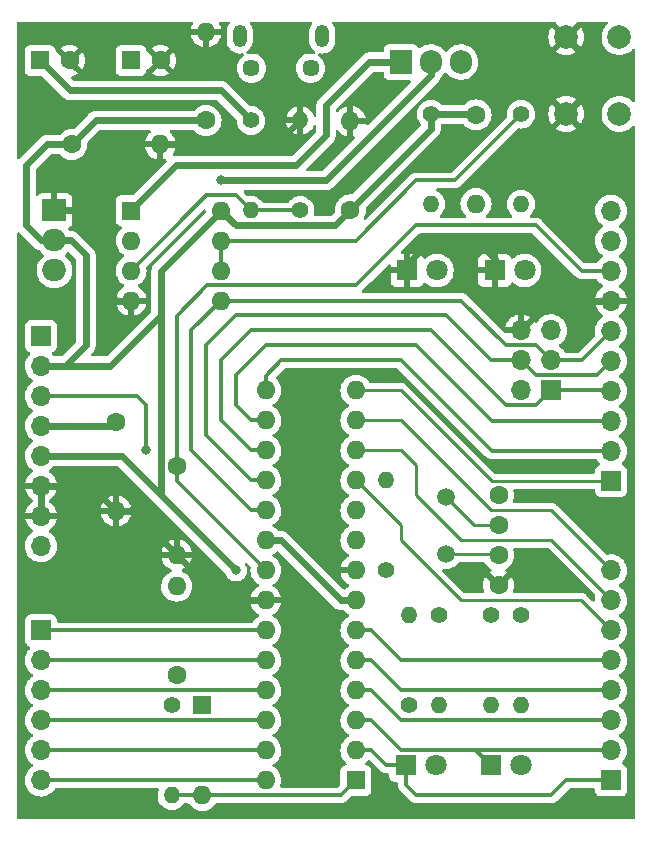
<source format=gbl>
G04 #@! TF.GenerationSoftware,KiCad,Pcbnew,6.0.11-3.fc36*
G04 #@! TF.CreationDate,2023-04-04T19:10:38+09:00*
G04 #@! TF.ProjectId,Tetiduino,54657469-6475-4696-9e6f-2e6b69636164,rev?*
G04 #@! TF.SameCoordinates,Original*
G04 #@! TF.FileFunction,Copper,L2,Bot*
G04 #@! TF.FilePolarity,Positive*
%FSLAX46Y46*%
G04 Gerber Fmt 4.6, Leading zero omitted, Abs format (unit mm)*
G04 Created by KiCad (PCBNEW 6.0.11-3.fc36) date 2023-04-04 19:10:38*
%MOMM*%
%LPD*%
G01*
G04 APERTURE LIST*
G04 #@! TA.AperFunction,ComponentPad*
%ADD10R,1.700000X1.700000*%
G04 #@! TD*
G04 #@! TA.AperFunction,ComponentPad*
%ADD11O,1.700000X1.700000*%
G04 #@! TD*
G04 #@! TA.AperFunction,ComponentPad*
%ADD12C,1.400000*%
G04 #@! TD*
G04 #@! TA.AperFunction,ComponentPad*
%ADD13O,1.400000X1.400000*%
G04 #@! TD*
G04 #@! TA.AperFunction,ComponentPad*
%ADD14R,1.905000X2.000000*%
G04 #@! TD*
G04 #@! TA.AperFunction,ComponentPad*
%ADD15O,1.905000X2.000000*%
G04 #@! TD*
G04 #@! TA.AperFunction,ComponentPad*
%ADD16R,1.600000X1.600000*%
G04 #@! TD*
G04 #@! TA.AperFunction,ComponentPad*
%ADD17O,1.600000X1.600000*%
G04 #@! TD*
G04 #@! TA.AperFunction,ComponentPad*
%ADD18C,1.600000*%
G04 #@! TD*
G04 #@! TA.AperFunction,ComponentPad*
%ADD19O,1.200000X1.900000*%
G04 #@! TD*
G04 #@! TA.AperFunction,ComponentPad*
%ADD20C,1.450000*%
G04 #@! TD*
G04 #@! TA.AperFunction,ComponentPad*
%ADD21C,2.000000*%
G04 #@! TD*
G04 #@! TA.AperFunction,ComponentPad*
%ADD22R,1.800000X1.800000*%
G04 #@! TD*
G04 #@! TA.AperFunction,ComponentPad*
%ADD23C,1.800000*%
G04 #@! TD*
G04 #@! TA.AperFunction,ComponentPad*
%ADD24R,2.000000X1.905000*%
G04 #@! TD*
G04 #@! TA.AperFunction,ComponentPad*
%ADD25O,2.000000X1.905000*%
G04 #@! TD*
G04 #@! TA.AperFunction,ComponentPad*
%ADD26C,1.500000*%
G04 #@! TD*
G04 #@! TA.AperFunction,ViaPad*
%ADD27C,0.800000*%
G04 #@! TD*
G04 #@! TA.AperFunction,Conductor*
%ADD28C,0.300000*%
G04 #@! TD*
G04 #@! TA.AperFunction,Conductor*
%ADD29C,0.600000*%
G04 #@! TD*
G04 #@! TA.AperFunction,Conductor*
%ADD30C,0.250000*%
G04 #@! TD*
G04 APERTURE END LIST*
D10*
X124460000Y-98892500D03*
D11*
X124460000Y-101432500D03*
X124460000Y-103972500D03*
X124460000Y-106512500D03*
X124460000Y-109052500D03*
X124460000Y-111592500D03*
X124460000Y-114132500D03*
X124460000Y-116672500D03*
D12*
X165100000Y-80115000D03*
D13*
X165100000Y-87735000D03*
D14*
X154940000Y-75695000D03*
D15*
X157480000Y-75695000D03*
X160020000Y-75695000D03*
D16*
X138130000Y-130175000D03*
D17*
X138130000Y-137795000D03*
D18*
X163195000Y-117475000D03*
X163195000Y-119975000D03*
X163195000Y-112395000D03*
X163195000Y-114895000D03*
D16*
X132080000Y-75565000D03*
D18*
X134580000Y-75565000D03*
X130810000Y-106205000D03*
D17*
X130810000Y-113705000D03*
D18*
X150660000Y-88205000D03*
D17*
X150660000Y-80705000D03*
D19*
X141280000Y-73512500D03*
D20*
X147280000Y-76212500D03*
D19*
X148280000Y-73512500D03*
D20*
X142280000Y-76212500D03*
D21*
X173430000Y-73585000D03*
X173430000Y-80085000D03*
X168930000Y-80085000D03*
X168930000Y-73585000D03*
D22*
X162880000Y-93345000D03*
D23*
X165420000Y-93345000D03*
D18*
X127060000Y-82677000D03*
D17*
X134560000Y-82677000D03*
D22*
X162560000Y-135255000D03*
D23*
X165100000Y-135255000D03*
D18*
X161290000Y-80175000D03*
D17*
X161290000Y-87675000D03*
D16*
X132090000Y-88275000D03*
D17*
X132090000Y-90815000D03*
X132090000Y-93355000D03*
X132090000Y-95895000D03*
X139710000Y-95895000D03*
X139710000Y-93355000D03*
X139710000Y-90815000D03*
X139710000Y-88275000D03*
D12*
X142240000Y-80645000D03*
D13*
X142240000Y-88265000D03*
D16*
X151120000Y-136515000D03*
D17*
X151120000Y-133975000D03*
X151120000Y-131435000D03*
X151120000Y-128895000D03*
X151120000Y-126355000D03*
X151120000Y-123815000D03*
X151120000Y-121275000D03*
X151120000Y-118735000D03*
X151120000Y-116195000D03*
X151120000Y-113655000D03*
X151120000Y-111115000D03*
X151120000Y-108575000D03*
X151120000Y-106035000D03*
X151120000Y-103495000D03*
X143500000Y-103495000D03*
X143500000Y-106035000D03*
X143500000Y-108575000D03*
X143500000Y-111115000D03*
X143500000Y-113655000D03*
X143500000Y-116195000D03*
X143500000Y-118735000D03*
X143500000Y-121275000D03*
X143500000Y-123815000D03*
X143500000Y-126355000D03*
X143500000Y-128895000D03*
X143500000Y-131435000D03*
X143500000Y-133975000D03*
X143500000Y-136515000D03*
D12*
X165100000Y-122555000D03*
D13*
X165100000Y-130175000D03*
D12*
X157480000Y-80115000D03*
D13*
X157480000Y-87735000D03*
D12*
X162560000Y-122555000D03*
D13*
X162560000Y-130175000D03*
D16*
X124380000Y-75565000D03*
D18*
X126880000Y-75565000D03*
D12*
X135540000Y-130175000D03*
D13*
X135540000Y-137795000D03*
D12*
X153670000Y-118745000D03*
D13*
X153670000Y-111125000D03*
D10*
X172720000Y-136510000D03*
D11*
X172720000Y-133970000D03*
X172720000Y-131430000D03*
X172720000Y-128890000D03*
X172720000Y-126350000D03*
X172720000Y-123810000D03*
X172720000Y-121270000D03*
X172720000Y-118730000D03*
D10*
X167645000Y-103490000D03*
D11*
X165105000Y-103490000D03*
X167645000Y-100950000D03*
X165105000Y-100950000D03*
X167645000Y-98410000D03*
X165105000Y-98410000D03*
D12*
X155640000Y-130175000D03*
D13*
X155640000Y-122555000D03*
D18*
X138430000Y-80645000D03*
D17*
X138430000Y-73145000D03*
D24*
X125600000Y-88265000D03*
D25*
X125600000Y-90805000D03*
X125600000Y-93345000D03*
D22*
X155340000Y-135255000D03*
D23*
X157880000Y-135255000D03*
D10*
X124460000Y-123825000D03*
D11*
X124460000Y-126365000D03*
X124460000Y-128905000D03*
X124460000Y-131445000D03*
X124460000Y-133985000D03*
X124460000Y-136525000D03*
D26*
X158750000Y-117385000D03*
X158750000Y-112505000D03*
D18*
X135950000Y-109915000D03*
D17*
X135950000Y-117415000D03*
D22*
X155460000Y-93345000D03*
D23*
X158000000Y-93345000D03*
D18*
X135950000Y-127575000D03*
D17*
X135950000Y-120075000D03*
D10*
X172720000Y-111170000D03*
D11*
X172720000Y-108630000D03*
X172720000Y-106090000D03*
X172720000Y-103550000D03*
X172720000Y-101010000D03*
X172720000Y-98470000D03*
X172720000Y-95930000D03*
X172720000Y-93390000D03*
X172720000Y-90850000D03*
X172720000Y-88310000D03*
D12*
X158180000Y-122555000D03*
D13*
X158180000Y-130175000D03*
D12*
X146400000Y-88265000D03*
D13*
X146400000Y-80645000D03*
D27*
X140970000Y-118745000D03*
X133350000Y-108585000D03*
X139700000Y-85725000D03*
D28*
X170225000Y-93390000D02*
X172720000Y-93390000D01*
X135950000Y-111185000D02*
X135950000Y-97215000D01*
X156210000Y-89535000D02*
X151130000Y-94615000D01*
X166370000Y-89535000D02*
X170225000Y-93390000D01*
X156210000Y-89535000D02*
X166370000Y-89535000D01*
X143500000Y-118735000D02*
X135950000Y-111185000D01*
X135950000Y-97215000D02*
X138550000Y-94615000D01*
X138550000Y-94615000D02*
X151130000Y-94615000D01*
D29*
X129540000Y-89535000D02*
X128270000Y-88265000D01*
X129540000Y-94615000D02*
X130820000Y-95895000D01*
X128270000Y-88265000D02*
X125600000Y-88265000D01*
X132200000Y-113665000D02*
X132080000Y-113665000D01*
X124460000Y-111592500D02*
X128697500Y-111592500D01*
X161290000Y-90805000D02*
X162880000Y-92395000D01*
X134560000Y-82677000D02*
X144368000Y-82677000D01*
X155460000Y-93345000D02*
X155460000Y-92825000D01*
X167630000Y-95885000D02*
X167640000Y-95885000D01*
X124460000Y-111592500D02*
X124460000Y-114132500D01*
X135950000Y-117415000D02*
X132200000Y-113665000D01*
X132080000Y-113665000D02*
X132040000Y-113705000D01*
X165105000Y-98410000D02*
X167630000Y-95885000D01*
X130820000Y-95895000D02*
X132090000Y-95895000D01*
X128697500Y-111592500D02*
X130810000Y-113705000D01*
X162880000Y-92395000D02*
X162880000Y-93345000D01*
X167685000Y-95930000D02*
X172720000Y-95930000D01*
X144368000Y-82677000D02*
X146400000Y-80645000D01*
X155460000Y-92825000D02*
X157480000Y-90805000D01*
X132040000Y-113705000D02*
X130810000Y-113705000D01*
X129540000Y-94615000D02*
X129540000Y-89535000D01*
X143500000Y-121275000D02*
X139710000Y-121275000D01*
X157480000Y-90805000D02*
X161290000Y-90805000D01*
X167640000Y-95885000D02*
X167685000Y-95930000D01*
X139710000Y-121275000D02*
X139710000Y-121175000D01*
X139710000Y-121175000D02*
X135950000Y-117415000D01*
X134620000Y-97155000D02*
X130342500Y-101432500D01*
X134620000Y-93365000D02*
X134620000Y-97155000D01*
X127060000Y-82677000D02*
X129092000Y-80645000D01*
X134620000Y-93365000D02*
X139710000Y-88275000D01*
X125600000Y-90805000D02*
X124460000Y-90805000D01*
X123190000Y-89535000D02*
X123190000Y-84455000D01*
X131277500Y-109052500D02*
X134620000Y-112395000D01*
X124460000Y-90805000D02*
X123190000Y-89535000D01*
X139710000Y-88275000D02*
X140970000Y-89535000D01*
X149330000Y-89535000D02*
X150660000Y-88205000D01*
X134620000Y-112395000D02*
X140970000Y-118745000D01*
X144770000Y-116195000D02*
X149850000Y-121275000D01*
X150660000Y-88205000D02*
X157480000Y-81385000D01*
X123190000Y-84455000D02*
X124968000Y-82677000D01*
X129092000Y-80645000D02*
X138430000Y-80645000D01*
X134620000Y-112395000D02*
X134620000Y-93365000D01*
X127000000Y-90805000D02*
X125600000Y-90805000D01*
X143500000Y-116195000D02*
X144770000Y-116195000D01*
X131277500Y-109052500D02*
X124460000Y-109052500D01*
X128270000Y-92075000D02*
X128270000Y-99695000D01*
X140970000Y-89535000D02*
X149330000Y-89535000D01*
X128270000Y-92075000D02*
X127000000Y-90805000D01*
X124968000Y-82677000D02*
X127060000Y-82677000D01*
X126532500Y-101432500D02*
X124460000Y-101432500D01*
X130342500Y-101432500D02*
X124460000Y-101432500D01*
X157480000Y-81385000D02*
X157480000Y-80115000D01*
X128270000Y-99695000D02*
X126532500Y-101432500D01*
X149850000Y-121275000D02*
X151120000Y-121275000D01*
X157480000Y-80115000D02*
X161230000Y-80115000D01*
X161230000Y-80115000D02*
X161290000Y-80175000D01*
D28*
X154940000Y-131445000D02*
X154955000Y-131430000D01*
X151120000Y-128895000D02*
X152390000Y-128895000D01*
X152390000Y-128895000D02*
X154940000Y-131445000D01*
X154955000Y-131430000D02*
X172720000Y-131430000D01*
X152390000Y-126355000D02*
X154940000Y-128905000D01*
X151120000Y-126355000D02*
X152390000Y-126355000D01*
X154940000Y-128905000D02*
X154955000Y-128890000D01*
X154955000Y-128890000D02*
X172720000Y-128890000D01*
X152390000Y-123815000D02*
X154940000Y-126365000D01*
X151120000Y-123815000D02*
X152390000Y-123815000D01*
X154940000Y-126365000D02*
X154955000Y-126350000D01*
X154955000Y-126350000D02*
X172720000Y-126350000D01*
D30*
X151120000Y-111115000D02*
X154940000Y-114935000D01*
X172720000Y-123810000D02*
X170195000Y-121285000D01*
X160020000Y-121285000D02*
X154940000Y-116205000D01*
X170195000Y-121285000D02*
X160020000Y-121285000D01*
X154940000Y-114935000D02*
X154940000Y-116205000D01*
X151120000Y-108575000D02*
X154930000Y-108575000D01*
X160020000Y-116205000D02*
X167655000Y-116205000D01*
X156210000Y-112395000D02*
X160020000Y-116205000D01*
X167655000Y-116205000D02*
X172720000Y-121270000D01*
X154930000Y-108575000D02*
X156210000Y-109855000D01*
X156210000Y-109855000D02*
X156210000Y-112395000D01*
X167655000Y-113665000D02*
X162560000Y-113665000D01*
X162560000Y-113665000D02*
X154930000Y-106035000D01*
X172720000Y-118730000D02*
X167655000Y-113665000D01*
X154930000Y-106035000D02*
X151120000Y-106035000D01*
D28*
X143490000Y-123825000D02*
X143500000Y-123815000D01*
X124460000Y-123825000D02*
X143490000Y-123825000D01*
X124460000Y-126365000D02*
X143490000Y-126365000D01*
X143490000Y-126365000D02*
X143500000Y-126355000D01*
X143490000Y-128905000D02*
X143500000Y-128895000D01*
X124460000Y-128905000D02*
X143490000Y-128905000D01*
X143500000Y-131435000D02*
X124470000Y-131435000D01*
X124470000Y-131435000D02*
X124460000Y-131445000D01*
X124460000Y-133985000D02*
X143490000Y-133985000D01*
X143490000Y-133985000D02*
X143500000Y-133975000D01*
X143500000Y-136515000D02*
X124470000Y-136515000D01*
X124470000Y-136515000D02*
X124460000Y-136525000D01*
D30*
X151120000Y-103495000D02*
X154930000Y-103495000D01*
X162605000Y-111170000D02*
X172720000Y-111170000D01*
X154930000Y-103495000D02*
X162605000Y-111170000D01*
D28*
X143500000Y-102245000D02*
X144780000Y-100965000D01*
X162605000Y-108630000D02*
X172720000Y-108630000D01*
X144780000Y-100965000D02*
X154940000Y-100965000D01*
X154940000Y-100965000D02*
X162605000Y-108630000D01*
X143500000Y-103495000D02*
X143500000Y-102245000D01*
X168925000Y-136510000D02*
X167640000Y-137795000D01*
X156210000Y-137795000D02*
X155340000Y-136925000D01*
X167640000Y-137795000D02*
X156210000Y-137795000D01*
X172720000Y-136510000D02*
X168925000Y-136510000D01*
X152390000Y-133975000D02*
X153670000Y-135255000D01*
X155340000Y-136925000D02*
X155340000Y-135255000D01*
X151120000Y-133975000D02*
X152390000Y-133975000D01*
X153670000Y-135255000D02*
X155340000Y-135255000D01*
X152390000Y-131435000D02*
X154940000Y-133985000D01*
X162545000Y-133970000D02*
X172720000Y-133970000D01*
X161305000Y-134000000D02*
X162560000Y-135255000D01*
X151120000Y-131435000D02*
X152390000Y-131435000D01*
X154940000Y-133985000D02*
X162530000Y-133985000D01*
X162530000Y-133985000D02*
X162545000Y-133970000D01*
X161305000Y-133970000D02*
X161305000Y-134000000D01*
X161305000Y-133970000D02*
X162545000Y-133970000D01*
X149840000Y-137795000D02*
X151120000Y-136515000D01*
X138130000Y-137795000D02*
X135540000Y-137795000D01*
X133350000Y-104775000D02*
X133350000Y-108585000D01*
X124460000Y-103972500D02*
X132547500Y-103972500D01*
X132547500Y-103972500D02*
X133350000Y-104775000D01*
X138430000Y-137795000D02*
X149840000Y-137795000D01*
D29*
X130502500Y-106512500D02*
X130810000Y-106205000D01*
X124460000Y-106512500D02*
X130502500Y-106512500D01*
X126920000Y-78105000D02*
X139700000Y-78105000D01*
X139700000Y-78105000D02*
X142240000Y-80645000D01*
X124380000Y-75565000D02*
X126920000Y-78105000D01*
D28*
X142230000Y-106035000D02*
X140970000Y-104775000D01*
X162605000Y-106090000D02*
X172720000Y-106090000D01*
X143500000Y-106035000D02*
X142230000Y-106035000D01*
X140970000Y-104775000D02*
X140970000Y-102235000D01*
X156210000Y-99695000D02*
X162605000Y-106090000D01*
X143510000Y-99695000D02*
X156210000Y-99695000D01*
X140970000Y-102235000D02*
X143510000Y-99695000D01*
X167645000Y-103490000D02*
X172660000Y-103490000D01*
X172660000Y-103490000D02*
X172720000Y-103550000D01*
X142230000Y-108575000D02*
X139700000Y-106045000D01*
X139700000Y-100965000D02*
X142240000Y-98425000D01*
X166370000Y-104765000D02*
X167645000Y-103490000D01*
X166370000Y-104775000D02*
X166370000Y-104765000D01*
X139700000Y-106045000D02*
X139700000Y-100965000D01*
X143500000Y-108575000D02*
X142230000Y-108575000D01*
X142240000Y-98425000D02*
X157480000Y-98425000D01*
X157480000Y-98425000D02*
X163830000Y-104775000D01*
X163830000Y-104775000D02*
X166370000Y-104775000D01*
X138430000Y-99695000D02*
X140970000Y-97155000D01*
X158750000Y-97155000D02*
X162560000Y-100965000D01*
X165105000Y-100950000D02*
X166390000Y-102235000D01*
X140970000Y-97155000D02*
X158750000Y-97155000D01*
X142230000Y-111115000D02*
X138430000Y-107315000D01*
X138430000Y-107315000D02*
X138430000Y-99695000D01*
X143500000Y-111115000D02*
X142230000Y-111115000D01*
X166390000Y-102235000D02*
X171495000Y-102235000D01*
X162560000Y-100965000D02*
X162575000Y-100950000D01*
X171495000Y-102235000D02*
X172720000Y-101010000D01*
X162575000Y-100950000D02*
X165105000Y-100950000D01*
X137180000Y-98425000D02*
X139710000Y-95895000D01*
X167645000Y-100950000D02*
X170240000Y-100950000D01*
X142230000Y-113655000D02*
X137160000Y-108585000D01*
X166390000Y-99695000D02*
X167645000Y-100950000D01*
X139710000Y-95895000D02*
X160030000Y-95895000D01*
X143500000Y-113655000D02*
X142230000Y-113655000D01*
X170240000Y-100950000D02*
X172720000Y-98470000D01*
X137160000Y-108585000D02*
X137160000Y-98425000D01*
X160030000Y-95895000D02*
X163830000Y-99695000D01*
X137160000Y-98425000D02*
X137180000Y-98425000D01*
X163830000Y-99695000D02*
X166390000Y-99695000D01*
D29*
X157480000Y-76835000D02*
X157480000Y-75695000D01*
X139700000Y-85725000D02*
X148590000Y-85725000D01*
X148590000Y-85725000D02*
X157480000Y-76835000D01*
X154940000Y-75695000D02*
X152270000Y-75695000D01*
X146050000Y-84455000D02*
X135890000Y-84455000D01*
X132090000Y-88255000D02*
X132090000Y-88275000D01*
X148590000Y-81915000D02*
X146050000Y-84455000D01*
X135890000Y-84455000D02*
X132090000Y-88255000D01*
X152270000Y-75695000D02*
X148590000Y-79375000D01*
X148590000Y-79375000D02*
X148590000Y-81915000D01*
D28*
X156210000Y-85725000D02*
X159490000Y-85725000D01*
X159490000Y-85725000D02*
X165100000Y-80115000D01*
X151120000Y-90815000D02*
X139710000Y-90815000D01*
X156210000Y-85725000D02*
X151120000Y-90815000D01*
X139710000Y-90815000D02*
X139710000Y-93355000D01*
X132090000Y-93355000D02*
X135900000Y-89545000D01*
X135900000Y-89545000D02*
X138450000Y-86995000D01*
X138450000Y-86995000D02*
X140970000Y-86995000D01*
X135900000Y-89545000D02*
X138430000Y-87015000D01*
X140970000Y-86995000D02*
X142240000Y-88265000D01*
X142240000Y-88265000D02*
X146400000Y-88265000D01*
X138430000Y-87015000D02*
X138430000Y-86995000D01*
D30*
X158750000Y-117385000D02*
X163105000Y-117385000D01*
X163105000Y-117385000D02*
X163195000Y-117475000D01*
X161250000Y-114895000D02*
X163195000Y-114895000D01*
X158750000Y-112505000D02*
X161140000Y-114895000D01*
X161140000Y-114895000D02*
X161250000Y-114895000D01*
G04 #@! TA.AperFunction,Conductor*
G36*
X137276537Y-72283502D02*
G01*
X137323030Y-72337158D01*
X137333134Y-72407432D01*
X137311630Y-72461770D01*
X137296068Y-72483996D01*
X137290586Y-72493489D01*
X137198510Y-72690947D01*
X137194764Y-72701239D01*
X137148606Y-72873503D01*
X137148942Y-72887599D01*
X137156884Y-72891000D01*
X139697967Y-72891000D01*
X139711498Y-72887027D01*
X139712727Y-72878478D01*
X139665236Y-72701239D01*
X139661490Y-72690947D01*
X139569414Y-72493489D01*
X139563932Y-72483996D01*
X139548370Y-72461770D01*
X139525683Y-72394496D01*
X139542968Y-72325636D01*
X139594738Y-72277052D01*
X139651584Y-72263500D01*
X140311720Y-72263500D01*
X140379841Y-72283502D01*
X140426334Y-72337158D01*
X140436438Y-72407432D01*
X140410602Y-72467592D01*
X140410264Y-72468020D01*
X140406119Y-72472350D01*
X140291380Y-72650048D01*
X140212314Y-72846237D01*
X140171772Y-73053837D01*
X140171500Y-73059399D01*
X140171500Y-73915346D01*
X140186548Y-74073066D01*
X140246092Y-74276034D01*
X140248836Y-74281361D01*
X140248836Y-74281362D01*
X140339145Y-74456707D01*
X140342942Y-74464080D01*
X140473604Y-74630420D01*
X140478135Y-74634352D01*
X140478138Y-74634355D01*
X140564058Y-74708912D01*
X140633363Y-74769052D01*
X140638549Y-74772052D01*
X140638553Y-74772055D01*
X140774400Y-74850644D01*
X140816454Y-74874973D01*
X141016271Y-74944361D01*
X141022206Y-74945222D01*
X141022208Y-74945222D01*
X141219664Y-74973852D01*
X141219667Y-74973852D01*
X141225604Y-74974713D01*
X141436899Y-74964933D01*
X141513347Y-74946509D01*
X141584258Y-74949994D01*
X141642028Y-74991263D01*
X141668315Y-75057214D01*
X141654774Y-75126907D01*
X141615139Y-75172215D01*
X141585487Y-75192978D01*
X141484093Y-75263975D01*
X141331475Y-75416593D01*
X141207677Y-75593394D01*
X141205354Y-75598376D01*
X141205351Y-75598381D01*
X141143926Y-75730108D01*
X141116461Y-75789007D01*
X141115039Y-75794315D01*
X141115038Y-75794317D01*
X141062023Y-75992172D01*
X141060599Y-75997487D01*
X141041788Y-76212500D01*
X141060599Y-76427513D01*
X141062023Y-76432826D01*
X141062023Y-76432828D01*
X141111879Y-76618891D01*
X141116461Y-76635993D01*
X141118783Y-76640974D01*
X141118784Y-76640975D01*
X141205351Y-76826619D01*
X141205354Y-76826624D01*
X141207677Y-76831606D01*
X141243332Y-76882526D01*
X141311525Y-76979915D01*
X141331475Y-77008407D01*
X141484093Y-77161025D01*
X141488601Y-77164182D01*
X141488604Y-77164184D01*
X141542702Y-77202064D01*
X141660894Y-77284823D01*
X141665876Y-77287146D01*
X141665881Y-77287149D01*
X141851525Y-77373716D01*
X141856507Y-77376039D01*
X141861815Y-77377461D01*
X141861817Y-77377462D01*
X142059672Y-77430477D01*
X142059674Y-77430477D01*
X142064987Y-77431901D01*
X142280000Y-77450712D01*
X142495013Y-77431901D01*
X142500326Y-77430477D01*
X142500328Y-77430477D01*
X142698183Y-77377462D01*
X142698185Y-77377461D01*
X142703493Y-77376039D01*
X142708475Y-77373716D01*
X142894119Y-77287149D01*
X142894124Y-77287146D01*
X142899106Y-77284823D01*
X143017298Y-77202064D01*
X143071396Y-77164184D01*
X143071399Y-77164182D01*
X143075907Y-77161025D01*
X143228525Y-77008407D01*
X143248476Y-76979915D01*
X143316668Y-76882526D01*
X143352323Y-76831606D01*
X143354646Y-76826624D01*
X143354649Y-76826619D01*
X143441216Y-76640975D01*
X143441217Y-76640974D01*
X143443539Y-76635993D01*
X143448122Y-76618891D01*
X143497977Y-76432828D01*
X143497977Y-76432826D01*
X143499401Y-76427513D01*
X143518212Y-76212500D01*
X143499401Y-75997487D01*
X143497977Y-75992172D01*
X143444962Y-75794317D01*
X143444961Y-75794315D01*
X143443539Y-75789007D01*
X143416074Y-75730108D01*
X143354649Y-75598381D01*
X143354646Y-75598376D01*
X143352323Y-75593394D01*
X143228525Y-75416593D01*
X143075907Y-75263975D01*
X142899106Y-75140177D01*
X142894124Y-75137854D01*
X142894119Y-75137851D01*
X142708475Y-75051284D01*
X142708474Y-75051283D01*
X142703493Y-75048961D01*
X142698185Y-75047539D01*
X142698183Y-75047538D01*
X142500328Y-74994523D01*
X142500326Y-74994523D01*
X142495013Y-74993099D01*
X142280000Y-74974288D01*
X142064987Y-74993099D01*
X142059674Y-74994523D01*
X142059672Y-74994523D01*
X141999216Y-75010722D01*
X141928239Y-75009032D01*
X141869444Y-74969238D01*
X141841496Y-74903973D01*
X141853270Y-74833960D01*
X141893705Y-74786245D01*
X141897123Y-74783821D01*
X142007611Y-74705446D01*
X142153881Y-74552650D01*
X142268620Y-74374952D01*
X142299459Y-74298431D01*
X142345442Y-74184332D01*
X142345443Y-74184329D01*
X142347686Y-74178763D01*
X142388228Y-73971163D01*
X142388500Y-73965601D01*
X142388500Y-73109654D01*
X142373452Y-72951934D01*
X142313908Y-72748966D01*
X142302366Y-72726555D01*
X142219804Y-72566251D01*
X142219802Y-72566248D01*
X142217058Y-72560920D01*
X142143544Y-72467332D01*
X142117194Y-72401408D01*
X142130669Y-72331702D01*
X142179690Y-72280346D01*
X142242630Y-72263500D01*
X147311720Y-72263500D01*
X147379841Y-72283502D01*
X147426334Y-72337158D01*
X147436438Y-72407432D01*
X147410602Y-72467592D01*
X147410264Y-72468020D01*
X147406119Y-72472350D01*
X147291380Y-72650048D01*
X147212314Y-72846237D01*
X147171772Y-73053837D01*
X147171500Y-73059399D01*
X147171500Y-73915346D01*
X147186548Y-74073066D01*
X147246092Y-74276034D01*
X147248836Y-74281361D01*
X147248836Y-74281362D01*
X147339145Y-74456707D01*
X147342942Y-74464080D01*
X147473604Y-74630420D01*
X147478135Y-74634352D01*
X147478138Y-74634355D01*
X147564058Y-74708912D01*
X147633363Y-74769052D01*
X147643207Y-74774747D01*
X147648508Y-74777814D01*
X147697455Y-74829241D01*
X147710828Y-74898967D01*
X147684381Y-74964854D01*
X147626511Y-75005983D01*
X147552797Y-75008582D01*
X147500335Y-74994524D01*
X147500324Y-74994522D01*
X147495013Y-74993099D01*
X147280000Y-74974288D01*
X147064987Y-74993099D01*
X147059674Y-74994523D01*
X147059672Y-74994523D01*
X146861817Y-75047538D01*
X146861815Y-75047539D01*
X146856507Y-75048961D01*
X146851526Y-75051283D01*
X146851525Y-75051284D01*
X146665881Y-75137851D01*
X146665876Y-75137854D01*
X146660894Y-75140177D01*
X146484093Y-75263975D01*
X146331475Y-75416593D01*
X146207677Y-75593394D01*
X146205354Y-75598376D01*
X146205351Y-75598381D01*
X146143926Y-75730108D01*
X146116461Y-75789007D01*
X146115039Y-75794315D01*
X146115038Y-75794317D01*
X146062023Y-75992172D01*
X146060599Y-75997487D01*
X146041788Y-76212500D01*
X146060599Y-76427513D01*
X146062023Y-76432826D01*
X146062023Y-76432828D01*
X146111879Y-76618891D01*
X146116461Y-76635993D01*
X146118783Y-76640974D01*
X146118784Y-76640975D01*
X146205351Y-76826619D01*
X146205354Y-76826624D01*
X146207677Y-76831606D01*
X146243332Y-76882526D01*
X146311525Y-76979915D01*
X146331475Y-77008407D01*
X146484093Y-77161025D01*
X146488601Y-77164182D01*
X146488604Y-77164184D01*
X146542702Y-77202064D01*
X146660894Y-77284823D01*
X146665876Y-77287146D01*
X146665881Y-77287149D01*
X146851525Y-77373716D01*
X146856507Y-77376039D01*
X146861815Y-77377461D01*
X146861817Y-77377462D01*
X147059672Y-77430477D01*
X147059674Y-77430477D01*
X147064987Y-77431901D01*
X147280000Y-77450712D01*
X147495013Y-77431901D01*
X147500326Y-77430477D01*
X147500328Y-77430477D01*
X147698183Y-77377462D01*
X147698185Y-77377461D01*
X147703493Y-77376039D01*
X147708475Y-77373716D01*
X147894119Y-77287149D01*
X147894124Y-77287146D01*
X147899106Y-77284823D01*
X148017298Y-77202064D01*
X148071396Y-77164184D01*
X148071399Y-77164182D01*
X148075907Y-77161025D01*
X148228525Y-77008407D01*
X148248476Y-76979915D01*
X148316668Y-76882526D01*
X148352323Y-76831606D01*
X148354646Y-76826624D01*
X148354649Y-76826619D01*
X148441216Y-76640975D01*
X148441217Y-76640974D01*
X148443539Y-76635993D01*
X148448122Y-76618891D01*
X148497977Y-76432828D01*
X148497977Y-76432826D01*
X148499401Y-76427513D01*
X148518212Y-76212500D01*
X148499401Y-75997487D01*
X148497977Y-75992172D01*
X148444962Y-75794317D01*
X148444961Y-75794315D01*
X148443539Y-75789007D01*
X148416074Y-75730108D01*
X148354649Y-75598381D01*
X148354646Y-75598376D01*
X148352323Y-75593394D01*
X148228525Y-75416593D01*
X148075907Y-75263975D01*
X147949905Y-75175747D01*
X147905578Y-75120291D01*
X147898269Y-75049672D01*
X147930300Y-74986311D01*
X147991501Y-74950326D01*
X148040257Y-74947839D01*
X148219664Y-74973852D01*
X148219667Y-74973852D01*
X148225604Y-74974713D01*
X148436899Y-74964933D01*
X148594887Y-74926858D01*
X148636701Y-74916781D01*
X148636703Y-74916780D01*
X148642534Y-74915375D01*
X148647992Y-74912893D01*
X148647996Y-74912892D01*
X148821596Y-74833960D01*
X148835087Y-74827826D01*
X149007611Y-74705446D01*
X149153881Y-74552650D01*
X149268620Y-74374952D01*
X149299459Y-74298431D01*
X149345442Y-74184332D01*
X149345443Y-74184329D01*
X149347686Y-74178763D01*
X149388228Y-73971163D01*
X149388500Y-73965601D01*
X149388500Y-73589930D01*
X167417725Y-73589930D01*
X167435572Y-73816699D01*
X167437115Y-73826446D01*
X167490217Y-74047627D01*
X167493266Y-74057012D01*
X167580313Y-74267163D01*
X167584795Y-74275958D01*
X167687432Y-74443445D01*
X167697890Y-74452907D01*
X167706666Y-74449124D01*
X168557978Y-73597812D01*
X168564356Y-73586132D01*
X169294408Y-73586132D01*
X169294539Y-73587965D01*
X169298790Y-73594580D01*
X170150290Y-74446080D01*
X170162670Y-74452840D01*
X170170320Y-74447113D01*
X170275205Y-74275958D01*
X170279687Y-74267163D01*
X170366734Y-74057012D01*
X170369783Y-74047627D01*
X170422885Y-73826446D01*
X170424428Y-73816699D01*
X170442275Y-73589930D01*
X170442275Y-73580070D01*
X170424428Y-73353301D01*
X170422885Y-73343554D01*
X170369783Y-73122373D01*
X170366734Y-73112988D01*
X170279687Y-72902837D01*
X170275205Y-72894042D01*
X170172568Y-72726555D01*
X170162110Y-72717093D01*
X170153334Y-72720876D01*
X169302022Y-73572188D01*
X169294408Y-73586132D01*
X168564356Y-73586132D01*
X168565592Y-73583868D01*
X168565461Y-73582035D01*
X168561210Y-73575420D01*
X167709710Y-72723920D01*
X167697330Y-72717160D01*
X167689680Y-72722887D01*
X167584795Y-72894042D01*
X167580313Y-72902837D01*
X167493266Y-73112988D01*
X167490217Y-73122373D01*
X167437115Y-73343554D01*
X167435572Y-73353301D01*
X167417725Y-73580070D01*
X167417725Y-73589930D01*
X149388500Y-73589930D01*
X149388500Y-73109654D01*
X149373452Y-72951934D01*
X149313908Y-72748966D01*
X149302366Y-72726555D01*
X149219804Y-72566251D01*
X149219802Y-72566248D01*
X149217058Y-72560920D01*
X149143544Y-72467332D01*
X149117194Y-72401408D01*
X149130669Y-72331702D01*
X149179690Y-72280346D01*
X149242630Y-72263500D01*
X167940667Y-72263500D01*
X168008788Y-72283502D01*
X168056376Y-72339625D01*
X168065877Y-72361667D01*
X168917188Y-73212978D01*
X168931132Y-73220592D01*
X168932965Y-73220461D01*
X168939580Y-73216210D01*
X169791080Y-72364710D01*
X169810518Y-72329113D01*
X169860721Y-72278912D01*
X169921105Y-72263500D01*
X172312998Y-72263500D01*
X172381119Y-72283502D01*
X172427612Y-72337158D01*
X172437716Y-72407432D01*
X172408222Y-72472012D01*
X172394831Y-72485309D01*
X172360031Y-72515031D01*
X172205824Y-72695584D01*
X172203245Y-72699792D01*
X172203241Y-72699798D01*
X172093746Y-72878478D01*
X172081760Y-72898037D01*
X172079867Y-72902607D01*
X172079865Y-72902611D01*
X172017226Y-73053837D01*
X171990895Y-73117406D01*
X171935465Y-73348289D01*
X171916835Y-73585000D01*
X171935465Y-73821711D01*
X171990895Y-74052594D01*
X171992788Y-74057165D01*
X171992789Y-74057167D01*
X172079772Y-74267163D01*
X172081760Y-74271963D01*
X172084346Y-74276183D01*
X172203241Y-74470202D01*
X172203245Y-74470208D01*
X172205824Y-74474416D01*
X172360031Y-74654969D01*
X172540584Y-74809176D01*
X172544792Y-74811755D01*
X172544798Y-74811759D01*
X172738084Y-74930205D01*
X172743037Y-74933240D01*
X172747607Y-74935133D01*
X172747611Y-74935135D01*
X172957833Y-75022211D01*
X172962406Y-75024105D01*
X173042609Y-75043360D01*
X173188476Y-75078380D01*
X173188482Y-75078381D01*
X173193289Y-75079535D01*
X173430000Y-75098165D01*
X173666711Y-75079535D01*
X173671518Y-75078381D01*
X173671524Y-75078380D01*
X173817391Y-75043360D01*
X173897594Y-75024105D01*
X173902167Y-75022211D01*
X174112389Y-74935135D01*
X174112393Y-74935133D01*
X174116963Y-74933240D01*
X174121916Y-74930205D01*
X174315202Y-74811759D01*
X174315208Y-74811755D01*
X174319416Y-74809176D01*
X174499969Y-74654969D01*
X174529689Y-74620171D01*
X174589139Y-74581363D01*
X174660134Y-74580855D01*
X174720132Y-74618811D01*
X174750086Y-74683180D01*
X174751500Y-74702002D01*
X174751500Y-78967998D01*
X174731498Y-79036119D01*
X174677842Y-79082612D01*
X174607568Y-79092716D01*
X174542988Y-79063222D01*
X174529688Y-79049828D01*
X174519140Y-79037477D01*
X174499969Y-79015031D01*
X174319416Y-78860824D01*
X174315208Y-78858245D01*
X174315202Y-78858241D01*
X174121183Y-78739346D01*
X174116963Y-78736760D01*
X174112393Y-78734867D01*
X174112389Y-78734865D01*
X173902167Y-78647789D01*
X173902165Y-78647788D01*
X173897594Y-78645895D01*
X173817391Y-78626640D01*
X173671524Y-78591620D01*
X173671518Y-78591619D01*
X173666711Y-78590465D01*
X173430000Y-78571835D01*
X173193289Y-78590465D01*
X173188482Y-78591619D01*
X173188476Y-78591620D01*
X173042609Y-78626640D01*
X172962406Y-78645895D01*
X172957835Y-78647788D01*
X172957833Y-78647789D01*
X172747611Y-78734865D01*
X172747607Y-78734867D01*
X172743037Y-78736760D01*
X172738817Y-78739346D01*
X172544798Y-78858241D01*
X172544792Y-78858245D01*
X172540584Y-78860824D01*
X172360031Y-79015031D01*
X172205824Y-79195584D01*
X172203245Y-79199792D01*
X172203241Y-79199798D01*
X172125838Y-79326109D01*
X172081760Y-79398037D01*
X172079867Y-79402607D01*
X172079865Y-79402611D01*
X172000420Y-79594411D01*
X171990895Y-79617406D01*
X171989740Y-79622218D01*
X171938297Y-79836493D01*
X171935465Y-79848289D01*
X171916835Y-80085000D01*
X171935465Y-80321711D01*
X171936619Y-80326518D01*
X171936620Y-80326524D01*
X171965551Y-80447027D01*
X171990895Y-80552594D01*
X171992788Y-80557165D01*
X171992789Y-80557167D01*
X172079772Y-80767163D01*
X172081760Y-80771963D01*
X172084346Y-80776183D01*
X172203241Y-80970202D01*
X172203245Y-80970208D01*
X172205824Y-80974416D01*
X172360031Y-81154969D01*
X172540584Y-81309176D01*
X172544792Y-81311755D01*
X172544798Y-81311759D01*
X172721337Y-81419942D01*
X172743037Y-81433240D01*
X172747607Y-81435133D01*
X172747611Y-81435135D01*
X172957833Y-81522211D01*
X172962406Y-81524105D01*
X173000702Y-81533299D01*
X173188476Y-81578380D01*
X173188482Y-81578381D01*
X173193289Y-81579535D01*
X173430000Y-81598165D01*
X173666711Y-81579535D01*
X173671518Y-81578381D01*
X173671524Y-81578380D01*
X173859298Y-81533299D01*
X173897594Y-81524105D01*
X173902167Y-81522211D01*
X174112389Y-81435135D01*
X174112393Y-81435133D01*
X174116963Y-81433240D01*
X174138663Y-81419942D01*
X174315202Y-81311759D01*
X174315208Y-81311755D01*
X174319416Y-81309176D01*
X174499969Y-81154969D01*
X174529689Y-81120171D01*
X174589139Y-81081363D01*
X174660134Y-81080855D01*
X174720132Y-81118811D01*
X174750086Y-81183180D01*
X174751500Y-81202002D01*
X174751500Y-139700500D01*
X174731498Y-139768621D01*
X174677842Y-139815114D01*
X174625500Y-139826500D01*
X122554500Y-139826500D01*
X122486379Y-139806498D01*
X122439886Y-139752842D01*
X122428500Y-139700500D01*
X122428500Y-120075000D01*
X134636502Y-120075000D01*
X134656457Y-120303087D01*
X134715716Y-120524243D01*
X134718039Y-120529224D01*
X134718039Y-120529225D01*
X134810151Y-120726762D01*
X134810154Y-120726767D01*
X134812477Y-120731749D01*
X134881765Y-120830702D01*
X134920837Y-120886502D01*
X134943802Y-120919300D01*
X135105700Y-121081198D01*
X135110208Y-121084355D01*
X135110211Y-121084357D01*
X135188389Y-121139098D01*
X135293251Y-121212523D01*
X135298233Y-121214846D01*
X135298238Y-121214849D01*
X135427234Y-121275000D01*
X135500757Y-121309284D01*
X135506065Y-121310706D01*
X135506067Y-121310707D01*
X135716598Y-121367119D01*
X135716600Y-121367119D01*
X135721913Y-121368543D01*
X135950000Y-121388498D01*
X136178087Y-121368543D01*
X136183400Y-121367119D01*
X136183402Y-121367119D01*
X136393933Y-121310707D01*
X136393935Y-121310706D01*
X136399243Y-121309284D01*
X136472766Y-121275000D01*
X136601762Y-121214849D01*
X136601767Y-121214846D01*
X136606749Y-121212523D01*
X136711611Y-121139098D01*
X136789789Y-121084357D01*
X136789792Y-121084355D01*
X136794300Y-121081198D01*
X136956198Y-120919300D01*
X136979164Y-120886502D01*
X137018235Y-120830702D01*
X137087523Y-120731749D01*
X137089846Y-120726767D01*
X137089849Y-120726762D01*
X137181961Y-120529225D01*
X137181961Y-120529224D01*
X137184284Y-120524243D01*
X137243543Y-120303087D01*
X137263498Y-120075000D01*
X137243543Y-119846913D01*
X137224052Y-119774171D01*
X137185707Y-119631067D01*
X137185706Y-119631065D01*
X137184284Y-119625757D01*
X137181961Y-119620775D01*
X137089849Y-119423238D01*
X137089846Y-119423233D01*
X137087523Y-119418251D01*
X136972158Y-119253493D01*
X136959357Y-119235211D01*
X136959355Y-119235208D01*
X136956198Y-119230700D01*
X136794300Y-119068802D01*
X136789792Y-119065645D01*
X136789789Y-119065643D01*
X136711611Y-119010902D01*
X136606749Y-118937477D01*
X136601767Y-118935154D01*
X136601762Y-118935151D01*
X136438280Y-118858919D01*
X136384995Y-118812002D01*
X136365534Y-118743725D01*
X136386076Y-118675765D01*
X136438280Y-118630529D01*
X136601511Y-118554414D01*
X136611007Y-118548931D01*
X136789467Y-118423972D01*
X136797875Y-118416916D01*
X136951916Y-118262875D01*
X136958972Y-118254467D01*
X137083931Y-118076007D01*
X137089414Y-118066511D01*
X137181490Y-117869053D01*
X137185236Y-117858761D01*
X137231394Y-117686497D01*
X137231058Y-117672401D01*
X137223116Y-117669000D01*
X134682033Y-117669000D01*
X134668502Y-117672973D01*
X134667273Y-117681522D01*
X134714764Y-117858761D01*
X134718510Y-117869053D01*
X134810586Y-118066511D01*
X134816069Y-118076007D01*
X134941028Y-118254467D01*
X134948084Y-118262875D01*
X135102125Y-118416916D01*
X135110533Y-118423972D01*
X135288993Y-118548931D01*
X135298489Y-118554414D01*
X135461720Y-118630529D01*
X135515005Y-118677446D01*
X135534466Y-118745723D01*
X135513924Y-118813683D01*
X135461720Y-118858919D01*
X135298238Y-118935151D01*
X135298233Y-118935154D01*
X135293251Y-118937477D01*
X135188389Y-119010902D01*
X135110211Y-119065643D01*
X135110208Y-119065645D01*
X135105700Y-119068802D01*
X134943802Y-119230700D01*
X134940645Y-119235208D01*
X134940643Y-119235211D01*
X134927842Y-119253493D01*
X134812477Y-119418251D01*
X134810154Y-119423233D01*
X134810151Y-119423238D01*
X134718039Y-119620775D01*
X134715716Y-119625757D01*
X134714294Y-119631065D01*
X134714293Y-119631067D01*
X134675948Y-119774171D01*
X134656457Y-119846913D01*
X134636502Y-120075000D01*
X122428500Y-120075000D01*
X122428500Y-116639195D01*
X123097251Y-116639195D01*
X123097548Y-116644348D01*
X123097548Y-116644351D01*
X123108743Y-116838500D01*
X123110110Y-116862215D01*
X123111247Y-116867261D01*
X123111248Y-116867267D01*
X123133392Y-116965523D01*
X123159222Y-117080139D01*
X123196160Y-117171106D01*
X123229167Y-117252393D01*
X123243266Y-117287116D01*
X123245965Y-117291520D01*
X123314386Y-117403173D01*
X123359987Y-117477588D01*
X123506250Y-117646438D01*
X123678126Y-117789132D01*
X123871000Y-117901838D01*
X124079692Y-117981530D01*
X124084760Y-117982561D01*
X124084763Y-117982562D01*
X124147786Y-117995384D01*
X124298597Y-118026067D01*
X124303772Y-118026257D01*
X124303774Y-118026257D01*
X124516673Y-118034064D01*
X124516677Y-118034064D01*
X124521837Y-118034253D01*
X124526957Y-118033597D01*
X124526959Y-118033597D01*
X124738288Y-118006525D01*
X124738289Y-118006525D01*
X124743416Y-118005868D01*
X124778361Y-117995384D01*
X124952429Y-117943161D01*
X124952434Y-117943159D01*
X124957384Y-117941674D01*
X125157994Y-117843396D01*
X125339860Y-117713673D01*
X125345150Y-117708402D01*
X125459352Y-117594598D01*
X125498096Y-117555989D01*
X125537814Y-117500716D01*
X125625435Y-117378777D01*
X125628453Y-117374577D01*
X125640066Y-117351081D01*
X125725136Y-117178953D01*
X125725137Y-117178951D01*
X125727430Y-117174311D01*
X125736790Y-117143503D01*
X134668606Y-117143503D01*
X134668942Y-117157599D01*
X134676884Y-117161000D01*
X135677885Y-117161000D01*
X135693124Y-117156525D01*
X135694329Y-117155135D01*
X135696000Y-117147452D01*
X135696000Y-117142885D01*
X136204000Y-117142885D01*
X136208475Y-117158124D01*
X136209865Y-117159329D01*
X136217548Y-117161000D01*
X137217967Y-117161000D01*
X137231498Y-117157027D01*
X137232727Y-117148478D01*
X137185236Y-116971239D01*
X137181490Y-116960947D01*
X137089414Y-116763489D01*
X137083931Y-116753993D01*
X136958972Y-116575533D01*
X136951916Y-116567125D01*
X136797875Y-116413084D01*
X136789467Y-116406028D01*
X136611007Y-116281069D01*
X136601511Y-116275586D01*
X136404053Y-116183510D01*
X136393761Y-116179764D01*
X136221497Y-116133606D01*
X136207401Y-116133942D01*
X136204000Y-116141884D01*
X136204000Y-117142885D01*
X135696000Y-117142885D01*
X135696000Y-116147033D01*
X135692027Y-116133502D01*
X135683478Y-116132273D01*
X135506239Y-116179764D01*
X135495947Y-116183510D01*
X135298489Y-116275586D01*
X135288993Y-116281069D01*
X135110533Y-116406028D01*
X135102125Y-116413084D01*
X134948084Y-116567125D01*
X134941028Y-116575533D01*
X134816069Y-116753993D01*
X134810586Y-116763489D01*
X134718510Y-116960947D01*
X134714764Y-116971239D01*
X134668606Y-117143503D01*
X125736790Y-117143503D01*
X125772564Y-117025757D01*
X125790865Y-116965523D01*
X125790865Y-116965521D01*
X125792370Y-116960569D01*
X125821529Y-116739090D01*
X125823156Y-116672500D01*
X125804852Y-116449861D01*
X125750431Y-116233202D01*
X125661354Y-116028340D01*
X125540014Y-115840777D01*
X125389670Y-115675551D01*
X125385619Y-115672352D01*
X125385615Y-115672348D01*
X125218414Y-115540300D01*
X125218410Y-115540298D01*
X125214359Y-115537098D01*
X125208282Y-115533743D01*
X125172569Y-115514029D01*
X125122598Y-115463597D01*
X125107826Y-115394154D01*
X125132942Y-115327748D01*
X125160294Y-115301141D01*
X125335328Y-115176292D01*
X125343200Y-115169639D01*
X125494052Y-115019312D01*
X125500730Y-115011465D01*
X125625003Y-114838520D01*
X125630313Y-114829683D01*
X125724670Y-114638767D01*
X125728469Y-114629172D01*
X125790377Y-114425410D01*
X125792555Y-114415337D01*
X125793986Y-114404462D01*
X125791775Y-114390278D01*
X125778617Y-114386500D01*
X123143225Y-114386500D01*
X123129694Y-114390473D01*
X123128257Y-114400466D01*
X123158565Y-114534946D01*
X123161645Y-114544775D01*
X123241770Y-114742103D01*
X123246413Y-114751294D01*
X123357694Y-114932888D01*
X123363777Y-114941199D01*
X123503213Y-115102167D01*
X123510580Y-115109383D01*
X123674434Y-115245416D01*
X123682881Y-115251331D01*
X123751969Y-115291703D01*
X123800693Y-115343342D01*
X123813764Y-115413125D01*
X123787033Y-115478896D01*
X123746584Y-115512252D01*
X123733607Y-115519007D01*
X123729474Y-115522110D01*
X123729471Y-115522112D01*
X123559100Y-115650030D01*
X123554965Y-115653135D01*
X123551393Y-115656873D01*
X123463735Y-115748602D01*
X123400629Y-115814638D01*
X123274743Y-115999180D01*
X123259003Y-116033090D01*
X123183847Y-116195000D01*
X123180688Y-116201805D01*
X123120989Y-116417070D01*
X123097251Y-116639195D01*
X122428500Y-116639195D01*
X122428500Y-113971522D01*
X129527273Y-113971522D01*
X129574764Y-114148761D01*
X129578510Y-114159053D01*
X129670586Y-114356511D01*
X129676069Y-114366007D01*
X129801028Y-114544467D01*
X129808084Y-114552875D01*
X129962125Y-114706916D01*
X129970533Y-114713972D01*
X130148993Y-114838931D01*
X130158489Y-114844414D01*
X130355947Y-114936490D01*
X130366239Y-114940236D01*
X130538503Y-114986394D01*
X130552599Y-114986058D01*
X130556000Y-114978116D01*
X130556000Y-114972967D01*
X131064000Y-114972967D01*
X131067973Y-114986498D01*
X131076522Y-114987727D01*
X131253761Y-114940236D01*
X131264053Y-114936490D01*
X131461511Y-114844414D01*
X131471007Y-114838931D01*
X131649467Y-114713972D01*
X131657875Y-114706916D01*
X131811916Y-114552875D01*
X131818972Y-114544467D01*
X131943931Y-114366007D01*
X131949414Y-114356511D01*
X132041490Y-114159053D01*
X132045236Y-114148761D01*
X132091394Y-113976497D01*
X132091058Y-113962401D01*
X132083116Y-113959000D01*
X131082115Y-113959000D01*
X131066876Y-113963475D01*
X131065671Y-113964865D01*
X131064000Y-113972548D01*
X131064000Y-114972967D01*
X130556000Y-114972967D01*
X130556000Y-113977115D01*
X130551525Y-113961876D01*
X130550135Y-113960671D01*
X130542452Y-113959000D01*
X129542033Y-113959000D01*
X129528502Y-113962973D01*
X129527273Y-113971522D01*
X122428500Y-113971522D01*
X122428500Y-113866683D01*
X123124389Y-113866683D01*
X123125912Y-113875107D01*
X123138292Y-113878500D01*
X124187885Y-113878500D01*
X124203124Y-113874025D01*
X124204329Y-113872635D01*
X124206000Y-113864952D01*
X124206000Y-113860385D01*
X124714000Y-113860385D01*
X124718475Y-113875624D01*
X124719865Y-113876829D01*
X124727548Y-113878500D01*
X125778344Y-113878500D01*
X125791875Y-113874527D01*
X125793180Y-113865447D01*
X125751214Y-113698375D01*
X125747894Y-113688624D01*
X125662972Y-113493314D01*
X125658105Y-113484239D01*
X125625282Y-113433503D01*
X129528606Y-113433503D01*
X129528942Y-113447599D01*
X129536884Y-113451000D01*
X130537885Y-113451000D01*
X130553124Y-113446525D01*
X130554329Y-113445135D01*
X130556000Y-113437452D01*
X130556000Y-113432885D01*
X131064000Y-113432885D01*
X131068475Y-113448124D01*
X131069865Y-113449329D01*
X131077548Y-113451000D01*
X132077967Y-113451000D01*
X132091498Y-113447027D01*
X132092727Y-113438478D01*
X132045236Y-113261239D01*
X132041490Y-113250947D01*
X131949414Y-113053489D01*
X131943931Y-113043993D01*
X131818972Y-112865533D01*
X131811916Y-112857125D01*
X131657875Y-112703084D01*
X131649467Y-112696028D01*
X131471007Y-112571069D01*
X131461511Y-112565586D01*
X131264053Y-112473510D01*
X131253761Y-112469764D01*
X131081497Y-112423606D01*
X131067401Y-112423942D01*
X131064000Y-112431884D01*
X131064000Y-113432885D01*
X130556000Y-113432885D01*
X130556000Y-112437033D01*
X130552027Y-112423502D01*
X130543478Y-112422273D01*
X130366239Y-112469764D01*
X130355947Y-112473510D01*
X130158489Y-112565586D01*
X130148993Y-112571069D01*
X129970533Y-112696028D01*
X129962125Y-112703084D01*
X129808084Y-112857125D01*
X129801028Y-112865533D01*
X129676069Y-113043993D01*
X129670586Y-113053489D01*
X129578510Y-113250947D01*
X129574764Y-113261239D01*
X129528606Y-113433503D01*
X125625282Y-113433503D01*
X125542426Y-113305426D01*
X125536136Y-113297257D01*
X125392806Y-113139740D01*
X125385273Y-113132715D01*
X125218139Y-113000722D01*
X125209552Y-112995017D01*
X125172116Y-112974351D01*
X125122146Y-112923919D01*
X125107374Y-112854476D01*
X125132490Y-112788071D01*
X125159842Y-112761464D01*
X125335327Y-112636292D01*
X125343200Y-112629639D01*
X125494052Y-112479312D01*
X125500730Y-112471465D01*
X125625003Y-112298520D01*
X125630313Y-112289683D01*
X125724670Y-112098767D01*
X125728469Y-112089172D01*
X125790377Y-111885410D01*
X125792555Y-111875337D01*
X125793986Y-111864462D01*
X125791775Y-111850278D01*
X125778617Y-111846500D01*
X124732115Y-111846500D01*
X124716876Y-111850975D01*
X124715671Y-111852365D01*
X124714000Y-111860048D01*
X124714000Y-113860385D01*
X124206000Y-113860385D01*
X124206000Y-111864615D01*
X124201525Y-111849376D01*
X124200135Y-111848171D01*
X124192452Y-111846500D01*
X123143225Y-111846500D01*
X123129694Y-111850473D01*
X123128257Y-111860466D01*
X123158565Y-111994946D01*
X123161645Y-112004775D01*
X123241770Y-112202103D01*
X123246413Y-112211294D01*
X123357694Y-112392888D01*
X123363777Y-112401199D01*
X123503213Y-112562167D01*
X123510580Y-112569383D01*
X123674434Y-112705416D01*
X123682881Y-112711331D01*
X123752479Y-112752001D01*
X123801203Y-112803640D01*
X123814274Y-112873423D01*
X123787543Y-112939194D01*
X123747087Y-112972553D01*
X123738462Y-112977042D01*
X123729738Y-112982536D01*
X123559433Y-113110405D01*
X123551726Y-113117248D01*
X123404590Y-113271217D01*
X123398104Y-113279227D01*
X123278098Y-113455149D01*
X123273000Y-113464123D01*
X123183338Y-113657283D01*
X123179775Y-113666970D01*
X123124389Y-113866683D01*
X122428500Y-113866683D01*
X122428500Y-90221333D01*
X122448502Y-90153212D01*
X122502158Y-90106719D01*
X122572432Y-90096615D01*
X122637012Y-90126109D01*
X122643906Y-90132549D01*
X122674382Y-90163238D01*
X122680185Y-90169082D01*
X122681221Y-90169740D01*
X122682451Y-90170843D01*
X123881766Y-91370158D01*
X123882694Y-91371095D01*
X123936808Y-91426354D01*
X123945771Y-91435507D01*
X123982221Y-91458998D01*
X123992546Y-91466417D01*
X124026443Y-91493476D01*
X124032784Y-91496541D01*
X124032785Y-91496542D01*
X124056637Y-91508072D01*
X124070054Y-91515601D01*
X124098238Y-91533765D01*
X124104855Y-91536173D01*
X124104860Y-91536176D01*
X124138973Y-91548592D01*
X124150716Y-91553553D01*
X124183403Y-91569354D01*
X124183408Y-91569356D01*
X124189749Y-91572421D01*
X124196607Y-91574004D01*
X124196609Y-91574005D01*
X124222426Y-91579965D01*
X124237169Y-91584332D01*
X124268685Y-91595803D01*
X124275676Y-91596686D01*
X124282524Y-91598343D01*
X124281952Y-91600706D01*
X124336616Y-91624542D01*
X124356511Y-91645516D01*
X124408854Y-91715231D01*
X124418747Y-91728406D01*
X124456223Y-91778320D01*
X124504398Y-91824357D01*
X124625283Y-91939877D01*
X124629912Y-91944301D01*
X124666903Y-91969535D01*
X124711904Y-92024444D01*
X124720075Y-92094968D01*
X124688821Y-92158716D01*
X124664340Y-92179411D01*
X124662707Y-92180468D01*
X124658023Y-92183498D01*
X124480330Y-92345186D01*
X124458374Y-92372987D01*
X124334633Y-92529670D01*
X124334630Y-92529675D01*
X124331432Y-92533724D01*
X124328939Y-92538240D01*
X124328937Y-92538243D01*
X124230435Y-92716680D01*
X124215326Y-92744050D01*
X124213602Y-92748919D01*
X124213600Y-92748923D01*
X124142146Y-92950702D01*
X124135130Y-92970515D01*
X124134223Y-92975608D01*
X124134222Y-92975611D01*
X124098940Y-93173685D01*
X124092999Y-93207037D01*
X124092936Y-93212201D01*
X124090723Y-93393365D01*
X124090064Y-93447263D01*
X124126404Y-93684744D01*
X124153499Y-93767642D01*
X124199434Y-93908183D01*
X124199437Y-93908189D01*
X124201042Y-93913101D01*
X124203429Y-93917687D01*
X124203431Y-93917691D01*
X124296398Y-94096277D01*
X124311975Y-94126200D01*
X124315085Y-94130342D01*
X124439833Y-94296490D01*
X124456223Y-94318320D01*
X124629912Y-94484301D01*
X124634184Y-94487215D01*
X124818995Y-94613285D01*
X124828378Y-94619686D01*
X124833061Y-94621860D01*
X124833065Y-94621862D01*
X125041595Y-94718658D01*
X125041599Y-94718659D01*
X125046290Y-94720837D01*
X125277798Y-94785040D01*
X125282935Y-94785589D01*
X125470593Y-94805644D01*
X125470601Y-94805644D01*
X125473928Y-94806000D01*
X125708402Y-94806000D01*
X125710975Y-94805788D01*
X125710986Y-94805788D01*
X125811946Y-94797487D01*
X125886937Y-94791322D01*
X126103331Y-94736967D01*
X126114932Y-94734053D01*
X126114933Y-94734053D01*
X126119944Y-94732794D01*
X126289259Y-94659174D01*
X126335526Y-94639057D01*
X126335529Y-94639055D01*
X126340263Y-94636997D01*
X126541977Y-94506502D01*
X126719670Y-94344814D01*
X126789173Y-94256808D01*
X126865367Y-94160330D01*
X126865370Y-94160325D01*
X126868568Y-94156276D01*
X126882434Y-94131159D01*
X126982177Y-93950474D01*
X126982179Y-93950470D01*
X126984674Y-93945950D01*
X126988022Y-93936498D01*
X127063144Y-93724360D01*
X127063145Y-93724356D01*
X127064870Y-93719485D01*
X127070183Y-93689659D01*
X127106095Y-93488052D01*
X127106096Y-93488046D01*
X127107001Y-93482963D01*
X127108631Y-93349525D01*
X127109873Y-93247907D01*
X127109873Y-93247905D01*
X127109936Y-93242737D01*
X127073596Y-93005256D01*
X127009906Y-92810394D01*
X127000566Y-92781817D01*
X127000563Y-92781811D01*
X126998958Y-92776899D01*
X126985263Y-92750590D01*
X126890416Y-92568393D01*
X126888025Y-92563800D01*
X126791544Y-92435299D01*
X126746882Y-92375815D01*
X126746880Y-92375812D01*
X126743777Y-92371680D01*
X126595546Y-92230027D01*
X126573825Y-92209270D01*
X126573824Y-92209269D01*
X126570088Y-92205699D01*
X126533097Y-92180465D01*
X126488096Y-92125556D01*
X126479925Y-92055032D01*
X126511179Y-91991284D01*
X126535660Y-91970589D01*
X126537635Y-91969311D01*
X126541977Y-91966502D01*
X126545795Y-91963028D01*
X126545804Y-91963021D01*
X126702370Y-91820557D01*
X126766215Y-91789505D01*
X126836714Y-91797901D01*
X126876264Y-91824656D01*
X127424595Y-92372987D01*
X127458621Y-92435299D01*
X127461500Y-92462082D01*
X127461500Y-99307918D01*
X127441498Y-99376039D01*
X127424595Y-99397013D01*
X126234513Y-100587095D01*
X126172201Y-100621121D01*
X126145418Y-100624000D01*
X125616850Y-100624000D01*
X125548729Y-100603998D01*
X125523657Y-100582800D01*
X125392798Y-100438988D01*
X125361746Y-100375142D01*
X125370141Y-100304643D01*
X125415317Y-100249875D01*
X125441761Y-100236206D01*
X125548297Y-100196267D01*
X125556705Y-100193115D01*
X125673261Y-100105761D01*
X125760615Y-99989205D01*
X125811745Y-99852816D01*
X125818500Y-99790634D01*
X125818500Y-97994366D01*
X125811745Y-97932184D01*
X125760615Y-97795795D01*
X125673261Y-97679239D01*
X125556705Y-97591885D01*
X125420316Y-97540755D01*
X125358134Y-97534000D01*
X123561866Y-97534000D01*
X123499684Y-97540755D01*
X123363295Y-97591885D01*
X123246739Y-97679239D01*
X123159385Y-97795795D01*
X123108255Y-97932184D01*
X123101500Y-97994366D01*
X123101500Y-99790634D01*
X123108255Y-99852816D01*
X123159385Y-99989205D01*
X123246739Y-100105761D01*
X123363295Y-100193115D01*
X123371704Y-100196267D01*
X123371705Y-100196268D01*
X123480451Y-100237035D01*
X123537216Y-100279676D01*
X123561916Y-100346238D01*
X123546709Y-100415587D01*
X123527316Y-100442068D01*
X123506194Y-100464171D01*
X123408928Y-100565954D01*
X123400629Y-100574638D01*
X123397715Y-100578910D01*
X123397714Y-100578911D01*
X123364820Y-100627132D01*
X123274743Y-100759180D01*
X123180688Y-100961805D01*
X123120989Y-101177070D01*
X123097251Y-101399195D01*
X123097548Y-101404348D01*
X123097548Y-101404351D01*
X123107308Y-101573621D01*
X123110110Y-101622215D01*
X123111247Y-101627261D01*
X123111248Y-101627267D01*
X123131308Y-101716277D01*
X123159222Y-101840139D01*
X123191663Y-101920031D01*
X123239871Y-102038754D01*
X123243266Y-102047116D01*
X123275915Y-102100394D01*
X123355887Y-102230897D01*
X123359987Y-102237588D01*
X123506250Y-102406438D01*
X123678126Y-102549132D01*
X123684833Y-102553051D01*
X123751445Y-102591976D01*
X123800169Y-102643614D01*
X123813240Y-102713397D01*
X123786509Y-102779169D01*
X123746055Y-102812527D01*
X123733607Y-102819007D01*
X123729474Y-102822110D01*
X123729471Y-102822112D01*
X123559100Y-102950030D01*
X123554965Y-102953135D01*
X123551393Y-102956873D01*
X123408928Y-103105954D01*
X123400629Y-103114638D01*
X123274743Y-103299180D01*
X123256599Y-103338269D01*
X123183847Y-103495000D01*
X123180688Y-103501805D01*
X123120989Y-103717070D01*
X123097251Y-103939195D01*
X123097548Y-103944348D01*
X123097548Y-103944351D01*
X123108166Y-104128500D01*
X123110110Y-104162215D01*
X123111247Y-104167261D01*
X123111248Y-104167267D01*
X123131308Y-104256277D01*
X123159222Y-104380139D01*
X123243266Y-104587116D01*
X123269157Y-104629366D01*
X123349892Y-104761114D01*
X123359987Y-104777588D01*
X123506250Y-104946438D01*
X123678126Y-105089132D01*
X123691368Y-105096870D01*
X123751445Y-105131976D01*
X123800169Y-105183614D01*
X123813240Y-105253397D01*
X123786509Y-105319169D01*
X123746055Y-105352527D01*
X123733607Y-105359007D01*
X123729474Y-105362110D01*
X123729471Y-105362112D01*
X123559100Y-105490030D01*
X123554965Y-105493135D01*
X123525622Y-105523841D01*
X123408928Y-105645954D01*
X123400629Y-105654638D01*
X123397715Y-105658910D01*
X123397714Y-105658911D01*
X123356008Y-105720050D01*
X123274743Y-105839180D01*
X123272564Y-105843875D01*
X123183847Y-106035000D01*
X123180688Y-106041805D01*
X123120989Y-106257070D01*
X123097251Y-106479195D01*
X123097548Y-106484348D01*
X123097548Y-106484351D01*
X123109640Y-106694059D01*
X123110110Y-106702215D01*
X123111247Y-106707261D01*
X123111248Y-106707267D01*
X123131308Y-106796277D01*
X123159222Y-106920139D01*
X123243266Y-107127116D01*
X123269157Y-107169366D01*
X123349892Y-107301114D01*
X123359987Y-107317588D01*
X123506250Y-107486438D01*
X123678126Y-107629132D01*
X123691368Y-107636870D01*
X123751445Y-107671976D01*
X123800169Y-107723614D01*
X123813240Y-107793397D01*
X123786509Y-107859169D01*
X123746055Y-107892527D01*
X123733607Y-107899007D01*
X123729474Y-107902110D01*
X123729471Y-107902112D01*
X123559100Y-108030030D01*
X123554965Y-108033135D01*
X123525622Y-108063841D01*
X123408928Y-108185954D01*
X123400629Y-108194638D01*
X123397715Y-108198910D01*
X123397714Y-108198911D01*
X123340015Y-108283495D01*
X123274743Y-108379180D01*
X123264320Y-108401635D01*
X123183847Y-108575000D01*
X123180688Y-108581805D01*
X123120989Y-108797070D01*
X123097251Y-109019195D01*
X123097548Y-109024348D01*
X123097548Y-109024351D01*
X123109640Y-109234059D01*
X123110110Y-109242215D01*
X123111247Y-109247261D01*
X123111248Y-109247267D01*
X123131308Y-109336277D01*
X123159222Y-109460139D01*
X123206039Y-109575436D01*
X123238386Y-109655097D01*
X123243266Y-109667116D01*
X123265907Y-109704063D01*
X123342006Y-109828245D01*
X123359987Y-109857588D01*
X123506250Y-110026438D01*
X123678126Y-110169132D01*
X123718184Y-110192540D01*
X123751955Y-110212274D01*
X123800679Y-110263912D01*
X123813750Y-110333695D01*
X123787019Y-110399467D01*
X123746562Y-110432827D01*
X123738457Y-110437046D01*
X123729738Y-110442536D01*
X123559433Y-110570405D01*
X123551726Y-110577248D01*
X123404590Y-110731217D01*
X123398104Y-110739227D01*
X123278098Y-110915149D01*
X123273000Y-110924123D01*
X123183338Y-111117283D01*
X123179775Y-111126970D01*
X123124389Y-111326683D01*
X123125912Y-111335107D01*
X123138292Y-111338500D01*
X125778344Y-111338500D01*
X125791875Y-111334527D01*
X125793180Y-111325447D01*
X125751214Y-111158375D01*
X125747894Y-111148624D01*
X125662972Y-110953314D01*
X125658105Y-110944239D01*
X125542426Y-110765426D01*
X125536136Y-110757257D01*
X125392806Y-110599740D01*
X125385273Y-110592715D01*
X125218139Y-110460722D01*
X125209556Y-110455020D01*
X125172602Y-110434620D01*
X125122631Y-110384187D01*
X125107859Y-110314745D01*
X125132975Y-110248339D01*
X125160327Y-110221732D01*
X125201253Y-110192540D01*
X125339860Y-110093673D01*
X125356024Y-110077566D01*
X125494435Y-109939637D01*
X125498096Y-109935989D01*
X125508216Y-109921906D01*
X125514276Y-109913473D01*
X125570271Y-109869826D01*
X125616598Y-109861000D01*
X130890418Y-109861000D01*
X130958539Y-109881002D01*
X130979513Y-109897905D01*
X134038068Y-112956460D01*
X134110185Y-113029082D01*
X134111222Y-113029740D01*
X134112451Y-113030843D01*
X140083908Y-119002300D01*
X140114646Y-119052458D01*
X140135473Y-119116556D01*
X140230960Y-119281944D01*
X140358747Y-119423866D01*
X140457843Y-119495864D01*
X140506533Y-119531239D01*
X140513248Y-119536118D01*
X140519276Y-119538802D01*
X140519278Y-119538803D01*
X140670678Y-119606210D01*
X140687712Y-119613794D01*
X140768975Y-119631067D01*
X140868056Y-119652128D01*
X140868061Y-119652128D01*
X140874513Y-119653500D01*
X141065487Y-119653500D01*
X141071939Y-119652128D01*
X141071944Y-119652128D01*
X141171025Y-119631067D01*
X141252288Y-119613794D01*
X141269322Y-119606210D01*
X141420722Y-119538803D01*
X141420724Y-119538802D01*
X141426752Y-119536118D01*
X141433468Y-119531239D01*
X141482157Y-119495864D01*
X141581253Y-119423866D01*
X141709040Y-119281944D01*
X141804527Y-119116556D01*
X141863542Y-118934928D01*
X141869639Y-118876923D01*
X141882814Y-118751565D01*
X141883504Y-118745000D01*
X141875364Y-118667553D01*
X141864232Y-118561635D01*
X141864232Y-118561633D01*
X141863542Y-118555072D01*
X141804527Y-118373444D01*
X141776459Y-118324828D01*
X141733017Y-118249585D01*
X141716279Y-118180590D01*
X141739499Y-118113498D01*
X141795307Y-118069611D01*
X141865982Y-118062862D01*
X141931231Y-118097490D01*
X142183376Y-118349635D01*
X142217402Y-118411947D01*
X142215988Y-118471340D01*
X142208041Y-118501002D01*
X142206457Y-118506913D01*
X142186502Y-118735000D01*
X142206457Y-118963087D01*
X142207881Y-118968400D01*
X142207881Y-118968402D01*
X142263431Y-119175714D01*
X142265716Y-119184243D01*
X142268039Y-119189224D01*
X142268039Y-119189225D01*
X142360151Y-119386762D01*
X142360154Y-119386767D01*
X142362477Y-119391749D01*
X142381034Y-119418251D01*
X142465446Y-119538803D01*
X142493802Y-119579300D01*
X142655700Y-119741198D01*
X142660208Y-119744355D01*
X142660211Y-119744357D01*
X142702790Y-119774171D01*
X142843251Y-119872523D01*
X142848233Y-119874846D01*
X142848238Y-119874849D01*
X142883049Y-119891081D01*
X142936334Y-119937998D01*
X142955795Y-120006275D01*
X142935253Y-120074235D01*
X142883049Y-120119471D01*
X142848489Y-120135586D01*
X142838993Y-120141069D01*
X142660533Y-120266028D01*
X142652125Y-120273084D01*
X142498084Y-120427125D01*
X142491028Y-120435533D01*
X142366069Y-120613993D01*
X142360586Y-120623489D01*
X142268510Y-120820947D01*
X142264764Y-120831239D01*
X142218606Y-121003503D01*
X142218942Y-121017599D01*
X142226884Y-121021000D01*
X144767967Y-121021000D01*
X144781498Y-121017027D01*
X144782727Y-121008478D01*
X144735236Y-120831239D01*
X144731490Y-120820947D01*
X144639414Y-120623489D01*
X144633931Y-120613993D01*
X144508972Y-120435533D01*
X144501916Y-120427125D01*
X144347875Y-120273084D01*
X144339467Y-120266028D01*
X144161007Y-120141069D01*
X144151511Y-120135586D01*
X144116951Y-120119471D01*
X144063666Y-120072554D01*
X144044205Y-120004277D01*
X144064747Y-119936317D01*
X144116951Y-119891081D01*
X144151762Y-119874849D01*
X144151767Y-119874846D01*
X144156749Y-119872523D01*
X144297210Y-119774171D01*
X144339789Y-119744357D01*
X144339792Y-119744355D01*
X144344300Y-119741198D01*
X144506198Y-119579300D01*
X144534555Y-119538803D01*
X144618966Y-119418251D01*
X144637523Y-119391749D01*
X144639846Y-119386767D01*
X144639849Y-119386762D01*
X144731961Y-119189225D01*
X144731961Y-119189224D01*
X144734284Y-119184243D01*
X144736570Y-119175714D01*
X144792119Y-118968402D01*
X144792119Y-118968400D01*
X144793543Y-118963087D01*
X144813498Y-118735000D01*
X144793543Y-118506913D01*
X144785688Y-118477599D01*
X144735707Y-118291067D01*
X144735706Y-118291065D01*
X144734284Y-118285757D01*
X144723614Y-118262875D01*
X144639849Y-118083238D01*
X144639846Y-118083233D01*
X144637523Y-118078251D01*
X144542932Y-117943161D01*
X144509357Y-117895211D01*
X144509355Y-117895208D01*
X144506198Y-117890700D01*
X144344300Y-117728802D01*
X144339792Y-117725645D01*
X144339789Y-117725643D01*
X144226672Y-117646438D01*
X144156749Y-117597477D01*
X144151767Y-117595154D01*
X144151762Y-117595151D01*
X144117543Y-117579195D01*
X144064258Y-117532278D01*
X144044797Y-117464001D01*
X144065339Y-117396041D01*
X144117543Y-117350805D01*
X144151762Y-117334849D01*
X144151767Y-117334846D01*
X144156749Y-117332523D01*
X144271186Y-117252393D01*
X144339789Y-117204357D01*
X144339792Y-117204355D01*
X144344300Y-117201198D01*
X144399458Y-117146040D01*
X144461770Y-117112014D01*
X144532585Y-117117079D01*
X144577648Y-117146040D01*
X149271766Y-121840158D01*
X149272694Y-121841095D01*
X149320720Y-121890137D01*
X149335771Y-121905507D01*
X149372221Y-121928998D01*
X149382546Y-121936417D01*
X149416443Y-121963476D01*
X149422784Y-121966541D01*
X149422785Y-121966542D01*
X149446637Y-121978072D01*
X149460054Y-121985601D01*
X149488238Y-122003765D01*
X149494855Y-122006173D01*
X149494860Y-122006176D01*
X149528973Y-122018592D01*
X149540716Y-122023553D01*
X149573400Y-122039353D01*
X149573409Y-122039356D01*
X149579749Y-122042421D01*
X149586614Y-122044006D01*
X149612428Y-122049966D01*
X149627168Y-122054332D01*
X149658685Y-122065803D01*
X149665670Y-122066685D01*
X149665677Y-122066687D01*
X149701692Y-122071237D01*
X149714243Y-122073472D01*
X149756485Y-122083225D01*
X149763529Y-122083250D01*
X149763533Y-122083250D01*
X149797072Y-122083367D01*
X149797942Y-122083396D01*
X149798769Y-122083500D01*
X149835258Y-122083500D01*
X149835697Y-122083501D01*
X149934343Y-122083845D01*
X149934348Y-122083845D01*
X149937870Y-122083857D01*
X149939070Y-122083589D01*
X149940708Y-122083500D01*
X150025812Y-122083500D01*
X150093933Y-122103502D01*
X150114907Y-122120405D01*
X150275700Y-122281198D01*
X150280208Y-122284355D01*
X150280211Y-122284357D01*
X150322790Y-122314171D01*
X150463251Y-122412523D01*
X150468233Y-122414846D01*
X150468238Y-122414849D01*
X150502457Y-122430805D01*
X150555742Y-122477722D01*
X150575203Y-122545999D01*
X150554661Y-122613959D01*
X150502457Y-122659195D01*
X150468238Y-122675151D01*
X150468233Y-122675154D01*
X150463251Y-122677477D01*
X150390676Y-122728295D01*
X150280211Y-122805643D01*
X150280208Y-122805645D01*
X150275700Y-122808802D01*
X150113802Y-122970700D01*
X150110645Y-122975208D01*
X150110643Y-122975211D01*
X150064927Y-123040500D01*
X149982477Y-123158251D01*
X149980154Y-123163233D01*
X149980151Y-123163238D01*
X149898346Y-123338671D01*
X149885716Y-123365757D01*
X149884294Y-123371065D01*
X149884293Y-123371067D01*
X149836456Y-123549595D01*
X149826457Y-123586913D01*
X149806502Y-123815000D01*
X149826457Y-124043087D01*
X149885716Y-124264243D01*
X149888039Y-124269224D01*
X149888039Y-124269225D01*
X149980151Y-124466762D01*
X149980154Y-124466767D01*
X149982477Y-124471749D01*
X149998678Y-124494886D01*
X150090449Y-124625948D01*
X150113802Y-124659300D01*
X150275700Y-124821198D01*
X150280208Y-124824355D01*
X150280211Y-124824357D01*
X150322790Y-124854171D01*
X150463251Y-124952523D01*
X150468233Y-124954846D01*
X150468238Y-124954849D01*
X150502457Y-124970805D01*
X150555742Y-125017722D01*
X150575203Y-125085999D01*
X150554661Y-125153959D01*
X150502457Y-125199195D01*
X150468238Y-125215151D01*
X150468233Y-125215154D01*
X150463251Y-125217477D01*
X150358389Y-125290902D01*
X150280211Y-125345643D01*
X150280208Y-125345645D01*
X150275700Y-125348802D01*
X150113802Y-125510700D01*
X150110645Y-125515208D01*
X150110643Y-125515211D01*
X150100673Y-125529450D01*
X149982477Y-125698251D01*
X149980154Y-125703233D01*
X149980151Y-125703238D01*
X149905709Y-125862881D01*
X149885716Y-125905757D01*
X149884294Y-125911065D01*
X149884293Y-125911067D01*
X149827881Y-126121598D01*
X149826457Y-126126913D01*
X149806502Y-126355000D01*
X149826457Y-126583087D01*
X149827881Y-126588400D01*
X149827881Y-126588402D01*
X149877248Y-126772639D01*
X149885716Y-126804243D01*
X149888039Y-126809224D01*
X149888039Y-126809225D01*
X149980151Y-127006762D01*
X149980154Y-127006767D01*
X149982477Y-127011749D01*
X150004711Y-127043502D01*
X150096080Y-127173990D01*
X150113802Y-127199300D01*
X150275700Y-127361198D01*
X150280208Y-127364355D01*
X150280211Y-127364357D01*
X150339931Y-127406173D01*
X150463251Y-127492523D01*
X150468233Y-127494846D01*
X150468238Y-127494849D01*
X150502457Y-127510805D01*
X150555742Y-127557722D01*
X150575203Y-127625999D01*
X150554661Y-127693959D01*
X150502457Y-127739195D01*
X150468238Y-127755151D01*
X150468233Y-127755154D01*
X150463251Y-127757477D01*
X150390523Y-127808402D01*
X150280211Y-127885643D01*
X150280208Y-127885645D01*
X150275700Y-127888802D01*
X150113802Y-128050700D01*
X150110645Y-128055208D01*
X150110643Y-128055211D01*
X150055902Y-128133389D01*
X149982477Y-128238251D01*
X149980154Y-128243233D01*
X149980151Y-128243238D01*
X149905709Y-128402881D01*
X149885716Y-128445757D01*
X149884294Y-128451065D01*
X149884293Y-128451067D01*
X149827881Y-128661598D01*
X149826457Y-128666913D01*
X149806502Y-128895000D01*
X149826457Y-129123087D01*
X149827881Y-129128400D01*
X149827881Y-129128402D01*
X149877248Y-129312639D01*
X149885716Y-129344243D01*
X149888039Y-129349224D01*
X149888039Y-129349225D01*
X149980151Y-129546762D01*
X149980154Y-129546767D01*
X149982477Y-129551749D01*
X149998678Y-129574886D01*
X150096080Y-129713990D01*
X150113802Y-129739300D01*
X150275700Y-129901198D01*
X150280208Y-129904355D01*
X150280211Y-129904357D01*
X150339931Y-129946173D01*
X150463251Y-130032523D01*
X150468233Y-130034846D01*
X150468238Y-130034849D01*
X150502457Y-130050805D01*
X150555742Y-130097722D01*
X150575203Y-130165999D01*
X150554661Y-130233959D01*
X150502457Y-130279195D01*
X150468238Y-130295151D01*
X150468233Y-130295154D01*
X150463251Y-130297477D01*
X150441368Y-130312800D01*
X150280211Y-130425643D01*
X150280208Y-130425645D01*
X150275700Y-130428802D01*
X150113802Y-130590700D01*
X150110645Y-130595208D01*
X150110643Y-130595211D01*
X150071929Y-130650500D01*
X149982477Y-130778251D01*
X149980154Y-130783233D01*
X149980151Y-130783238D01*
X149905709Y-130942881D01*
X149885716Y-130985757D01*
X149884294Y-130991065D01*
X149884293Y-130991067D01*
X149827881Y-131201598D01*
X149826457Y-131206913D01*
X149806502Y-131435000D01*
X149826457Y-131663087D01*
X149827881Y-131668400D01*
X149827881Y-131668402D01*
X149877248Y-131852639D01*
X149885716Y-131884243D01*
X149888039Y-131889224D01*
X149888039Y-131889225D01*
X149980151Y-132086762D01*
X149980154Y-132086767D01*
X149982477Y-132091749D01*
X149994208Y-132108502D01*
X150096080Y-132253990D01*
X150113802Y-132279300D01*
X150275700Y-132441198D01*
X150280208Y-132444355D01*
X150280211Y-132444357D01*
X150339931Y-132486173D01*
X150463251Y-132572523D01*
X150468233Y-132574846D01*
X150468238Y-132574849D01*
X150502457Y-132590805D01*
X150555742Y-132637722D01*
X150575203Y-132705999D01*
X150554661Y-132773959D01*
X150502457Y-132819195D01*
X150468238Y-132835151D01*
X150468233Y-132835154D01*
X150463251Y-132837477D01*
X150441368Y-132852800D01*
X150280211Y-132965643D01*
X150280208Y-132965645D01*
X150275700Y-132968802D01*
X150113802Y-133130700D01*
X150110645Y-133135208D01*
X150110643Y-133135211D01*
X150100668Y-133149457D01*
X149982477Y-133318251D01*
X149980154Y-133323233D01*
X149980151Y-133323238D01*
X149893245Y-133509610D01*
X149885716Y-133525757D01*
X149884294Y-133531065D01*
X149884293Y-133531067D01*
X149827881Y-133741598D01*
X149826457Y-133746913D01*
X149806502Y-133975000D01*
X149826457Y-134203087D01*
X149827881Y-134208400D01*
X149827881Y-134208402D01*
X149877248Y-134392639D01*
X149885716Y-134424243D01*
X149888039Y-134429224D01*
X149888039Y-134429225D01*
X149980151Y-134626762D01*
X149980154Y-134626767D01*
X149982477Y-134631749D01*
X150021218Y-134687077D01*
X150102506Y-134803167D01*
X150113802Y-134819300D01*
X150275700Y-134981198D01*
X150280211Y-134984357D01*
X150284424Y-134987892D01*
X150283473Y-134989026D01*
X150323471Y-135039071D01*
X150330776Y-135109690D01*
X150298742Y-135173049D01*
X150237538Y-135209030D01*
X150220483Y-135212082D01*
X150209684Y-135213255D01*
X150073295Y-135264385D01*
X149956739Y-135351739D01*
X149869385Y-135468295D01*
X149818255Y-135604684D01*
X149811500Y-135666866D01*
X149811500Y-136840050D01*
X149791498Y-136908171D01*
X149774595Y-136929145D01*
X149604145Y-137099595D01*
X149541833Y-137133621D01*
X149515050Y-137136500D01*
X144851024Y-137136500D01*
X144782903Y-137116498D01*
X144736410Y-137062842D01*
X144726306Y-136992568D01*
X144732404Y-136968274D01*
X144734284Y-136964243D01*
X144793543Y-136743087D01*
X144813498Y-136515000D01*
X144793543Y-136286913D01*
X144791534Y-136279414D01*
X144735707Y-136071067D01*
X144735706Y-136071065D01*
X144734284Y-136065757D01*
X144722040Y-136039500D01*
X144639849Y-135863238D01*
X144639846Y-135863233D01*
X144637523Y-135858251D01*
X144545353Y-135726619D01*
X144509357Y-135675211D01*
X144509355Y-135675208D01*
X144506198Y-135670700D01*
X144344300Y-135508802D01*
X144339792Y-135505645D01*
X144339789Y-135505643D01*
X144207902Y-135413295D01*
X144156749Y-135377477D01*
X144151767Y-135375154D01*
X144151762Y-135375151D01*
X144117543Y-135359195D01*
X144064258Y-135312278D01*
X144044797Y-135244001D01*
X144065339Y-135176041D01*
X144117543Y-135130805D01*
X144151762Y-135114849D01*
X144151767Y-135114846D01*
X144156749Y-135112523D01*
X144282934Y-135024167D01*
X144339789Y-134984357D01*
X144339792Y-134984355D01*
X144344300Y-134981198D01*
X144506198Y-134819300D01*
X144517495Y-134803167D01*
X144598782Y-134687077D01*
X144637523Y-134631749D01*
X144639846Y-134626767D01*
X144639849Y-134626762D01*
X144731961Y-134429225D01*
X144731961Y-134429224D01*
X144734284Y-134424243D01*
X144742753Y-134392639D01*
X144792119Y-134208402D01*
X144792119Y-134208400D01*
X144793543Y-134203087D01*
X144813498Y-133975000D01*
X144793543Y-133746913D01*
X144792119Y-133741598D01*
X144735707Y-133531067D01*
X144735706Y-133531065D01*
X144734284Y-133525757D01*
X144726755Y-133509610D01*
X144639849Y-133323238D01*
X144639846Y-133323233D01*
X144637523Y-133318251D01*
X144519332Y-133149457D01*
X144509357Y-133135211D01*
X144509355Y-133135208D01*
X144506198Y-133130700D01*
X144344300Y-132968802D01*
X144339792Y-132965645D01*
X144339789Y-132965643D01*
X144178632Y-132852800D01*
X144156749Y-132837477D01*
X144151767Y-132835154D01*
X144151762Y-132835151D01*
X144117543Y-132819195D01*
X144064258Y-132772278D01*
X144044797Y-132704001D01*
X144065339Y-132636041D01*
X144117543Y-132590805D01*
X144151762Y-132574849D01*
X144151767Y-132574846D01*
X144156749Y-132572523D01*
X144280069Y-132486173D01*
X144339789Y-132444357D01*
X144339792Y-132444355D01*
X144344300Y-132441198D01*
X144506198Y-132279300D01*
X144523921Y-132253990D01*
X144625792Y-132108502D01*
X144637523Y-132091749D01*
X144639846Y-132086767D01*
X144639849Y-132086762D01*
X144731961Y-131889225D01*
X144731961Y-131889224D01*
X144734284Y-131884243D01*
X144742753Y-131852639D01*
X144792119Y-131668402D01*
X144792119Y-131668400D01*
X144793543Y-131663087D01*
X144813498Y-131435000D01*
X144793543Y-131206913D01*
X144792119Y-131201598D01*
X144735707Y-130991067D01*
X144735706Y-130991065D01*
X144734284Y-130985757D01*
X144714291Y-130942881D01*
X144639849Y-130783238D01*
X144639846Y-130783233D01*
X144637523Y-130778251D01*
X144548071Y-130650500D01*
X144509357Y-130595211D01*
X144509355Y-130595208D01*
X144506198Y-130590700D01*
X144344300Y-130428802D01*
X144339792Y-130425645D01*
X144339789Y-130425643D01*
X144178632Y-130312800D01*
X144156749Y-130297477D01*
X144151767Y-130295154D01*
X144151762Y-130295151D01*
X144117543Y-130279195D01*
X144064258Y-130232278D01*
X144044797Y-130164001D01*
X144065339Y-130096041D01*
X144117543Y-130050805D01*
X144151762Y-130034849D01*
X144151767Y-130034846D01*
X144156749Y-130032523D01*
X144280069Y-129946173D01*
X144339789Y-129904357D01*
X144339792Y-129904355D01*
X144344300Y-129901198D01*
X144506198Y-129739300D01*
X144523921Y-129713990D01*
X144621322Y-129574886D01*
X144637523Y-129551749D01*
X144639846Y-129546767D01*
X144639849Y-129546762D01*
X144731961Y-129349225D01*
X144731961Y-129349224D01*
X144734284Y-129344243D01*
X144742753Y-129312639D01*
X144792119Y-129128402D01*
X144792119Y-129128400D01*
X144793543Y-129123087D01*
X144813498Y-128895000D01*
X144793543Y-128666913D01*
X144792119Y-128661598D01*
X144735707Y-128451067D01*
X144735706Y-128451065D01*
X144734284Y-128445757D01*
X144714291Y-128402881D01*
X144639849Y-128243238D01*
X144639846Y-128243233D01*
X144637523Y-128238251D01*
X144564098Y-128133389D01*
X144509357Y-128055211D01*
X144509355Y-128055208D01*
X144506198Y-128050700D01*
X144344300Y-127888802D01*
X144339792Y-127885645D01*
X144339789Y-127885643D01*
X144229477Y-127808402D01*
X144156749Y-127757477D01*
X144151767Y-127755154D01*
X144151762Y-127755151D01*
X144117543Y-127739195D01*
X144064258Y-127692278D01*
X144044797Y-127624001D01*
X144065339Y-127556041D01*
X144117543Y-127510805D01*
X144151762Y-127494849D01*
X144151767Y-127494846D01*
X144156749Y-127492523D01*
X144280069Y-127406173D01*
X144339789Y-127364357D01*
X144339792Y-127364355D01*
X144344300Y-127361198D01*
X144506198Y-127199300D01*
X144523921Y-127173990D01*
X144615289Y-127043502D01*
X144637523Y-127011749D01*
X144639846Y-127006767D01*
X144639849Y-127006762D01*
X144731961Y-126809225D01*
X144731961Y-126809224D01*
X144734284Y-126804243D01*
X144742753Y-126772639D01*
X144792119Y-126588402D01*
X144792119Y-126588400D01*
X144793543Y-126583087D01*
X144813498Y-126355000D01*
X144793543Y-126126913D01*
X144792119Y-126121598D01*
X144735707Y-125911067D01*
X144735706Y-125911065D01*
X144734284Y-125905757D01*
X144714291Y-125862881D01*
X144639849Y-125703238D01*
X144639846Y-125703233D01*
X144637523Y-125698251D01*
X144519327Y-125529450D01*
X144509357Y-125515211D01*
X144509355Y-125515208D01*
X144506198Y-125510700D01*
X144344300Y-125348802D01*
X144339792Y-125345645D01*
X144339789Y-125345643D01*
X144261611Y-125290902D01*
X144156749Y-125217477D01*
X144151767Y-125215154D01*
X144151762Y-125215151D01*
X144117543Y-125199195D01*
X144064258Y-125152278D01*
X144044797Y-125084001D01*
X144065339Y-125016041D01*
X144117543Y-124970805D01*
X144151762Y-124954849D01*
X144151767Y-124954846D01*
X144156749Y-124952523D01*
X144297210Y-124854171D01*
X144339789Y-124824357D01*
X144339792Y-124824355D01*
X144344300Y-124821198D01*
X144506198Y-124659300D01*
X144529552Y-124625948D01*
X144621322Y-124494886D01*
X144637523Y-124471749D01*
X144639846Y-124466767D01*
X144639849Y-124466762D01*
X144731961Y-124269225D01*
X144731961Y-124269224D01*
X144734284Y-124264243D01*
X144793543Y-124043087D01*
X144813498Y-123815000D01*
X144793543Y-123586913D01*
X144783544Y-123549595D01*
X144735707Y-123371067D01*
X144735706Y-123371065D01*
X144734284Y-123365757D01*
X144721654Y-123338671D01*
X144639849Y-123163238D01*
X144639846Y-123163233D01*
X144637523Y-123158251D01*
X144555073Y-123040500D01*
X144509357Y-122975211D01*
X144509355Y-122975208D01*
X144506198Y-122970700D01*
X144344300Y-122808802D01*
X144339792Y-122805645D01*
X144339789Y-122805643D01*
X144229324Y-122728295D01*
X144156749Y-122677477D01*
X144151767Y-122675154D01*
X144151762Y-122675151D01*
X144116951Y-122658919D01*
X144063666Y-122612002D01*
X144044205Y-122543725D01*
X144064747Y-122475765D01*
X144116951Y-122430529D01*
X144151511Y-122414414D01*
X144161007Y-122408931D01*
X144339467Y-122283972D01*
X144347875Y-122276916D01*
X144501916Y-122122875D01*
X144508972Y-122114467D01*
X144633931Y-121936007D01*
X144639414Y-121926511D01*
X144731490Y-121729053D01*
X144735236Y-121718761D01*
X144781394Y-121546497D01*
X144781058Y-121532401D01*
X144773116Y-121529000D01*
X142232033Y-121529000D01*
X142218502Y-121532973D01*
X142217273Y-121541522D01*
X142264764Y-121718761D01*
X142268510Y-121729053D01*
X142360586Y-121926511D01*
X142366069Y-121936007D01*
X142491028Y-122114467D01*
X142498084Y-122122875D01*
X142652125Y-122276916D01*
X142660533Y-122283972D01*
X142838993Y-122408931D01*
X142848489Y-122414414D01*
X142883049Y-122430529D01*
X142936334Y-122477446D01*
X142955795Y-122545723D01*
X142935253Y-122613683D01*
X142883049Y-122658919D01*
X142848238Y-122675151D01*
X142848233Y-122675154D01*
X142843251Y-122677477D01*
X142770676Y-122728295D01*
X142660211Y-122805643D01*
X142660208Y-122805645D01*
X142655700Y-122808802D01*
X142493802Y-122970700D01*
X142490645Y-122975208D01*
X142490643Y-122975211D01*
X142394323Y-123112771D01*
X142338866Y-123157099D01*
X142291110Y-123166500D01*
X125944500Y-123166500D01*
X125876379Y-123146498D01*
X125829886Y-123092842D01*
X125818500Y-123040500D01*
X125818500Y-122926866D01*
X125811745Y-122864684D01*
X125760615Y-122728295D01*
X125673261Y-122611739D01*
X125556705Y-122524385D01*
X125420316Y-122473255D01*
X125358134Y-122466500D01*
X123561866Y-122466500D01*
X123499684Y-122473255D01*
X123363295Y-122524385D01*
X123246739Y-122611739D01*
X123159385Y-122728295D01*
X123108255Y-122864684D01*
X123101500Y-122926866D01*
X123101500Y-124723134D01*
X123108255Y-124785316D01*
X123159385Y-124921705D01*
X123246739Y-125038261D01*
X123363295Y-125125615D01*
X123371704Y-125128767D01*
X123371705Y-125128768D01*
X123480451Y-125169535D01*
X123537216Y-125212176D01*
X123561916Y-125278738D01*
X123546709Y-125348087D01*
X123527316Y-125374568D01*
X123418535Y-125488401D01*
X123400629Y-125507138D01*
X123274743Y-125691680D01*
X123241642Y-125762990D01*
X123185752Y-125883396D01*
X123180688Y-125894305D01*
X123120989Y-126109570D01*
X123097251Y-126331695D01*
X123097548Y-126336848D01*
X123097548Y-126336851D01*
X123098910Y-126360475D01*
X123110110Y-126554715D01*
X123111247Y-126559761D01*
X123111248Y-126559767D01*
X123127739Y-126632939D01*
X123159222Y-126772639D01*
X123243266Y-126979616D01*
X123273223Y-127028502D01*
X123348099Y-127150688D01*
X123359987Y-127170088D01*
X123506250Y-127338938D01*
X123678126Y-127481632D01*
X123728050Y-127510805D01*
X123751445Y-127524476D01*
X123800169Y-127576114D01*
X123813240Y-127645897D01*
X123786509Y-127711669D01*
X123746055Y-127745027D01*
X123733607Y-127751507D01*
X123729474Y-127754610D01*
X123729471Y-127754612D01*
X123559100Y-127882530D01*
X123554965Y-127885635D01*
X123547878Y-127893051D01*
X123418535Y-128028401D01*
X123400629Y-128047138D01*
X123274743Y-128231680D01*
X123241642Y-128302990D01*
X123185752Y-128423396D01*
X123180688Y-128434305D01*
X123120989Y-128649570D01*
X123097251Y-128871695D01*
X123097548Y-128876848D01*
X123097548Y-128876851D01*
X123098910Y-128900475D01*
X123110110Y-129094715D01*
X123111247Y-129099761D01*
X123111248Y-129099767D01*
X123127739Y-129172939D01*
X123159222Y-129312639D01*
X123220466Y-129463467D01*
X123232664Y-129493505D01*
X123243266Y-129519616D01*
X123265720Y-129556257D01*
X123348099Y-129690688D01*
X123359987Y-129710088D01*
X123506250Y-129878938D01*
X123678126Y-130021632D01*
X123728050Y-130050805D01*
X123751445Y-130064476D01*
X123800169Y-130116114D01*
X123813240Y-130185897D01*
X123786509Y-130251669D01*
X123746055Y-130285027D01*
X123733607Y-130291507D01*
X123729474Y-130294610D01*
X123729471Y-130294612D01*
X123559100Y-130422530D01*
X123554965Y-130425635D01*
X123547878Y-130433051D01*
X123418535Y-130568401D01*
X123400629Y-130587138D01*
X123397715Y-130591410D01*
X123397714Y-130591411D01*
X123357406Y-130650500D01*
X123274743Y-130771680D01*
X123241642Y-130842990D01*
X123185752Y-130963396D01*
X123180688Y-130974305D01*
X123120989Y-131189570D01*
X123097251Y-131411695D01*
X123097548Y-131416848D01*
X123097548Y-131416851D01*
X123098910Y-131440475D01*
X123110110Y-131634715D01*
X123111247Y-131639761D01*
X123111248Y-131639767D01*
X123127739Y-131712939D01*
X123159222Y-131852639D01*
X123243266Y-132059616D01*
X123273223Y-132108502D01*
X123348099Y-132230688D01*
X123359987Y-132250088D01*
X123506250Y-132418938D01*
X123678126Y-132561632D01*
X123728050Y-132590805D01*
X123751445Y-132604476D01*
X123800169Y-132656114D01*
X123813240Y-132725897D01*
X123786509Y-132791669D01*
X123746055Y-132825027D01*
X123733607Y-132831507D01*
X123729474Y-132834610D01*
X123729471Y-132834612D01*
X123559100Y-132962530D01*
X123554965Y-132965635D01*
X123547878Y-132973051D01*
X123418535Y-133108401D01*
X123400629Y-133127138D01*
X123274743Y-133311680D01*
X123241642Y-133382990D01*
X123186375Y-133502054D01*
X123180688Y-133514305D01*
X123120989Y-133729570D01*
X123097251Y-133951695D01*
X123097548Y-133956848D01*
X123097548Y-133956851D01*
X123098910Y-133980475D01*
X123110110Y-134174715D01*
X123111247Y-134179761D01*
X123111248Y-134179767D01*
X123124211Y-134237285D01*
X123159222Y-134392639D01*
X123243266Y-134599616D01*
X123245965Y-134604020D01*
X123348099Y-134770688D01*
X123359987Y-134790088D01*
X123506250Y-134958938D01*
X123678126Y-135101632D01*
X123713526Y-135122318D01*
X123751445Y-135144476D01*
X123800169Y-135196114D01*
X123813240Y-135265897D01*
X123786509Y-135331669D01*
X123746055Y-135365027D01*
X123733607Y-135371507D01*
X123729474Y-135374610D01*
X123729471Y-135374612D01*
X123559100Y-135502530D01*
X123554965Y-135505635D01*
X123400629Y-135667138D01*
X123397715Y-135671410D01*
X123397714Y-135671411D01*
X123342305Y-135752638D01*
X123274743Y-135851680D01*
X123246962Y-135911529D01*
X123190918Y-136032267D01*
X123180688Y-136054305D01*
X123120989Y-136269570D01*
X123097251Y-136491695D01*
X123097548Y-136496848D01*
X123097548Y-136496851D01*
X123107351Y-136666872D01*
X123110110Y-136714715D01*
X123111247Y-136719761D01*
X123111248Y-136719767D01*
X123126964Y-136789500D01*
X123159222Y-136932639D01*
X123198281Y-137028831D01*
X123240832Y-137133621D01*
X123243266Y-137139616D01*
X123359987Y-137330088D01*
X123506250Y-137498938D01*
X123678126Y-137641632D01*
X123871000Y-137754338D01*
X124079692Y-137834030D01*
X124084760Y-137835061D01*
X124084763Y-137835062D01*
X124192017Y-137856883D01*
X124298597Y-137878567D01*
X124303772Y-137878757D01*
X124303774Y-137878757D01*
X124516673Y-137886564D01*
X124516677Y-137886564D01*
X124521837Y-137886753D01*
X124526957Y-137886097D01*
X124526959Y-137886097D01*
X124738288Y-137859025D01*
X124738289Y-137859025D01*
X124743416Y-137858368D01*
X124748366Y-137856883D01*
X124952429Y-137795661D01*
X124952434Y-137795659D01*
X124957384Y-137794174D01*
X125157994Y-137695896D01*
X125339860Y-137566173D01*
X125498096Y-137408489D01*
X125515399Y-137384410D01*
X125628453Y-137227077D01*
X125630224Y-137228350D01*
X125675685Y-137186507D01*
X125731439Y-137173500D01*
X134298598Y-137173500D01*
X134366719Y-137193502D01*
X134413212Y-137247158D01*
X134423316Y-137317432D01*
X134412793Y-137352749D01*
X134400044Y-137380090D01*
X134398622Y-137385398D01*
X134398621Y-137385400D01*
X134350183Y-137566173D01*
X134345314Y-137584345D01*
X134326884Y-137795000D01*
X134345314Y-138005655D01*
X134346738Y-138010968D01*
X134346738Y-138010970D01*
X134398087Y-138202605D01*
X134400044Y-138209910D01*
X134402366Y-138214891D01*
X134402367Y-138214892D01*
X134485527Y-138393228D01*
X134489411Y-138401558D01*
X134610699Y-138574776D01*
X134760224Y-138724301D01*
X134933442Y-138845589D01*
X134938420Y-138847910D01*
X134938423Y-138847912D01*
X135113102Y-138929366D01*
X135125090Y-138934956D01*
X135130398Y-138936378D01*
X135130400Y-138936379D01*
X135324030Y-138988262D01*
X135324032Y-138988262D01*
X135329345Y-138989686D01*
X135540000Y-139008116D01*
X135750655Y-138989686D01*
X135755968Y-138988262D01*
X135755970Y-138988262D01*
X135949600Y-138936379D01*
X135949602Y-138936378D01*
X135954910Y-138934956D01*
X135966898Y-138929366D01*
X136141577Y-138847912D01*
X136141580Y-138847910D01*
X136146558Y-138845589D01*
X136319776Y-138724301D01*
X136469301Y-138574776D01*
X136516598Y-138507229D01*
X136572054Y-138462901D01*
X136619810Y-138453500D01*
X136928112Y-138453500D01*
X136996233Y-138473502D01*
X137031324Y-138507228D01*
X137123802Y-138639300D01*
X137285700Y-138801198D01*
X137290208Y-138804355D01*
X137290211Y-138804357D01*
X137344591Y-138842434D01*
X137473251Y-138932523D01*
X137478233Y-138934846D01*
X137478238Y-138934849D01*
X137675775Y-139026961D01*
X137680757Y-139029284D01*
X137686065Y-139030706D01*
X137686067Y-139030707D01*
X137896598Y-139087119D01*
X137896600Y-139087119D01*
X137901913Y-139088543D01*
X138130000Y-139108498D01*
X138358087Y-139088543D01*
X138363400Y-139087119D01*
X138363402Y-139087119D01*
X138573933Y-139030707D01*
X138573935Y-139030706D01*
X138579243Y-139029284D01*
X138584225Y-139026961D01*
X138781762Y-138934849D01*
X138781767Y-138934846D01*
X138786749Y-138932523D01*
X138915409Y-138842434D01*
X138969789Y-138804357D01*
X138969792Y-138804355D01*
X138974300Y-138801198D01*
X139136198Y-138639300D01*
X139228676Y-138507228D01*
X139284132Y-138462901D01*
X139331888Y-138453500D01*
X149757944Y-138453500D01*
X149769800Y-138454059D01*
X149769803Y-138454059D01*
X149777537Y-138455788D01*
X149848369Y-138453562D01*
X149852327Y-138453500D01*
X149881432Y-138453500D01*
X149885832Y-138452944D01*
X149897664Y-138452012D01*
X149943831Y-138450562D01*
X149964421Y-138444580D01*
X149983782Y-138440570D01*
X149991416Y-138439606D01*
X149997204Y-138438875D01*
X149997205Y-138438875D01*
X150005064Y-138437882D01*
X150012429Y-138434966D01*
X150012433Y-138434965D01*
X150048021Y-138420874D01*
X150059231Y-138417035D01*
X150103600Y-138404145D01*
X150122065Y-138393225D01*
X150139805Y-138384534D01*
X150159756Y-138376635D01*
X150197129Y-138349482D01*
X150207048Y-138342967D01*
X150239977Y-138323493D01*
X150239981Y-138323490D01*
X150246807Y-138319453D01*
X150261971Y-138304289D01*
X150277005Y-138291448D01*
X150294357Y-138278841D01*
X150323803Y-138243247D01*
X150331792Y-138234468D01*
X150705855Y-137860405D01*
X150768167Y-137826379D01*
X150794950Y-137823500D01*
X151968134Y-137823500D01*
X152030316Y-137816745D01*
X152166705Y-137765615D01*
X152283261Y-137678261D01*
X152370615Y-137561705D01*
X152421745Y-137425316D01*
X152428500Y-137363134D01*
X152428500Y-135666866D01*
X152421745Y-135604684D01*
X152370615Y-135468295D01*
X152283261Y-135351739D01*
X152166705Y-135264385D01*
X152030316Y-135213255D01*
X152019526Y-135212083D01*
X152017394Y-135211197D01*
X152014778Y-135210575D01*
X152014879Y-135210152D01*
X151953965Y-135184845D01*
X151913537Y-135126483D01*
X151911078Y-135055529D01*
X151947371Y-134994510D01*
X151956031Y-134987511D01*
X151959793Y-134984354D01*
X151964300Y-134981198D01*
X152125524Y-134819974D01*
X152187836Y-134785948D01*
X152258651Y-134791013D01*
X152303714Y-134819974D01*
X153146345Y-135662605D01*
X153154335Y-135671385D01*
X153158584Y-135678080D01*
X153164362Y-135683506D01*
X153164363Y-135683507D01*
X153210273Y-135726619D01*
X153213115Y-135729374D01*
X153233667Y-135749926D01*
X153236801Y-135752357D01*
X153237163Y-135752638D01*
X153246191Y-135760348D01*
X153279867Y-135791972D01*
X153286818Y-135795793D01*
X153286819Y-135795794D01*
X153298655Y-135802301D01*
X153315184Y-135813158D01*
X153325869Y-135821447D01*
X153325871Y-135821448D01*
X153332131Y-135826304D01*
X153374544Y-135844657D01*
X153385181Y-135849868D01*
X153425663Y-135872124D01*
X153433342Y-135874096D01*
X153433343Y-135874096D01*
X153446434Y-135877457D01*
X153465136Y-135883859D01*
X153484823Y-135892379D01*
X153492652Y-135893619D01*
X153530448Y-135899605D01*
X153542074Y-135902013D01*
X153579135Y-135911529D01*
X153579136Y-135911529D01*
X153586812Y-135913500D01*
X153608258Y-135913500D01*
X153627968Y-135915051D01*
X153649151Y-135918406D01*
X153695135Y-135914059D01*
X153706994Y-135913500D01*
X153805500Y-135913500D01*
X153873621Y-135933502D01*
X153920114Y-135987158D01*
X153931500Y-136039500D01*
X153931500Y-136203134D01*
X153938255Y-136265316D01*
X153989385Y-136401705D01*
X154076739Y-136518261D01*
X154193295Y-136605615D01*
X154329684Y-136656745D01*
X154391866Y-136663500D01*
X154555500Y-136663500D01*
X154623621Y-136683502D01*
X154670114Y-136737158D01*
X154681500Y-136789500D01*
X154681500Y-136842944D01*
X154680941Y-136854800D01*
X154679212Y-136862537D01*
X154679461Y-136870459D01*
X154681438Y-136933369D01*
X154681500Y-136937327D01*
X154681500Y-136966432D01*
X154682056Y-136970832D01*
X154682988Y-136982664D01*
X154684438Y-137028831D01*
X154686650Y-137036444D01*
X154686650Y-137036445D01*
X154690419Y-137049416D01*
X154694430Y-137068782D01*
X154697118Y-137090064D01*
X154700034Y-137097429D01*
X154700035Y-137097433D01*
X154714126Y-137133021D01*
X154717965Y-137144231D01*
X154730855Y-137188600D01*
X154741775Y-137207065D01*
X154750466Y-137224805D01*
X154758365Y-137244756D01*
X154785516Y-137282126D01*
X154792033Y-137292048D01*
X154811507Y-137324977D01*
X154811510Y-137324981D01*
X154815547Y-137331807D01*
X154830711Y-137346971D01*
X154843551Y-137362004D01*
X154856159Y-137379357D01*
X154891374Y-137408489D01*
X154891752Y-137408802D01*
X154900532Y-137416792D01*
X155686345Y-138202605D01*
X155694335Y-138211385D01*
X155698584Y-138218080D01*
X155704362Y-138223506D01*
X155704363Y-138223507D01*
X155750257Y-138266604D01*
X155753099Y-138269359D01*
X155773667Y-138289927D01*
X155777170Y-138292644D01*
X155786195Y-138300352D01*
X155819867Y-138331972D01*
X155826818Y-138335793D01*
X155826819Y-138335794D01*
X155838658Y-138342303D01*
X155855182Y-138353157D01*
X155865271Y-138360982D01*
X155872132Y-138366304D01*
X155879404Y-138369451D01*
X155879406Y-138369452D01*
X155914535Y-138384654D01*
X155925195Y-138389876D01*
X155955168Y-138406354D01*
X155965663Y-138412124D01*
X155986441Y-138417459D01*
X156005131Y-138423858D01*
X156024824Y-138432380D01*
X156059563Y-138437882D01*
X156070448Y-138439606D01*
X156082071Y-138442013D01*
X156106754Y-138448350D01*
X156126812Y-138453500D01*
X156148259Y-138453500D01*
X156167969Y-138455051D01*
X156189152Y-138458406D01*
X156235141Y-138454059D01*
X156246996Y-138453500D01*
X167557944Y-138453500D01*
X167569800Y-138454059D01*
X167569803Y-138454059D01*
X167577537Y-138455788D01*
X167648369Y-138453562D01*
X167652327Y-138453500D01*
X167681432Y-138453500D01*
X167685832Y-138452944D01*
X167697664Y-138452012D01*
X167743831Y-138450562D01*
X167764421Y-138444580D01*
X167783782Y-138440570D01*
X167791416Y-138439606D01*
X167797204Y-138438875D01*
X167797205Y-138438875D01*
X167805064Y-138437882D01*
X167812429Y-138434966D01*
X167812433Y-138434965D01*
X167848021Y-138420874D01*
X167859231Y-138417035D01*
X167903600Y-138404145D01*
X167922065Y-138393225D01*
X167939805Y-138384534D01*
X167959756Y-138376635D01*
X167997129Y-138349482D01*
X168007048Y-138342967D01*
X168039977Y-138323493D01*
X168039981Y-138323490D01*
X168046807Y-138319453D01*
X168061971Y-138304289D01*
X168077005Y-138291448D01*
X168094357Y-138278841D01*
X168123803Y-138243247D01*
X168131792Y-138234468D01*
X168642999Y-137723261D01*
X169160854Y-137205405D01*
X169223166Y-137171380D01*
X169249949Y-137168500D01*
X171235500Y-137168500D01*
X171303621Y-137188502D01*
X171350114Y-137242158D01*
X171361500Y-137294500D01*
X171361500Y-137408134D01*
X171368255Y-137470316D01*
X171419385Y-137606705D01*
X171506739Y-137723261D01*
X171623295Y-137810615D01*
X171759684Y-137861745D01*
X171821866Y-137868500D01*
X173618134Y-137868500D01*
X173680316Y-137861745D01*
X173816705Y-137810615D01*
X173933261Y-137723261D01*
X174020615Y-137606705D01*
X174071745Y-137470316D01*
X174078500Y-137408134D01*
X174078500Y-135611866D01*
X174071745Y-135549684D01*
X174020615Y-135413295D01*
X173933261Y-135296739D01*
X173816705Y-135209385D01*
X173751245Y-135184845D01*
X173698203Y-135164960D01*
X173641439Y-135122318D01*
X173616739Y-135055756D01*
X173631947Y-134986408D01*
X173653493Y-134957727D01*
X173758096Y-134853489D01*
X173775011Y-134829950D01*
X173885435Y-134676277D01*
X173888453Y-134672077D01*
X173898215Y-134652326D01*
X173985136Y-134476453D01*
X173985137Y-134476451D01*
X173987430Y-134471811D01*
X174052370Y-134258069D01*
X174081529Y-134036590D01*
X174081769Y-134026756D01*
X174083074Y-133973365D01*
X174083074Y-133973361D01*
X174083156Y-133970000D01*
X174064852Y-133747361D01*
X174010431Y-133530702D01*
X173921354Y-133325840D01*
X173800014Y-133138277D01*
X173649670Y-132973051D01*
X173645619Y-132969852D01*
X173645615Y-132969848D01*
X173478414Y-132837800D01*
X173478410Y-132837798D01*
X173474359Y-132834598D01*
X173433053Y-132811796D01*
X173383084Y-132761364D01*
X173368312Y-132691921D01*
X173393428Y-132625516D01*
X173420780Y-132598909D01*
X173477674Y-132558327D01*
X173599860Y-132471173D01*
X173758096Y-132313489D01*
X173888453Y-132132077D01*
X173897634Y-132113502D01*
X173985136Y-131936453D01*
X173985137Y-131936451D01*
X173987430Y-131931811D01*
X174052370Y-131718069D01*
X174081529Y-131496590D01*
X174083156Y-131430000D01*
X174064852Y-131207361D01*
X174010431Y-130990702D01*
X173921354Y-130785840D01*
X173800014Y-130598277D01*
X173649670Y-130433051D01*
X173645619Y-130429852D01*
X173645615Y-130429848D01*
X173478414Y-130297800D01*
X173478410Y-130297798D01*
X173474359Y-130294598D01*
X173433053Y-130271796D01*
X173383084Y-130221364D01*
X173368312Y-130151921D01*
X173393428Y-130085516D01*
X173420780Y-130058909D01*
X173482825Y-130014653D01*
X173599860Y-129931173D01*
X173651306Y-129879907D01*
X173754435Y-129777137D01*
X173758096Y-129773489D01*
X173780184Y-129742751D01*
X173885435Y-129596277D01*
X173888453Y-129592077D01*
X173896950Y-129574886D01*
X173985136Y-129396453D01*
X173985137Y-129396451D01*
X173987430Y-129391811D01*
X174052370Y-129178069D01*
X174081529Y-128956590D01*
X174083156Y-128890000D01*
X174064852Y-128667361D01*
X174010431Y-128450702D01*
X173921354Y-128245840D01*
X173800014Y-128058277D01*
X173649670Y-127893051D01*
X173645619Y-127889852D01*
X173645615Y-127889848D01*
X173478414Y-127757800D01*
X173478410Y-127757798D01*
X173474359Y-127754598D01*
X173433053Y-127731796D01*
X173383084Y-127681364D01*
X173368312Y-127611921D01*
X173393428Y-127545516D01*
X173420780Y-127518909D01*
X173477674Y-127478327D01*
X173599860Y-127391173D01*
X173758096Y-127233489D01*
X173805563Y-127167432D01*
X173885435Y-127056277D01*
X173888453Y-127052077D01*
X173898215Y-127032326D01*
X173985136Y-126856453D01*
X173985137Y-126856451D01*
X173987430Y-126851811D01*
X174052370Y-126638069D01*
X174081529Y-126416590D01*
X174083156Y-126350000D01*
X174064852Y-126127361D01*
X174010431Y-125910702D01*
X173921354Y-125705840D01*
X173800014Y-125518277D01*
X173649670Y-125353051D01*
X173645619Y-125349852D01*
X173645615Y-125349848D01*
X173478414Y-125217800D01*
X173478410Y-125217798D01*
X173474359Y-125214598D01*
X173433053Y-125191796D01*
X173383084Y-125141364D01*
X173368312Y-125071921D01*
X173393428Y-125005516D01*
X173420780Y-124978909D01*
X173464603Y-124947650D01*
X173599860Y-124851173D01*
X173758096Y-124693489D01*
X173817594Y-124610689D01*
X173885435Y-124516277D01*
X173888453Y-124512077D01*
X173896950Y-124494886D01*
X173985136Y-124316453D01*
X173985137Y-124316451D01*
X173987430Y-124311811D01*
X174052370Y-124098069D01*
X174081529Y-123876590D01*
X174083156Y-123810000D01*
X174064852Y-123587361D01*
X174010431Y-123370702D01*
X173921354Y-123165840D01*
X173800014Y-122978277D01*
X173649670Y-122813051D01*
X173645619Y-122809852D01*
X173645615Y-122809848D01*
X173478414Y-122677800D01*
X173478410Y-122677798D01*
X173474359Y-122674598D01*
X173433053Y-122651796D01*
X173383084Y-122601364D01*
X173368312Y-122531921D01*
X173393428Y-122465516D01*
X173420780Y-122438909D01*
X173464603Y-122407650D01*
X173599860Y-122311173D01*
X173758096Y-122153489D01*
X173808484Y-122083367D01*
X173885435Y-121976277D01*
X173888453Y-121972077D01*
X173897673Y-121953423D01*
X173985136Y-121776453D01*
X173985137Y-121776451D01*
X173987430Y-121771811D01*
X174052370Y-121558069D01*
X174081529Y-121336590D01*
X174081611Y-121333240D01*
X174083074Y-121273365D01*
X174083074Y-121273361D01*
X174083156Y-121270000D01*
X174064852Y-121047361D01*
X174010431Y-120830702D01*
X173921354Y-120625840D01*
X173852193Y-120518933D01*
X173802822Y-120442617D01*
X173802820Y-120442614D01*
X173800014Y-120438277D01*
X173649670Y-120273051D01*
X173645619Y-120269852D01*
X173645615Y-120269848D01*
X173478414Y-120137800D01*
X173478410Y-120137798D01*
X173474359Y-120134598D01*
X173433053Y-120111796D01*
X173383084Y-120061364D01*
X173368312Y-119991921D01*
X173393428Y-119925516D01*
X173420780Y-119898909D01*
X173501127Y-119841598D01*
X173599860Y-119771173D01*
X173618618Y-119752481D01*
X173754435Y-119617137D01*
X173758096Y-119613489D01*
X173763327Y-119606210D01*
X173885435Y-119436277D01*
X173888453Y-119432077D01*
X173892822Y-119423238D01*
X173985136Y-119236453D01*
X173985137Y-119236451D01*
X173987430Y-119231811D01*
X174037916Y-119065643D01*
X174050865Y-119023023D01*
X174050865Y-119023021D01*
X174052370Y-119018069D01*
X174081529Y-118796590D01*
X174081727Y-118788498D01*
X174083074Y-118733365D01*
X174083074Y-118733361D01*
X174083156Y-118730000D01*
X174064852Y-118507361D01*
X174010431Y-118290702D01*
X173921354Y-118085840D01*
X173862835Y-117995384D01*
X173802822Y-117902617D01*
X173802820Y-117902614D01*
X173800014Y-117898277D01*
X173649670Y-117733051D01*
X173645619Y-117729852D01*
X173645615Y-117729848D01*
X173478414Y-117597800D01*
X173478410Y-117597798D01*
X173474359Y-117594598D01*
X173446957Y-117579471D01*
X173394138Y-117550314D01*
X173278789Y-117486638D01*
X173273920Y-117484914D01*
X173273916Y-117484912D01*
X173073087Y-117413795D01*
X173073083Y-117413794D01*
X173068212Y-117412069D01*
X173063119Y-117411162D01*
X173063116Y-117411161D01*
X172853373Y-117373800D01*
X172853367Y-117373799D01*
X172848284Y-117372894D01*
X172774452Y-117371992D01*
X172630081Y-117370228D01*
X172630079Y-117370228D01*
X172624911Y-117370165D01*
X172404091Y-117403955D01*
X172391532Y-117408060D01*
X172320568Y-117410210D01*
X172263294Y-117377389D01*
X168158652Y-113272747D01*
X168151112Y-113264461D01*
X168147000Y-113257982D01*
X168139509Y-113250947D01*
X168097349Y-113211357D01*
X168094507Y-113208602D01*
X168074770Y-113188865D01*
X168071573Y-113186385D01*
X168062551Y-113178680D01*
X168036100Y-113153841D01*
X168030321Y-113148414D01*
X168023375Y-113144595D01*
X168023372Y-113144593D01*
X168012566Y-113138652D01*
X167996047Y-113127801D01*
X167995583Y-113127441D01*
X167980041Y-113115386D01*
X167972772Y-113112241D01*
X167972768Y-113112238D01*
X167939463Y-113097826D01*
X167928813Y-113092609D01*
X167890060Y-113071305D01*
X167870437Y-113066267D01*
X167851734Y-113059863D01*
X167840420Y-113054967D01*
X167840419Y-113054967D01*
X167833145Y-113051819D01*
X167825322Y-113050580D01*
X167825312Y-113050577D01*
X167789476Y-113044901D01*
X167777856Y-113042495D01*
X167742711Y-113033472D01*
X167742710Y-113033472D01*
X167735030Y-113031500D01*
X167714776Y-113031500D01*
X167695065Y-113029949D01*
X167682886Y-113028020D01*
X167675057Y-113026780D01*
X167632076Y-113030843D01*
X167631039Y-113030941D01*
X167619181Y-113031500D01*
X164539194Y-113031500D01*
X164471073Y-113011498D01*
X164424580Y-112957842D01*
X164414476Y-112887568D01*
X164425000Y-112852249D01*
X164426488Y-112849058D01*
X164430236Y-112838761D01*
X164486625Y-112628312D01*
X164488528Y-112617519D01*
X164507517Y-112400475D01*
X164507517Y-112389525D01*
X164488528Y-112172481D01*
X164486625Y-112161688D01*
X164433149Y-111962111D01*
X164434839Y-111891135D01*
X164474633Y-111832339D01*
X164539897Y-111804391D01*
X164554856Y-111803500D01*
X171235500Y-111803500D01*
X171303621Y-111823502D01*
X171350114Y-111877158D01*
X171361500Y-111929500D01*
X171361500Y-112068134D01*
X171368255Y-112130316D01*
X171419385Y-112266705D01*
X171506739Y-112383261D01*
X171623295Y-112470615D01*
X171759684Y-112521745D01*
X171821866Y-112528500D01*
X173618134Y-112528500D01*
X173680316Y-112521745D01*
X173816705Y-112470615D01*
X173933261Y-112383261D01*
X174020615Y-112266705D01*
X174071745Y-112130316D01*
X174078500Y-112068134D01*
X174078500Y-110271866D01*
X174071745Y-110209684D01*
X174020615Y-110073295D01*
X173933261Y-109956739D01*
X173816705Y-109869385D01*
X173785237Y-109857588D01*
X173698203Y-109824960D01*
X173641439Y-109782318D01*
X173616739Y-109715756D01*
X173631947Y-109646408D01*
X173653493Y-109617727D01*
X173660056Y-109611187D01*
X173758096Y-109513489D01*
X173772460Y-109493500D01*
X173885435Y-109336277D01*
X173888453Y-109332077D01*
X173900105Y-109308502D01*
X173985136Y-109136453D01*
X173985137Y-109136451D01*
X173987430Y-109131811D01*
X174052370Y-108918069D01*
X174081529Y-108696590D01*
X174083156Y-108630000D01*
X174064852Y-108407361D01*
X174010431Y-108190702D01*
X173921354Y-107985840D01*
X173839407Y-107859169D01*
X173802822Y-107802617D01*
X173802820Y-107802614D01*
X173800014Y-107798277D01*
X173649670Y-107633051D01*
X173645619Y-107629852D01*
X173645615Y-107629848D01*
X173478414Y-107497800D01*
X173478410Y-107497798D01*
X173474359Y-107494598D01*
X173433053Y-107471796D01*
X173383084Y-107421364D01*
X173368312Y-107351921D01*
X173393428Y-107285516D01*
X173420780Y-107258909D01*
X173487668Y-107211198D01*
X173599860Y-107131173D01*
X173758096Y-106973489D01*
X173888453Y-106792077D01*
X173900105Y-106768502D01*
X173985136Y-106596453D01*
X173985137Y-106596451D01*
X173987430Y-106591811D01*
X174052370Y-106378069D01*
X174081529Y-106156590D01*
X174083156Y-106090000D01*
X174064852Y-105867361D01*
X174010431Y-105650702D01*
X173921354Y-105445840D01*
X173869193Y-105365211D01*
X173802822Y-105262617D01*
X173802820Y-105262614D01*
X173800014Y-105258277D01*
X173649670Y-105093051D01*
X173645619Y-105089852D01*
X173645615Y-105089848D01*
X173478414Y-104957800D01*
X173478410Y-104957798D01*
X173474359Y-104954598D01*
X173433053Y-104931796D01*
X173383084Y-104881364D01*
X173368312Y-104811921D01*
X173393428Y-104745516D01*
X173420780Y-104718909D01*
X173482931Y-104674577D01*
X173599860Y-104591173D01*
X173758096Y-104433489D01*
X173888453Y-104252077D01*
X173909909Y-104208665D01*
X173985136Y-104056453D01*
X173985137Y-104056451D01*
X173987430Y-104051811D01*
X174052370Y-103838069D01*
X174081529Y-103616590D01*
X174083156Y-103550000D01*
X174064852Y-103327361D01*
X174010431Y-103110702D01*
X173921354Y-102905840D01*
X173829506Y-102763864D01*
X173802822Y-102722617D01*
X173802820Y-102722614D01*
X173800014Y-102718277D01*
X173649670Y-102553051D01*
X173645619Y-102549852D01*
X173645615Y-102549848D01*
X173478414Y-102417800D01*
X173478410Y-102417798D01*
X173474359Y-102414598D01*
X173433053Y-102391796D01*
X173383084Y-102341364D01*
X173368312Y-102271921D01*
X173393428Y-102205516D01*
X173420780Y-102178909D01*
X173507474Y-102117071D01*
X173599860Y-102051173D01*
X173610002Y-102041067D01*
X173754435Y-101897137D01*
X173758096Y-101893489D01*
X173810044Y-101821196D01*
X173885435Y-101716277D01*
X173888453Y-101712077D01*
X173909909Y-101668665D01*
X173985136Y-101516453D01*
X173985137Y-101516451D01*
X173987430Y-101511811D01*
X174052370Y-101298069D01*
X174081529Y-101076590D01*
X174083156Y-101010000D01*
X174064852Y-100787361D01*
X174010431Y-100570702D01*
X173921354Y-100365840D01*
X173865179Y-100279007D01*
X173802822Y-100182617D01*
X173802820Y-100182614D01*
X173800014Y-100178277D01*
X173649670Y-100013051D01*
X173645619Y-100009852D01*
X173645615Y-100009848D01*
X173478414Y-99877800D01*
X173478410Y-99877798D01*
X173474359Y-99874598D01*
X173433053Y-99851796D01*
X173383084Y-99801364D01*
X173368312Y-99731921D01*
X173393428Y-99665516D01*
X173420780Y-99638909D01*
X173504897Y-99578909D01*
X173599860Y-99511173D01*
X173758096Y-99353489D01*
X173802272Y-99292012D01*
X173885435Y-99176277D01*
X173888453Y-99172077D01*
X173891720Y-99165468D01*
X173985136Y-98976453D01*
X173985137Y-98976451D01*
X173987430Y-98971811D01*
X174052370Y-98758069D01*
X174081529Y-98536590D01*
X174083156Y-98470000D01*
X174064852Y-98247361D01*
X174010431Y-98030702D01*
X173921354Y-97825840D01*
X173860637Y-97731986D01*
X173802822Y-97642617D01*
X173802820Y-97642614D01*
X173800014Y-97638277D01*
X173649670Y-97473051D01*
X173645619Y-97469852D01*
X173645615Y-97469848D01*
X173478414Y-97337800D01*
X173478410Y-97337798D01*
X173474359Y-97334598D01*
X173432569Y-97311529D01*
X173382598Y-97261097D01*
X173367826Y-97191654D01*
X173392942Y-97125248D01*
X173420294Y-97098641D01*
X173595328Y-96973792D01*
X173603200Y-96967139D01*
X173754052Y-96816812D01*
X173760730Y-96808965D01*
X173885003Y-96636020D01*
X173890313Y-96627183D01*
X173984670Y-96436267D01*
X173988469Y-96426672D01*
X174050377Y-96222910D01*
X174052555Y-96212837D01*
X174053986Y-96201962D01*
X174051775Y-96187778D01*
X174038617Y-96184000D01*
X171403225Y-96184000D01*
X171389694Y-96187973D01*
X171388257Y-96197966D01*
X171418565Y-96332446D01*
X171421645Y-96342275D01*
X171501770Y-96539603D01*
X171506413Y-96548794D01*
X171617694Y-96730388D01*
X171623777Y-96738699D01*
X171763213Y-96899667D01*
X171770580Y-96906883D01*
X171934434Y-97042916D01*
X171942881Y-97048831D01*
X172011969Y-97089203D01*
X172060693Y-97140842D01*
X172073764Y-97210625D01*
X172047033Y-97276396D01*
X172006584Y-97309752D01*
X171993607Y-97316507D01*
X171989474Y-97319610D01*
X171989471Y-97319612D01*
X171819100Y-97447530D01*
X171814965Y-97450635D01*
X171749346Y-97519301D01*
X171721538Y-97548401D01*
X171660629Y-97612138D01*
X171534743Y-97796680D01*
X171509805Y-97850405D01*
X171442981Y-97994366D01*
X171440688Y-97999305D01*
X171380989Y-98214570D01*
X171357251Y-98436695D01*
X171357548Y-98441848D01*
X171357548Y-98441851D01*
X171363011Y-98536590D01*
X171370110Y-98659715D01*
X171371247Y-98664762D01*
X171371248Y-98664766D01*
X171379601Y-98701829D01*
X171392276Y-98758069D01*
X171396951Y-98778815D01*
X171392415Y-98849666D01*
X171363129Y-98895611D01*
X170004145Y-100254595D01*
X169941833Y-100288621D01*
X169915050Y-100291500D01*
X168905632Y-100291500D01*
X168837511Y-100271498D01*
X168799840Y-100233940D01*
X168727822Y-100122617D01*
X168727820Y-100122614D01*
X168725014Y-100118277D01*
X168574670Y-99953051D01*
X168570619Y-99949852D01*
X168570615Y-99949848D01*
X168403414Y-99817800D01*
X168403410Y-99817798D01*
X168399359Y-99814598D01*
X168358053Y-99791796D01*
X168308084Y-99741364D01*
X168293312Y-99671921D01*
X168318428Y-99605516D01*
X168345780Y-99578909D01*
X168389603Y-99547650D01*
X168524860Y-99451173D01*
X168683096Y-99293489D01*
X168702227Y-99266866D01*
X168810435Y-99116277D01*
X168813453Y-99112077D01*
X168851350Y-99035399D01*
X168910136Y-98916453D01*
X168910137Y-98916451D01*
X168912430Y-98911811D01*
X168960699Y-98752939D01*
X168975865Y-98703023D01*
X168975865Y-98703021D01*
X168977370Y-98698069D01*
X169006529Y-98476590D01*
X169008156Y-98410000D01*
X168989852Y-98187361D01*
X168935431Y-97970702D01*
X168846354Y-97765840D01*
X168786848Y-97673858D01*
X168727822Y-97582617D01*
X168727820Y-97582614D01*
X168725014Y-97578277D01*
X168574670Y-97413051D01*
X168570619Y-97409852D01*
X168570615Y-97409848D01*
X168403414Y-97277800D01*
X168403410Y-97277798D01*
X168399359Y-97274598D01*
X168363028Y-97254542D01*
X168312479Y-97226638D01*
X168203789Y-97166638D01*
X168198920Y-97164914D01*
X168198916Y-97164912D01*
X167998087Y-97093795D01*
X167998083Y-97093794D01*
X167993212Y-97092069D01*
X167988119Y-97091162D01*
X167988116Y-97091161D01*
X167778373Y-97053800D01*
X167778367Y-97053799D01*
X167773284Y-97052894D01*
X167699452Y-97051992D01*
X167555081Y-97050228D01*
X167555079Y-97050228D01*
X167549911Y-97050165D01*
X167329091Y-97083955D01*
X167116756Y-97153357D01*
X166918607Y-97256507D01*
X166914474Y-97259610D01*
X166914471Y-97259612D01*
X166744100Y-97387530D01*
X166739965Y-97390635D01*
X166585629Y-97552138D01*
X166582715Y-97556410D01*
X166582714Y-97556411D01*
X166477898Y-97710066D01*
X166422987Y-97755069D01*
X166352462Y-97763240D01*
X166288715Y-97731986D01*
X166268018Y-97707502D01*
X166187426Y-97582926D01*
X166181136Y-97574757D01*
X166037806Y-97417240D01*
X166030273Y-97410215D01*
X165863139Y-97278222D01*
X165854552Y-97272517D01*
X165668117Y-97169599D01*
X165658705Y-97165369D01*
X165457959Y-97094280D01*
X165447988Y-97091646D01*
X165376837Y-97078972D01*
X165363540Y-97080432D01*
X165359000Y-97094989D01*
X165359000Y-98538000D01*
X165338998Y-98606121D01*
X165285342Y-98652614D01*
X165233000Y-98664000D01*
X163782450Y-98664000D01*
X163714329Y-98643998D01*
X163693355Y-98627095D01*
X163210443Y-98144183D01*
X163769389Y-98144183D01*
X163770912Y-98152607D01*
X163783292Y-98156000D01*
X164832885Y-98156000D01*
X164848124Y-98151525D01*
X164849329Y-98150135D01*
X164851000Y-98142452D01*
X164851000Y-97093102D01*
X164847082Y-97079758D01*
X164832806Y-97077771D01*
X164794324Y-97083660D01*
X164784288Y-97086051D01*
X164581868Y-97152212D01*
X164572359Y-97156209D01*
X164383463Y-97254542D01*
X164374738Y-97260036D01*
X164204433Y-97387905D01*
X164196726Y-97394748D01*
X164049590Y-97548717D01*
X164043104Y-97556727D01*
X163923098Y-97732649D01*
X163918000Y-97741623D01*
X163828338Y-97934783D01*
X163824775Y-97944470D01*
X163769389Y-98144183D01*
X163210443Y-98144183D01*
X160553655Y-95487395D01*
X160545665Y-95478615D01*
X160545663Y-95478613D01*
X160541416Y-95471920D01*
X160489742Y-95423395D01*
X160486901Y-95420641D01*
X160466333Y-95400073D01*
X160462826Y-95397353D01*
X160453804Y-95389647D01*
X160425913Y-95363456D01*
X160420133Y-95358028D01*
X160413181Y-95354206D01*
X160401342Y-95347697D01*
X160384818Y-95336843D01*
X160374132Y-95328555D01*
X160367868Y-95323696D01*
X160360596Y-95320549D01*
X160360594Y-95320548D01*
X160325465Y-95305346D01*
X160314805Y-95300124D01*
X160281284Y-95281695D01*
X160281282Y-95281694D01*
X160274337Y-95277876D01*
X160253559Y-95272541D01*
X160234869Y-95266142D01*
X160215176Y-95257620D01*
X160169552Y-95250394D01*
X160157929Y-95247987D01*
X160129928Y-95240798D01*
X160113188Y-95236500D01*
X160091741Y-95236500D01*
X160072031Y-95234949D01*
X160058677Y-95232834D01*
X160050848Y-95231594D01*
X160004859Y-95235941D01*
X159993004Y-95236500D01*
X151743950Y-95236500D01*
X151675829Y-95216498D01*
X151629336Y-95162842D01*
X151619232Y-95092568D01*
X151648726Y-95027988D01*
X151654855Y-95021405D01*
X152386591Y-94289669D01*
X154052001Y-94289669D01*
X154052371Y-94296490D01*
X154057895Y-94347352D01*
X154061521Y-94362604D01*
X154106676Y-94483054D01*
X154115214Y-94498649D01*
X154191715Y-94600724D01*
X154204276Y-94613285D01*
X154306351Y-94689786D01*
X154321946Y-94698324D01*
X154442394Y-94743478D01*
X154457649Y-94747105D01*
X154508514Y-94752631D01*
X154515328Y-94753000D01*
X155187885Y-94753000D01*
X155203124Y-94748525D01*
X155204329Y-94747135D01*
X155206000Y-94739452D01*
X155206000Y-94734884D01*
X155714000Y-94734884D01*
X155718475Y-94750123D01*
X155719865Y-94751328D01*
X155727548Y-94752999D01*
X156404669Y-94752999D01*
X156411490Y-94752629D01*
X156462352Y-94747105D01*
X156477604Y-94743479D01*
X156598054Y-94698324D01*
X156613649Y-94689786D01*
X156715724Y-94613285D01*
X156728285Y-94600724D01*
X156804786Y-94498649D01*
X156813324Y-94483054D01*
X156834773Y-94425840D01*
X156877415Y-94369075D01*
X156943977Y-94344376D01*
X157013325Y-94359584D01*
X157033240Y-94373126D01*
X157177055Y-94492523D01*
X157189349Y-94502730D01*
X157389322Y-94619584D01*
X157394147Y-94621426D01*
X157394148Y-94621427D01*
X157406844Y-94626275D01*
X157605694Y-94702209D01*
X157610760Y-94703240D01*
X157610761Y-94703240D01*
X157663846Y-94714040D01*
X157832656Y-94748385D01*
X157963324Y-94753176D01*
X158058949Y-94756683D01*
X158058953Y-94756683D01*
X158064113Y-94756872D01*
X158069233Y-94756216D01*
X158069235Y-94756216D01*
X158168668Y-94743478D01*
X158293847Y-94727442D01*
X158298795Y-94725957D01*
X158298802Y-94725956D01*
X158510747Y-94662369D01*
X158515690Y-94660886D01*
X158533329Y-94652245D01*
X158719049Y-94561262D01*
X158719052Y-94561260D01*
X158723684Y-94558991D01*
X158912243Y-94424494D01*
X159047539Y-94289669D01*
X161472001Y-94289669D01*
X161472371Y-94296490D01*
X161477895Y-94347352D01*
X161481521Y-94362604D01*
X161526676Y-94483054D01*
X161535214Y-94498649D01*
X161611715Y-94600724D01*
X161624276Y-94613285D01*
X161726351Y-94689786D01*
X161741946Y-94698324D01*
X161862394Y-94743478D01*
X161877649Y-94747105D01*
X161928514Y-94752631D01*
X161935328Y-94753000D01*
X162607885Y-94753000D01*
X162623124Y-94748525D01*
X162624329Y-94747135D01*
X162626000Y-94739452D01*
X162626000Y-94734884D01*
X163134000Y-94734884D01*
X163138475Y-94750123D01*
X163139865Y-94751328D01*
X163147548Y-94752999D01*
X163824669Y-94752999D01*
X163831490Y-94752629D01*
X163882352Y-94747105D01*
X163897604Y-94743479D01*
X164018054Y-94698324D01*
X164033649Y-94689786D01*
X164135724Y-94613285D01*
X164148285Y-94600724D01*
X164224786Y-94498649D01*
X164233324Y-94483054D01*
X164254773Y-94425840D01*
X164297415Y-94369075D01*
X164363977Y-94344376D01*
X164433325Y-94359584D01*
X164453240Y-94373126D01*
X164597055Y-94492523D01*
X164609349Y-94502730D01*
X164809322Y-94619584D01*
X164814147Y-94621426D01*
X164814148Y-94621427D01*
X164826844Y-94626275D01*
X165025694Y-94702209D01*
X165030760Y-94703240D01*
X165030761Y-94703240D01*
X165083846Y-94714040D01*
X165252656Y-94748385D01*
X165383324Y-94753176D01*
X165478949Y-94756683D01*
X165478953Y-94756683D01*
X165484113Y-94756872D01*
X165489233Y-94756216D01*
X165489235Y-94756216D01*
X165588668Y-94743478D01*
X165713847Y-94727442D01*
X165718795Y-94725957D01*
X165718802Y-94725956D01*
X165930747Y-94662369D01*
X165935690Y-94660886D01*
X165953329Y-94652245D01*
X166139049Y-94561262D01*
X166139052Y-94561260D01*
X166143684Y-94558991D01*
X166332243Y-94424494D01*
X166496303Y-94261005D01*
X166631458Y-94072917D01*
X166637584Y-94060523D01*
X166731784Y-93869922D01*
X166731785Y-93869920D01*
X166734078Y-93865280D01*
X166801408Y-93643671D01*
X166831640Y-93414041D01*
X166832145Y-93393365D01*
X166833245Y-93348365D01*
X166833245Y-93348361D01*
X166833327Y-93345000D01*
X166826718Y-93264614D01*
X166814773Y-93119318D01*
X166814772Y-93119312D01*
X166814349Y-93114167D01*
X166778266Y-92970515D01*
X166759184Y-92894544D01*
X166759183Y-92894540D01*
X166757925Y-92889533D01*
X166743643Y-92856687D01*
X166667630Y-92681868D01*
X166667628Y-92681865D01*
X166665570Y-92677131D01*
X166539764Y-92482665D01*
X166383887Y-92311358D01*
X166379836Y-92308159D01*
X166379832Y-92308155D01*
X166206177Y-92171011D01*
X166206172Y-92171008D01*
X166202123Y-92167810D01*
X166197607Y-92165317D01*
X166197604Y-92165315D01*
X166003879Y-92058373D01*
X166003875Y-92058371D01*
X165999355Y-92055876D01*
X165994486Y-92054152D01*
X165994482Y-92054150D01*
X165785903Y-91980288D01*
X165785899Y-91980287D01*
X165781028Y-91978562D01*
X165775935Y-91977655D01*
X165775932Y-91977654D01*
X165558095Y-91938851D01*
X165558089Y-91938850D01*
X165553006Y-91937945D01*
X165475644Y-91937000D01*
X165326581Y-91935179D01*
X165326579Y-91935179D01*
X165321411Y-91935116D01*
X165092464Y-91970150D01*
X164872314Y-92042106D01*
X164867726Y-92044494D01*
X164867722Y-92044496D01*
X164697022Y-92133357D01*
X164666872Y-92149052D01*
X164662739Y-92152155D01*
X164662736Y-92152157D01*
X164485790Y-92285012D01*
X164481655Y-92288117D01*
X164478083Y-92291855D01*
X164463787Y-92306815D01*
X164402263Y-92342245D01*
X164331351Y-92338788D01*
X164273564Y-92297543D01*
X164254711Y-92263994D01*
X164233324Y-92206946D01*
X164224786Y-92191351D01*
X164148285Y-92089276D01*
X164135724Y-92076715D01*
X164033649Y-92000214D01*
X164018054Y-91991676D01*
X163897606Y-91946522D01*
X163882351Y-91942895D01*
X163831486Y-91937369D01*
X163824672Y-91937000D01*
X163152115Y-91937000D01*
X163136876Y-91941475D01*
X163135671Y-91942865D01*
X163134000Y-91950548D01*
X163134000Y-94734884D01*
X162626000Y-94734884D01*
X162626000Y-93617115D01*
X162621525Y-93601876D01*
X162620135Y-93600671D01*
X162612452Y-93599000D01*
X161490116Y-93599000D01*
X161474877Y-93603475D01*
X161473672Y-93604865D01*
X161472001Y-93612548D01*
X161472001Y-94289669D01*
X159047539Y-94289669D01*
X159076303Y-94261005D01*
X159211458Y-94072917D01*
X159217584Y-94060523D01*
X159311784Y-93869922D01*
X159311785Y-93869920D01*
X159314078Y-93865280D01*
X159381408Y-93643671D01*
X159411640Y-93414041D01*
X159412145Y-93393365D01*
X159413245Y-93348365D01*
X159413245Y-93348361D01*
X159413327Y-93345000D01*
X159406718Y-93264614D01*
X159394773Y-93119318D01*
X159394772Y-93119312D01*
X159394349Y-93114167D01*
X159383980Y-93072885D01*
X161472000Y-93072885D01*
X161476475Y-93088124D01*
X161477865Y-93089329D01*
X161485548Y-93091000D01*
X162607885Y-93091000D01*
X162623124Y-93086525D01*
X162624329Y-93085135D01*
X162626000Y-93077452D01*
X162626000Y-91955116D01*
X162621525Y-91939877D01*
X162620135Y-91938672D01*
X162612452Y-91937001D01*
X161935331Y-91937001D01*
X161928510Y-91937371D01*
X161877648Y-91942895D01*
X161862396Y-91946521D01*
X161741946Y-91991676D01*
X161726351Y-92000214D01*
X161624276Y-92076715D01*
X161611715Y-92089276D01*
X161535214Y-92191351D01*
X161526676Y-92206946D01*
X161481522Y-92327394D01*
X161477895Y-92342649D01*
X161472369Y-92393514D01*
X161472000Y-92400328D01*
X161472000Y-93072885D01*
X159383980Y-93072885D01*
X159358266Y-92970515D01*
X159339184Y-92894544D01*
X159339183Y-92894540D01*
X159337925Y-92889533D01*
X159323643Y-92856687D01*
X159247630Y-92681868D01*
X159247628Y-92681865D01*
X159245570Y-92677131D01*
X159119764Y-92482665D01*
X158963887Y-92311358D01*
X158959836Y-92308159D01*
X158959832Y-92308155D01*
X158786177Y-92171011D01*
X158786172Y-92171008D01*
X158782123Y-92167810D01*
X158777607Y-92165317D01*
X158777604Y-92165315D01*
X158583879Y-92058373D01*
X158583875Y-92058371D01*
X158579355Y-92055876D01*
X158574486Y-92054152D01*
X158574482Y-92054150D01*
X158365903Y-91980288D01*
X158365899Y-91980287D01*
X158361028Y-91978562D01*
X158355935Y-91977655D01*
X158355932Y-91977654D01*
X158138095Y-91938851D01*
X158138089Y-91938850D01*
X158133006Y-91937945D01*
X158055644Y-91937000D01*
X157906581Y-91935179D01*
X157906579Y-91935179D01*
X157901411Y-91935116D01*
X157672464Y-91970150D01*
X157452314Y-92042106D01*
X157447726Y-92044494D01*
X157447722Y-92044496D01*
X157277022Y-92133357D01*
X157246872Y-92149052D01*
X157242739Y-92152155D01*
X157242736Y-92152157D01*
X157065790Y-92285012D01*
X157061655Y-92288117D01*
X157058083Y-92291855D01*
X157043787Y-92306815D01*
X156982263Y-92342245D01*
X156911351Y-92338788D01*
X156853564Y-92297543D01*
X156834711Y-92263994D01*
X156813324Y-92206946D01*
X156804786Y-92191351D01*
X156728285Y-92089276D01*
X156715724Y-92076715D01*
X156613649Y-92000214D01*
X156598054Y-91991676D01*
X156477606Y-91946522D01*
X156462351Y-91942895D01*
X156411486Y-91937369D01*
X156404672Y-91937000D01*
X155732115Y-91937000D01*
X155716876Y-91941475D01*
X155715671Y-91942865D01*
X155714000Y-91950548D01*
X155714000Y-94734884D01*
X155206000Y-94734884D01*
X155206000Y-93617115D01*
X155201525Y-93601876D01*
X155200135Y-93600671D01*
X155192452Y-93599000D01*
X154070116Y-93599000D01*
X154054877Y-93603475D01*
X154053672Y-93604865D01*
X154052001Y-93612548D01*
X154052001Y-94289669D01*
X152386591Y-94289669D01*
X153836905Y-92839355D01*
X153899217Y-92805329D01*
X153970032Y-92810394D01*
X154026868Y-92852941D01*
X154051679Y-92919461D01*
X154052000Y-92928450D01*
X154052000Y-93072885D01*
X154056475Y-93088124D01*
X154057865Y-93089329D01*
X154065548Y-93091000D01*
X155187885Y-93091000D01*
X155203124Y-93086525D01*
X155204329Y-93085135D01*
X155206000Y-93077452D01*
X155206000Y-91955116D01*
X155201525Y-91939877D01*
X155200135Y-91938672D01*
X155192452Y-91937001D01*
X155043449Y-91937001D01*
X154975328Y-91916999D01*
X154928835Y-91863343D01*
X154918731Y-91793069D01*
X154948225Y-91728489D01*
X154954354Y-91721906D01*
X156445855Y-90230405D01*
X156508167Y-90196379D01*
X156534950Y-90193500D01*
X166045050Y-90193500D01*
X166113171Y-90213502D01*
X166134145Y-90230405D01*
X169701341Y-93797600D01*
X169709331Y-93806381D01*
X169709339Y-93806390D01*
X169713584Y-93813080D01*
X169719359Y-93818503D01*
X169765274Y-93861620D01*
X169768116Y-93864375D01*
X169788667Y-93884926D01*
X169791801Y-93887357D01*
X169792163Y-93887638D01*
X169801191Y-93895348D01*
X169834867Y-93926972D01*
X169841818Y-93930793D01*
X169841819Y-93930794D01*
X169853655Y-93937301D01*
X169870184Y-93948158D01*
X169880869Y-93956447D01*
X169880871Y-93956448D01*
X169887131Y-93961304D01*
X169929544Y-93979657D01*
X169940181Y-93984868D01*
X169980663Y-94007124D01*
X169988342Y-94009096D01*
X169988343Y-94009096D01*
X170001434Y-94012457D01*
X170020136Y-94018859D01*
X170039823Y-94027379D01*
X170047652Y-94028619D01*
X170085448Y-94034605D01*
X170097074Y-94037013D01*
X170134135Y-94046529D01*
X170134136Y-94046529D01*
X170141812Y-94048500D01*
X170163258Y-94048500D01*
X170182968Y-94050051D01*
X170204151Y-94053406D01*
X170250140Y-94049059D01*
X170261995Y-94048500D01*
X171459594Y-94048500D01*
X171527715Y-94068502D01*
X171567027Y-94108665D01*
X171619987Y-94195088D01*
X171766250Y-94363938D01*
X171842846Y-94427529D01*
X171933783Y-94503026D01*
X171938126Y-94506632D01*
X171942709Y-94509310D01*
X172011955Y-94549774D01*
X172060679Y-94601412D01*
X172073750Y-94671195D01*
X172047019Y-94736967D01*
X172006562Y-94770327D01*
X171998457Y-94774546D01*
X171989738Y-94780036D01*
X171819433Y-94907905D01*
X171811726Y-94914748D01*
X171664590Y-95068717D01*
X171658104Y-95076727D01*
X171538098Y-95252649D01*
X171533000Y-95261623D01*
X171443338Y-95454783D01*
X171439775Y-95464470D01*
X171384389Y-95664183D01*
X171385912Y-95672607D01*
X171398292Y-95676000D01*
X174038344Y-95676000D01*
X174051875Y-95672027D01*
X174053180Y-95662947D01*
X174011214Y-95495875D01*
X174007894Y-95486124D01*
X173922972Y-95290814D01*
X173918105Y-95281739D01*
X173802426Y-95102926D01*
X173796136Y-95094757D01*
X173652806Y-94937240D01*
X173645273Y-94930215D01*
X173478139Y-94798222D01*
X173469556Y-94792520D01*
X173432602Y-94772120D01*
X173382631Y-94721687D01*
X173367859Y-94652245D01*
X173392975Y-94585839D01*
X173420327Y-94559232D01*
X173490315Y-94509310D01*
X173599860Y-94431173D01*
X173606563Y-94424494D01*
X173686961Y-94344376D01*
X173758096Y-94273489D01*
X173770083Y-94256808D01*
X173885435Y-94096277D01*
X173888453Y-94092077D01*
X173897923Y-94072917D01*
X173985136Y-93896453D01*
X173985137Y-93896451D01*
X173987430Y-93891811D01*
X174052370Y-93678069D01*
X174081529Y-93456590D01*
X174082569Y-93414041D01*
X174083074Y-93393365D01*
X174083074Y-93393361D01*
X174083156Y-93390000D01*
X174064852Y-93167361D01*
X174010431Y-92950702D01*
X173921354Y-92745840D01*
X173857346Y-92646899D01*
X173802822Y-92562617D01*
X173802820Y-92562614D01*
X173800014Y-92558277D01*
X173649670Y-92393051D01*
X173645619Y-92389852D01*
X173645615Y-92389848D01*
X173478414Y-92257800D01*
X173478410Y-92257798D01*
X173474359Y-92254598D01*
X173433053Y-92231796D01*
X173383084Y-92181364D01*
X173368312Y-92111921D01*
X173393428Y-92045516D01*
X173420780Y-92018909D01*
X173490314Y-91969311D01*
X173599860Y-91891173D01*
X173627788Y-91863343D01*
X173686521Y-91804814D01*
X173758096Y-91733489D01*
X173761749Y-91728406D01*
X173885435Y-91556277D01*
X173888453Y-91552077D01*
X173894246Y-91540357D01*
X173985136Y-91356453D01*
X173985137Y-91356451D01*
X173987430Y-91351811D01*
X174052370Y-91138069D01*
X174081529Y-90916590D01*
X174082041Y-90895626D01*
X174083074Y-90853365D01*
X174083074Y-90853361D01*
X174083156Y-90850000D01*
X174064852Y-90627361D01*
X174010431Y-90410702D01*
X173921354Y-90205840D01*
X173854130Y-90101928D01*
X173802822Y-90022617D01*
X173802820Y-90022614D01*
X173800014Y-90018277D01*
X173649670Y-89853051D01*
X173645619Y-89849852D01*
X173645615Y-89849848D01*
X173478414Y-89717800D01*
X173478410Y-89717798D01*
X173474359Y-89714598D01*
X173433053Y-89691796D01*
X173383084Y-89641364D01*
X173368312Y-89571921D01*
X173393428Y-89505516D01*
X173420780Y-89478909D01*
X173487832Y-89431081D01*
X173599860Y-89351173D01*
X173608541Y-89342523D01*
X173754435Y-89197137D01*
X173758096Y-89193489D01*
X173817594Y-89110689D01*
X173885435Y-89016277D01*
X173888453Y-89012077D01*
X173893480Y-89001907D01*
X173985136Y-88816453D01*
X173985137Y-88816451D01*
X173987430Y-88811811D01*
X174052370Y-88598069D01*
X174081529Y-88376590D01*
X174081611Y-88373240D01*
X174083074Y-88313365D01*
X174083074Y-88313361D01*
X174083156Y-88310000D01*
X174064852Y-88087361D01*
X174010431Y-87870702D01*
X173921354Y-87665840D01*
X173870025Y-87586498D01*
X173802822Y-87482617D01*
X173802820Y-87482614D01*
X173800014Y-87478277D01*
X173649670Y-87313051D01*
X173645619Y-87309852D01*
X173645615Y-87309848D01*
X173478414Y-87177800D01*
X173478410Y-87177798D01*
X173474359Y-87174598D01*
X173278789Y-87066638D01*
X173273920Y-87064914D01*
X173273916Y-87064912D01*
X173073087Y-86993795D01*
X173073083Y-86993794D01*
X173068212Y-86992069D01*
X173063119Y-86991162D01*
X173063116Y-86991161D01*
X172853373Y-86953800D01*
X172853367Y-86953799D01*
X172848284Y-86952894D01*
X172774452Y-86951992D01*
X172630081Y-86950228D01*
X172630079Y-86950228D01*
X172624911Y-86950165D01*
X172404091Y-86983955D01*
X172191756Y-87053357D01*
X171993607Y-87156507D01*
X171989474Y-87159610D01*
X171989471Y-87159612D01*
X171845337Y-87267831D01*
X171814965Y-87290635D01*
X171811393Y-87294373D01*
X171684780Y-87426866D01*
X171660629Y-87452138D01*
X171657715Y-87456410D01*
X171657714Y-87456411D01*
X171591663Y-87553238D01*
X171534743Y-87636680D01*
X171519497Y-87669525D01*
X171479470Y-87755757D01*
X171440688Y-87839305D01*
X171380989Y-88054570D01*
X171357251Y-88276695D01*
X171357548Y-88281848D01*
X171357548Y-88281851D01*
X171363011Y-88376590D01*
X171370110Y-88499715D01*
X171371247Y-88504761D01*
X171371248Y-88504767D01*
X171385474Y-88567889D01*
X171419222Y-88717639D01*
X171457461Y-88811811D01*
X171488979Y-88889430D01*
X171503266Y-88924616D01*
X171538995Y-88982920D01*
X171605426Y-89091326D01*
X171619987Y-89115088D01*
X171766250Y-89283938D01*
X171938126Y-89426632D01*
X171987620Y-89455554D01*
X172011445Y-89469476D01*
X172060169Y-89521114D01*
X172073240Y-89590897D01*
X172046509Y-89656669D01*
X172006055Y-89690027D01*
X171993607Y-89696507D01*
X171989474Y-89699610D01*
X171989471Y-89699612D01*
X171835605Y-89815138D01*
X171814965Y-89830635D01*
X171660629Y-89992138D01*
X171657715Y-89996410D01*
X171657714Y-89996411D01*
X171604907Y-90073824D01*
X171534743Y-90176680D01*
X171519003Y-90210590D01*
X171446977Y-90365757D01*
X171440688Y-90379305D01*
X171380989Y-90594570D01*
X171357251Y-90816695D01*
X171357548Y-90821848D01*
X171357548Y-90821851D01*
X171363011Y-90916590D01*
X171370110Y-91039715D01*
X171371247Y-91044761D01*
X171371248Y-91044767D01*
X171391119Y-91132939D01*
X171419222Y-91257639D01*
X171473769Y-91391973D01*
X171500532Y-91457882D01*
X171503266Y-91464616D01*
X171522830Y-91496542D01*
X171614123Y-91645518D01*
X171619987Y-91655088D01*
X171766250Y-91823938D01*
X171902881Y-91937371D01*
X171933777Y-91963021D01*
X171938126Y-91966632D01*
X171995595Y-92000214D01*
X172011445Y-92009476D01*
X172060169Y-92061114D01*
X172073240Y-92130897D01*
X172046509Y-92196669D01*
X172006055Y-92230027D01*
X171993607Y-92236507D01*
X171989474Y-92239610D01*
X171989471Y-92239612D01*
X171819100Y-92367530D01*
X171814965Y-92370635D01*
X171811393Y-92374373D01*
X171707907Y-92482665D01*
X171660629Y-92532138D01*
X171657715Y-92536410D01*
X171657714Y-92536411D01*
X171562149Y-92676504D01*
X171507238Y-92721507D01*
X171458061Y-92731500D01*
X170549949Y-92731500D01*
X170481828Y-92711498D01*
X170460854Y-92694595D01*
X168690847Y-90924587D01*
X166893655Y-89127395D01*
X166885665Y-89118615D01*
X166885663Y-89118613D01*
X166881416Y-89111920D01*
X166863965Y-89095532D01*
X166829743Y-89063396D01*
X166826901Y-89060641D01*
X166806333Y-89040073D01*
X166802826Y-89037353D01*
X166793804Y-89029647D01*
X166779566Y-89016277D01*
X166760133Y-88998028D01*
X166753181Y-88994206D01*
X166741342Y-88987697D01*
X166724818Y-88976843D01*
X166714132Y-88968555D01*
X166707868Y-88963696D01*
X166700596Y-88960549D01*
X166700594Y-88960548D01*
X166665465Y-88945346D01*
X166654805Y-88940124D01*
X166621284Y-88921695D01*
X166621282Y-88921694D01*
X166614337Y-88917876D01*
X166593559Y-88912541D01*
X166574869Y-88906142D01*
X166555176Y-88897620D01*
X166509552Y-88890394D01*
X166497929Y-88887987D01*
X166463661Y-88879189D01*
X166453188Y-88876500D01*
X166431741Y-88876500D01*
X166412031Y-88874949D01*
X166390848Y-88871594D01*
X166344859Y-88875941D01*
X166333004Y-88876500D01*
X165971767Y-88876500D01*
X165903646Y-88856498D01*
X165857153Y-88802842D01*
X165847049Y-88732568D01*
X165876543Y-88667988D01*
X165882672Y-88661405D01*
X166029301Y-88514776D01*
X166150589Y-88341558D01*
X166157489Y-88326762D01*
X166237633Y-88154892D01*
X166237634Y-88154891D01*
X166239956Y-88149910D01*
X166246834Y-88124243D01*
X166293262Y-87950970D01*
X166293262Y-87950968D01*
X166294686Y-87945655D01*
X166313116Y-87735000D01*
X166294686Y-87524345D01*
X166268567Y-87426866D01*
X166241379Y-87325400D01*
X166241378Y-87325398D01*
X166239956Y-87320090D01*
X166195968Y-87225757D01*
X166152912Y-87133423D01*
X166152910Y-87133420D01*
X166150589Y-87128442D01*
X166029301Y-86955224D01*
X165879776Y-86805699D01*
X165706558Y-86684411D01*
X165701580Y-86682090D01*
X165701577Y-86682088D01*
X165519892Y-86597367D01*
X165519891Y-86597366D01*
X165514910Y-86595044D01*
X165509602Y-86593622D01*
X165509600Y-86593621D01*
X165315970Y-86541738D01*
X165315968Y-86541738D01*
X165310655Y-86540314D01*
X165100000Y-86521884D01*
X164889345Y-86540314D01*
X164884032Y-86541738D01*
X164884030Y-86541738D01*
X164690400Y-86593621D01*
X164690398Y-86593622D01*
X164685090Y-86595044D01*
X164680109Y-86597366D01*
X164680108Y-86597367D01*
X164498423Y-86682088D01*
X164498420Y-86682090D01*
X164493442Y-86684411D01*
X164320224Y-86805699D01*
X164170699Y-86955224D01*
X164049411Y-87128442D01*
X164047090Y-87133420D01*
X164047088Y-87133423D01*
X164004032Y-87225757D01*
X163960044Y-87320090D01*
X163958622Y-87325398D01*
X163958621Y-87325400D01*
X163931433Y-87426866D01*
X163905314Y-87524345D01*
X163886884Y-87735000D01*
X163905314Y-87945655D01*
X163906738Y-87950968D01*
X163906738Y-87950970D01*
X163953167Y-88124243D01*
X163960044Y-88149910D01*
X163962366Y-88154891D01*
X163962367Y-88154892D01*
X164042512Y-88326762D01*
X164049411Y-88341558D01*
X164170699Y-88514776D01*
X164317328Y-88661405D01*
X164351354Y-88723717D01*
X164346289Y-88794532D01*
X164303742Y-88851368D01*
X164237222Y-88876179D01*
X164228233Y-88876500D01*
X162243188Y-88876500D01*
X162175067Y-88856498D01*
X162128574Y-88802842D01*
X162118470Y-88732568D01*
X162147964Y-88667988D01*
X162154093Y-88661405D01*
X162296198Y-88519300D01*
X162313531Y-88494547D01*
X162384634Y-88393000D01*
X162427523Y-88331749D01*
X162429846Y-88326767D01*
X162429849Y-88326762D01*
X162521961Y-88129225D01*
X162521961Y-88129224D01*
X162524284Y-88124243D01*
X162528876Y-88107108D01*
X162582119Y-87908402D01*
X162582119Y-87908400D01*
X162583543Y-87903087D01*
X162603498Y-87675000D01*
X162583543Y-87446913D01*
X162579087Y-87430283D01*
X162525707Y-87231067D01*
X162525706Y-87231065D01*
X162524284Y-87225757D01*
X162521961Y-87220775D01*
X162429849Y-87023238D01*
X162429846Y-87023233D01*
X162427523Y-87018251D01*
X162296198Y-86830700D01*
X162134300Y-86668802D01*
X162129792Y-86665645D01*
X162129789Y-86665643D01*
X162034741Y-86599090D01*
X161946749Y-86537477D01*
X161941767Y-86535154D01*
X161941762Y-86535151D01*
X161744225Y-86443039D01*
X161744224Y-86443039D01*
X161739243Y-86440716D01*
X161733935Y-86439294D01*
X161733933Y-86439293D01*
X161523402Y-86382881D01*
X161523400Y-86382881D01*
X161518087Y-86381457D01*
X161290000Y-86361502D01*
X161061913Y-86381457D01*
X161056600Y-86382881D01*
X161056598Y-86382881D01*
X160846067Y-86439293D01*
X160846065Y-86439294D01*
X160840757Y-86440716D01*
X160835776Y-86443039D01*
X160835775Y-86443039D01*
X160638238Y-86535151D01*
X160638233Y-86535154D01*
X160633251Y-86537477D01*
X160545259Y-86599090D01*
X160450211Y-86665643D01*
X160450208Y-86665645D01*
X160445700Y-86668802D01*
X160283802Y-86830700D01*
X160152477Y-87018251D01*
X160150154Y-87023233D01*
X160150151Y-87023238D01*
X160058039Y-87220775D01*
X160055716Y-87225757D01*
X160054294Y-87231065D01*
X160054293Y-87231067D01*
X160000913Y-87430283D01*
X159996457Y-87446913D01*
X159976502Y-87675000D01*
X159996457Y-87903087D01*
X159997881Y-87908400D01*
X159997881Y-87908402D01*
X160051125Y-88107108D01*
X160055716Y-88124243D01*
X160058039Y-88129224D01*
X160058039Y-88129225D01*
X160150151Y-88326762D01*
X160150154Y-88326767D01*
X160152477Y-88331749D01*
X160195366Y-88393000D01*
X160266470Y-88494547D01*
X160283802Y-88519300D01*
X160425907Y-88661405D01*
X160459933Y-88723717D01*
X160454868Y-88794532D01*
X160412321Y-88851368D01*
X160345801Y-88876179D01*
X160336812Y-88876500D01*
X158351767Y-88876500D01*
X158283646Y-88856498D01*
X158237153Y-88802842D01*
X158227049Y-88732568D01*
X158256543Y-88667988D01*
X158262672Y-88661405D01*
X158409301Y-88514776D01*
X158530589Y-88341558D01*
X158537489Y-88326762D01*
X158617633Y-88154892D01*
X158617634Y-88154891D01*
X158619956Y-88149910D01*
X158626834Y-88124243D01*
X158673262Y-87950970D01*
X158673262Y-87950968D01*
X158674686Y-87945655D01*
X158693116Y-87735000D01*
X158674686Y-87524345D01*
X158648567Y-87426866D01*
X158621379Y-87325400D01*
X158621378Y-87325398D01*
X158619956Y-87320090D01*
X158575968Y-87225757D01*
X158532912Y-87133423D01*
X158532910Y-87133420D01*
X158530589Y-87128442D01*
X158409301Y-86955224D01*
X158259776Y-86805699D01*
X158086558Y-86684411D01*
X158081580Y-86682090D01*
X158081577Y-86682088D01*
X157956352Y-86623695D01*
X157903067Y-86576778D01*
X157883606Y-86508500D01*
X157904148Y-86440541D01*
X157958171Y-86394475D01*
X158009602Y-86383500D01*
X159407944Y-86383500D01*
X159419800Y-86384059D01*
X159419803Y-86384059D01*
X159427537Y-86385788D01*
X159498369Y-86383562D01*
X159502327Y-86383500D01*
X159531432Y-86383500D01*
X159535832Y-86382944D01*
X159547664Y-86382012D01*
X159593831Y-86380562D01*
X159614421Y-86374580D01*
X159633782Y-86370570D01*
X159640770Y-86369688D01*
X159647204Y-86368875D01*
X159647205Y-86368875D01*
X159655064Y-86367882D01*
X159662429Y-86364966D01*
X159662433Y-86364965D01*
X159698021Y-86350874D01*
X159709231Y-86347035D01*
X159753600Y-86334145D01*
X159772065Y-86323225D01*
X159789805Y-86314534D01*
X159809756Y-86306635D01*
X159847129Y-86279482D01*
X159857048Y-86272967D01*
X159889977Y-86253493D01*
X159889981Y-86253490D01*
X159896807Y-86249453D01*
X159911971Y-86234289D01*
X159927005Y-86221448D01*
X159937943Y-86213501D01*
X159944357Y-86208841D01*
X159973803Y-86173247D01*
X159981792Y-86164468D01*
X164799273Y-81346987D01*
X164861585Y-81312961D01*
X164899348Y-81310561D01*
X165100000Y-81328116D01*
X165219398Y-81317670D01*
X168062160Y-81317670D01*
X168067887Y-81325320D01*
X168239042Y-81430205D01*
X168247837Y-81434687D01*
X168457988Y-81521734D01*
X168467373Y-81524783D01*
X168688554Y-81577885D01*
X168698301Y-81579428D01*
X168925070Y-81597275D01*
X168934930Y-81597275D01*
X169161699Y-81579428D01*
X169171446Y-81577885D01*
X169392627Y-81524783D01*
X169402012Y-81521734D01*
X169612163Y-81434687D01*
X169620958Y-81430205D01*
X169788445Y-81327568D01*
X169797907Y-81317110D01*
X169794124Y-81308334D01*
X168942812Y-80457022D01*
X168928868Y-80449408D01*
X168927035Y-80449539D01*
X168920420Y-80453790D01*
X168068920Y-81305290D01*
X168062160Y-81317670D01*
X165219398Y-81317670D01*
X165310655Y-81309686D01*
X165315968Y-81308262D01*
X165315970Y-81308262D01*
X165509600Y-81256379D01*
X165509602Y-81256378D01*
X165514910Y-81254956D01*
X165533424Y-81246323D01*
X165701577Y-81167912D01*
X165701580Y-81167910D01*
X165706558Y-81165589D01*
X165879776Y-81044301D01*
X166029301Y-80894776D01*
X166150589Y-80721558D01*
X166231695Y-80547627D01*
X166237633Y-80534892D01*
X166237634Y-80534891D01*
X166239956Y-80529910D01*
X166261492Y-80449539D01*
X166293262Y-80330970D01*
X166293262Y-80330968D01*
X166294686Y-80325655D01*
X166313116Y-80115000D01*
X166310923Y-80089930D01*
X167417725Y-80089930D01*
X167435572Y-80316699D01*
X167437115Y-80326446D01*
X167490217Y-80547627D01*
X167493266Y-80557012D01*
X167580313Y-80767163D01*
X167584795Y-80775958D01*
X167687432Y-80943445D01*
X167697890Y-80952907D01*
X167706666Y-80949124D01*
X168557978Y-80097812D01*
X168564356Y-80086132D01*
X169294408Y-80086132D01*
X169294539Y-80087965D01*
X169298790Y-80094580D01*
X170150290Y-80946080D01*
X170162670Y-80952840D01*
X170170320Y-80947113D01*
X170275205Y-80775958D01*
X170279687Y-80767163D01*
X170366734Y-80557012D01*
X170369783Y-80547627D01*
X170422885Y-80326446D01*
X170424428Y-80316699D01*
X170442275Y-80089930D01*
X170442275Y-80080070D01*
X170424428Y-79853301D01*
X170422885Y-79843554D01*
X170369783Y-79622373D01*
X170366734Y-79612988D01*
X170279687Y-79402837D01*
X170275205Y-79394042D01*
X170172568Y-79226555D01*
X170162110Y-79217093D01*
X170153334Y-79220876D01*
X169302022Y-80072188D01*
X169294408Y-80086132D01*
X168564356Y-80086132D01*
X168565592Y-80083868D01*
X168565461Y-80082035D01*
X168561210Y-80075420D01*
X167709710Y-79223920D01*
X167697330Y-79217160D01*
X167689680Y-79222887D01*
X167584795Y-79394042D01*
X167580313Y-79402837D01*
X167493266Y-79612988D01*
X167490217Y-79622373D01*
X167437115Y-79843554D01*
X167435572Y-79853301D01*
X167417725Y-80080070D01*
X167417725Y-80089930D01*
X166310923Y-80089930D01*
X166294686Y-79904345D01*
X166293208Y-79898830D01*
X166241379Y-79705400D01*
X166241378Y-79705398D01*
X166239956Y-79700090D01*
X166199340Y-79612988D01*
X166152912Y-79513423D01*
X166152910Y-79513420D01*
X166150589Y-79508442D01*
X166029301Y-79335224D01*
X165879776Y-79185699D01*
X165706558Y-79064411D01*
X165701580Y-79062090D01*
X165701577Y-79062088D01*
X165519892Y-78977367D01*
X165519891Y-78977366D01*
X165514910Y-78975044D01*
X165509602Y-78973622D01*
X165509600Y-78973621D01*
X165315970Y-78921738D01*
X165315968Y-78921738D01*
X165310655Y-78920314D01*
X165100000Y-78901884D01*
X164889345Y-78920314D01*
X164884032Y-78921738D01*
X164884030Y-78921738D01*
X164690400Y-78973621D01*
X164690398Y-78973622D01*
X164685090Y-78975044D01*
X164680109Y-78977366D01*
X164680108Y-78977367D01*
X164498423Y-79062088D01*
X164498420Y-79062090D01*
X164493442Y-79064411D01*
X164320224Y-79185699D01*
X164170699Y-79335224D01*
X164049411Y-79508442D01*
X164047090Y-79513420D01*
X164047088Y-79513423D01*
X164000660Y-79612988D01*
X163960044Y-79700090D01*
X163958622Y-79705398D01*
X163958621Y-79705400D01*
X163906792Y-79898830D01*
X163905314Y-79904345D01*
X163886884Y-80115000D01*
X163899679Y-80261239D01*
X163904439Y-80315650D01*
X163890450Y-80385255D01*
X163868013Y-80415727D01*
X159254145Y-85029595D01*
X159191833Y-85063621D01*
X159165050Y-85066500D01*
X156292056Y-85066500D01*
X156280200Y-85065941D01*
X156280197Y-85065941D01*
X156272463Y-85064212D01*
X156217446Y-85065941D01*
X156201631Y-85066438D01*
X156197673Y-85066500D01*
X156168568Y-85066500D01*
X156164168Y-85067056D01*
X156152336Y-85067988D01*
X156106169Y-85069438D01*
X156085579Y-85075420D01*
X156066218Y-85079430D01*
X156059230Y-85080312D01*
X156052796Y-85081125D01*
X156052795Y-85081125D01*
X156044936Y-85082118D01*
X156037571Y-85085034D01*
X156037567Y-85085035D01*
X156001979Y-85099126D01*
X155990769Y-85102965D01*
X155946400Y-85115855D01*
X155927935Y-85126775D01*
X155910195Y-85135466D01*
X155890244Y-85143365D01*
X155852874Y-85170516D01*
X155842952Y-85177033D01*
X155810023Y-85196507D01*
X155810019Y-85196510D01*
X155803193Y-85200547D01*
X155788029Y-85215711D01*
X155772996Y-85228551D01*
X155755643Y-85241159D01*
X155726198Y-85276752D01*
X155718208Y-85285532D01*
X152001833Y-89001907D01*
X151939521Y-89035933D01*
X151868706Y-89030868D01*
X151811870Y-88988321D01*
X151787059Y-88921801D01*
X151798543Y-88859562D01*
X151891961Y-88659226D01*
X151891963Y-88659220D01*
X151894284Y-88654243D01*
X151908009Y-88603023D01*
X151952119Y-88438402D01*
X151952119Y-88438400D01*
X151953543Y-88433087D01*
X151973498Y-88205000D01*
X151970035Y-88165413D01*
X151964934Y-88107108D01*
X151978924Y-88037503D01*
X152001360Y-88007032D01*
X158045158Y-81963234D01*
X158046095Y-81962306D01*
X158105475Y-81904157D01*
X158105476Y-81904156D01*
X158110507Y-81899229D01*
X158133998Y-81862779D01*
X158141417Y-81852454D01*
X158168476Y-81818557D01*
X158171540Y-81812218D01*
X158171543Y-81812214D01*
X158183074Y-81788362D01*
X158190601Y-81774949D01*
X158204947Y-81752687D01*
X158204948Y-81752684D01*
X158208765Y-81746762D01*
X158211176Y-81740139D01*
X158223592Y-81706027D01*
X158228553Y-81694283D01*
X158244352Y-81661601D01*
X158244353Y-81661599D01*
X158247421Y-81655252D01*
X158254966Y-81622573D01*
X158259334Y-81607825D01*
X158262850Y-81598165D01*
X158270803Y-81576315D01*
X158271685Y-81569329D01*
X158271687Y-81569323D01*
X158276238Y-81533299D01*
X158278474Y-81520747D01*
X158286638Y-81485386D01*
X158286638Y-81485383D01*
X158288224Y-81478515D01*
X158288258Y-81469022D01*
X158288366Y-81437944D01*
X158288395Y-81437062D01*
X158288500Y-81436231D01*
X158288500Y-81399428D01*
X158288578Y-81377187D01*
X158288845Y-81300657D01*
X158288845Y-81300652D01*
X158288857Y-81297130D01*
X158288589Y-81295930D01*
X158288500Y-81294293D01*
X158288500Y-81067767D01*
X158308502Y-80999646D01*
X158325405Y-80978672D01*
X158343672Y-80960405D01*
X158405984Y-80926379D01*
X158432767Y-80923500D01*
X160151131Y-80923500D01*
X160219252Y-80943502D01*
X160254343Y-80977228D01*
X160283802Y-81019300D01*
X160445700Y-81181198D01*
X160450208Y-81184355D01*
X160450211Y-81184357D01*
X160475411Y-81202002D01*
X160633251Y-81312523D01*
X160638233Y-81314846D01*
X160638238Y-81314849D01*
X160835775Y-81406961D01*
X160840757Y-81409284D01*
X160846065Y-81410706D01*
X160846067Y-81410707D01*
X161056598Y-81467119D01*
X161056600Y-81467119D01*
X161061913Y-81468543D01*
X161290000Y-81488498D01*
X161518087Y-81468543D01*
X161523400Y-81467119D01*
X161523402Y-81467119D01*
X161733933Y-81410707D01*
X161733935Y-81410706D01*
X161739243Y-81409284D01*
X161744225Y-81406961D01*
X161941762Y-81314849D01*
X161941767Y-81314846D01*
X161946749Y-81312523D01*
X162104589Y-81202002D01*
X162129789Y-81184357D01*
X162129792Y-81184355D01*
X162134300Y-81181198D01*
X162296198Y-81019300D01*
X162307841Y-81002673D01*
X162380433Y-80899000D01*
X162427523Y-80831749D01*
X162429846Y-80826767D01*
X162429849Y-80826762D01*
X162521961Y-80629225D01*
X162521961Y-80629224D01*
X162524284Y-80624243D01*
X162543483Y-80552594D01*
X162582119Y-80408402D01*
X162582119Y-80408400D01*
X162583543Y-80403087D01*
X162603498Y-80175000D01*
X162583543Y-79946913D01*
X162580717Y-79936366D01*
X162525707Y-79731067D01*
X162525706Y-79731065D01*
X162524284Y-79725757D01*
X162521876Y-79720592D01*
X162429849Y-79523238D01*
X162429846Y-79523233D01*
X162427523Y-79518251D01*
X162317008Y-79360419D01*
X162299357Y-79335211D01*
X162299355Y-79335208D01*
X162296198Y-79330700D01*
X162134300Y-79168802D01*
X162129792Y-79165645D01*
X162129789Y-79165643D01*
X161987078Y-79065716D01*
X161946749Y-79037477D01*
X161941767Y-79035154D01*
X161941762Y-79035151D01*
X161744225Y-78943039D01*
X161744224Y-78943039D01*
X161739243Y-78940716D01*
X161733935Y-78939294D01*
X161733933Y-78939293D01*
X161523402Y-78882881D01*
X161523400Y-78882881D01*
X161518087Y-78881457D01*
X161290000Y-78861502D01*
X161061913Y-78881457D01*
X161056600Y-78882881D01*
X161056598Y-78882881D01*
X160846067Y-78939293D01*
X160846065Y-78939294D01*
X160840757Y-78940716D01*
X160835776Y-78943039D01*
X160835775Y-78943039D01*
X160638238Y-79035151D01*
X160638233Y-79035154D01*
X160633251Y-79037477D01*
X160592922Y-79065716D01*
X160450211Y-79165643D01*
X160450208Y-79165645D01*
X160445700Y-79168802D01*
X160344907Y-79269595D01*
X160282595Y-79303621D01*
X160255812Y-79306500D01*
X158432767Y-79306500D01*
X158364646Y-79286498D01*
X158343672Y-79269595D01*
X158259776Y-79185699D01*
X158086558Y-79064411D01*
X158081580Y-79062090D01*
X158081577Y-79062088D01*
X157899892Y-78977367D01*
X157899891Y-78977366D01*
X157894910Y-78975044D01*
X157889602Y-78973622D01*
X157889600Y-78973621D01*
X157695970Y-78921738D01*
X157695968Y-78921738D01*
X157690655Y-78920314D01*
X157480000Y-78901884D01*
X157269345Y-78920314D01*
X157264032Y-78921738D01*
X157264030Y-78921738D01*
X157070400Y-78973621D01*
X157070398Y-78973622D01*
X157065090Y-78975044D01*
X157060109Y-78977366D01*
X157060108Y-78977367D01*
X156878423Y-79062088D01*
X156878420Y-79062090D01*
X156873442Y-79064411D01*
X156700224Y-79185699D01*
X156550699Y-79335224D01*
X156429411Y-79508442D01*
X156427090Y-79513420D01*
X156427088Y-79513423D01*
X156380660Y-79612988D01*
X156340044Y-79700090D01*
X156338622Y-79705398D01*
X156338621Y-79705400D01*
X156286792Y-79898830D01*
X156285314Y-79904345D01*
X156266884Y-80115000D01*
X156285314Y-80325655D01*
X156286738Y-80330968D01*
X156286738Y-80330970D01*
X156318509Y-80449539D01*
X156340044Y-80529910D01*
X156342366Y-80534891D01*
X156342367Y-80534892D01*
X156348306Y-80547627D01*
X156429411Y-80721558D01*
X156550699Y-80894776D01*
X156599671Y-80943748D01*
X156633697Y-81006060D01*
X156628632Y-81076875D01*
X156599671Y-81121938D01*
X153700165Y-84021443D01*
X150857968Y-86863640D01*
X150795656Y-86897666D01*
X150757892Y-86900066D01*
X150665476Y-86891981D01*
X150665475Y-86891981D01*
X150660000Y-86891502D01*
X150431913Y-86911457D01*
X150426600Y-86912881D01*
X150426598Y-86912881D01*
X150216067Y-86969293D01*
X150216065Y-86969294D01*
X150210757Y-86970716D01*
X150205776Y-86973039D01*
X150205775Y-86973039D01*
X150008238Y-87065151D01*
X150008233Y-87065154D01*
X150003251Y-87067477D01*
X149916184Y-87128442D01*
X149820211Y-87195643D01*
X149820208Y-87195645D01*
X149815700Y-87198802D01*
X149653802Y-87360700D01*
X149650645Y-87365208D01*
X149650643Y-87365211D01*
X149607472Y-87426866D01*
X149522477Y-87548251D01*
X149520154Y-87553233D01*
X149520151Y-87553238D01*
X149463373Y-87675000D01*
X149425716Y-87755757D01*
X149424294Y-87761065D01*
X149424293Y-87761067D01*
X149373408Y-87950970D01*
X149366457Y-87976913D01*
X149346502Y-88205000D01*
X149346981Y-88210475D01*
X149346981Y-88210476D01*
X149355066Y-88302892D01*
X149341076Y-88372497D01*
X149318640Y-88402968D01*
X149032013Y-88689595D01*
X148969701Y-88723621D01*
X148942918Y-88726500D01*
X147691679Y-88726500D01*
X147623558Y-88706498D01*
X147577065Y-88652842D01*
X147566961Y-88582568D01*
X147569972Y-88567889D01*
X147593262Y-88480970D01*
X147593262Y-88480968D01*
X147594686Y-88475655D01*
X147613116Y-88265000D01*
X147594686Y-88054345D01*
X147539956Y-87850090D01*
X147450589Y-87658442D01*
X147329301Y-87485224D01*
X147179776Y-87335699D01*
X147006558Y-87214411D01*
X147001580Y-87212090D01*
X147001577Y-87212088D01*
X146819892Y-87127367D01*
X146819891Y-87127366D01*
X146814910Y-87125044D01*
X146809602Y-87123622D01*
X146809600Y-87123621D01*
X146615970Y-87071738D01*
X146615968Y-87071738D01*
X146610655Y-87070314D01*
X146400000Y-87051884D01*
X146189345Y-87070314D01*
X146184032Y-87071738D01*
X146184030Y-87071738D01*
X145990400Y-87123621D01*
X145990398Y-87123622D01*
X145985090Y-87125044D01*
X145980109Y-87127366D01*
X145980108Y-87127367D01*
X145798423Y-87212088D01*
X145798420Y-87212090D01*
X145793442Y-87214411D01*
X145620224Y-87335699D01*
X145470699Y-87485224D01*
X145467540Y-87489736D01*
X145423403Y-87552770D01*
X145367946Y-87597099D01*
X145320190Y-87606500D01*
X143319810Y-87606500D01*
X143251689Y-87586498D01*
X143216597Y-87552770D01*
X143172460Y-87489736D01*
X143169301Y-87485224D01*
X143019776Y-87335699D01*
X142846558Y-87214411D01*
X142841580Y-87212090D01*
X142841577Y-87212088D01*
X142659892Y-87127367D01*
X142659891Y-87127366D01*
X142654910Y-87125044D01*
X142649602Y-87123622D01*
X142649600Y-87123621D01*
X142455970Y-87071738D01*
X142455968Y-87071738D01*
X142450655Y-87070314D01*
X142240000Y-87051884D01*
X142039348Y-87069439D01*
X141969744Y-87055450D01*
X141939272Y-87033013D01*
X141654854Y-86748595D01*
X141620828Y-86686283D01*
X141625893Y-86615468D01*
X141668440Y-86558632D01*
X141734960Y-86533821D01*
X141743949Y-86533500D01*
X148580786Y-86533500D01*
X148582106Y-86533507D01*
X148672221Y-86534451D01*
X148714597Y-86525289D01*
X148727163Y-86523231D01*
X148770255Y-86518397D01*
X148776906Y-86516081D01*
X148776910Y-86516080D01*
X148801930Y-86507367D01*
X148816742Y-86503204D01*
X148842619Y-86497609D01*
X148849510Y-86496119D01*
X148888813Y-86477792D01*
X148900589Y-86473010D01*
X148941552Y-86458745D01*
X148947527Y-86455011D01*
X148947530Y-86455010D01*
X148969995Y-86440973D01*
X148983512Y-86433634D01*
X149007514Y-86422441D01*
X149007515Y-86422440D01*
X149013902Y-86419462D01*
X149034478Y-86403502D01*
X149048153Y-86392894D01*
X149058612Y-86385598D01*
X149089404Y-86366358D01*
X149089407Y-86366356D01*
X149095376Y-86362626D01*
X149111085Y-86347027D01*
X149124179Y-86334024D01*
X149124804Y-86333439D01*
X149125470Y-86332922D01*
X149151460Y-86306932D01*
X149224082Y-86234815D01*
X149224740Y-86233778D01*
X149225843Y-86232549D01*
X156605501Y-78852890D01*
X168062093Y-78852890D01*
X168065876Y-78861666D01*
X168917188Y-79712978D01*
X168931132Y-79720592D01*
X168932965Y-79720461D01*
X168939580Y-79716210D01*
X169791080Y-78864710D01*
X169797840Y-78852330D01*
X169792113Y-78844680D01*
X169620958Y-78739795D01*
X169612163Y-78735313D01*
X169402012Y-78648266D01*
X169392627Y-78645217D01*
X169171446Y-78592115D01*
X169161699Y-78590572D01*
X168934930Y-78572725D01*
X168925070Y-78572725D01*
X168698301Y-78590572D01*
X168688554Y-78592115D01*
X168467373Y-78645217D01*
X168457988Y-78648266D01*
X168247837Y-78735313D01*
X168239042Y-78739795D01*
X168071555Y-78842432D01*
X168062093Y-78852890D01*
X156605501Y-78852890D01*
X158045110Y-77413281D01*
X158046047Y-77412353D01*
X158105474Y-77354158D01*
X158105475Y-77354156D01*
X158110507Y-77349229D01*
X158114322Y-77343309D01*
X158114327Y-77343303D01*
X158133994Y-77312786D01*
X158141427Y-77302441D01*
X158168476Y-77268557D01*
X158183073Y-77238362D01*
X158190602Y-77224945D01*
X158203497Y-77204936D01*
X158208765Y-77196762D01*
X158211173Y-77190145D01*
X158211176Y-77190140D01*
X158223592Y-77156027D01*
X158228553Y-77144284D01*
X158244353Y-77111600D01*
X158244356Y-77111591D01*
X158247421Y-77105251D01*
X158254966Y-77072572D01*
X158259334Y-77057825D01*
X158261789Y-77051081D01*
X158270803Y-77026315D01*
X158271685Y-77019330D01*
X158273344Y-77012475D01*
X158275705Y-77013046D01*
X158299545Y-76958381D01*
X158320518Y-76938488D01*
X158449185Y-76841882D01*
X158449187Y-76841880D01*
X158453320Y-76838777D01*
X158619301Y-76665088D01*
X158644535Y-76628097D01*
X158699444Y-76583096D01*
X158769968Y-76574925D01*
X158833716Y-76606179D01*
X158854411Y-76630660D01*
X158858498Y-76636977D01*
X159020186Y-76814670D01*
X159073312Y-76856626D01*
X159204670Y-76960367D01*
X159204675Y-76960370D01*
X159208724Y-76963568D01*
X159213240Y-76966061D01*
X159213243Y-76966063D01*
X159414526Y-77077177D01*
X159414530Y-77077179D01*
X159419050Y-77079674D01*
X159423919Y-77081398D01*
X159423923Y-77081400D01*
X159640640Y-77158144D01*
X159640644Y-77158145D01*
X159645515Y-77159870D01*
X159650608Y-77160777D01*
X159650611Y-77160778D01*
X159876948Y-77201095D01*
X159876954Y-77201096D01*
X159882037Y-77202001D01*
X159969400Y-77203068D01*
X160117093Y-77204873D01*
X160117095Y-77204873D01*
X160122263Y-77204936D01*
X160359744Y-77168596D01*
X160471997Y-77131906D01*
X160583183Y-77095566D01*
X160583189Y-77095563D01*
X160588101Y-77093958D01*
X160592687Y-77091571D01*
X160592691Y-77091569D01*
X160796607Y-76985416D01*
X160801200Y-76983025D01*
X160897921Y-76910405D01*
X160989185Y-76841882D01*
X160989188Y-76841880D01*
X160993320Y-76838777D01*
X161159301Y-76665088D01*
X161255885Y-76523502D01*
X161291774Y-76470891D01*
X161291775Y-76470890D01*
X161294686Y-76466622D01*
X161315384Y-76422033D01*
X161393658Y-76253405D01*
X161393659Y-76253401D01*
X161395837Y-76248710D01*
X161460040Y-76017202D01*
X161468954Y-75933790D01*
X161480644Y-75824407D01*
X161480644Y-75824399D01*
X161481000Y-75821072D01*
X161481000Y-75586598D01*
X161479675Y-75570475D01*
X161466746Y-75413224D01*
X161466322Y-75408063D01*
X161407794Y-75175056D01*
X161331912Y-75000538D01*
X161314057Y-74959474D01*
X161314055Y-74959471D01*
X161311997Y-74954737D01*
X161223324Y-74817670D01*
X168062160Y-74817670D01*
X168067887Y-74825320D01*
X168239042Y-74930205D01*
X168247837Y-74934687D01*
X168457988Y-75021734D01*
X168467373Y-75024783D01*
X168688554Y-75077885D01*
X168698301Y-75079428D01*
X168925070Y-75097275D01*
X168934930Y-75097275D01*
X169161699Y-75079428D01*
X169171446Y-75077885D01*
X169392627Y-75024783D01*
X169402012Y-75021734D01*
X169612163Y-74934687D01*
X169620958Y-74930205D01*
X169788445Y-74827568D01*
X169797907Y-74817110D01*
X169794124Y-74808334D01*
X168942812Y-73957022D01*
X168928868Y-73949408D01*
X168927035Y-73949539D01*
X168920420Y-73953790D01*
X168068920Y-74805290D01*
X168062160Y-74817670D01*
X161223324Y-74817670D01*
X161215315Y-74805290D01*
X161184310Y-74757363D01*
X161184308Y-74757360D01*
X161181502Y-74753023D01*
X161019814Y-74575330D01*
X160912670Y-74490713D01*
X160835330Y-74429633D01*
X160835325Y-74429630D01*
X160831276Y-74426432D01*
X160826760Y-74423939D01*
X160826757Y-74423937D01*
X160625474Y-74312823D01*
X160625470Y-74312821D01*
X160620950Y-74310326D01*
X160616081Y-74308602D01*
X160616077Y-74308600D01*
X160399360Y-74231856D01*
X160399356Y-74231855D01*
X160394485Y-74230130D01*
X160389392Y-74229223D01*
X160389389Y-74229222D01*
X160163052Y-74188905D01*
X160163046Y-74188904D01*
X160157963Y-74187999D01*
X160065474Y-74186869D01*
X159922907Y-74185127D01*
X159922905Y-74185127D01*
X159917737Y-74185064D01*
X159680256Y-74221404D01*
X159585169Y-74252483D01*
X159456817Y-74294434D01*
X159456811Y-74294437D01*
X159451899Y-74296042D01*
X159447313Y-74298429D01*
X159447309Y-74298431D01*
X159311007Y-74369386D01*
X159238800Y-74406975D01*
X159223962Y-74418116D01*
X159070514Y-74533328D01*
X159046680Y-74551223D01*
X159026703Y-74572128D01*
X158885123Y-74720283D01*
X158880699Y-74724912D01*
X158855465Y-74761903D01*
X158800556Y-74806904D01*
X158730032Y-74815075D01*
X158666284Y-74783821D01*
X158645589Y-74759340D01*
X158644311Y-74757365D01*
X158641502Y-74753023D01*
X158479814Y-74575330D01*
X158372670Y-74490713D01*
X158295330Y-74429633D01*
X158295325Y-74429630D01*
X158291276Y-74426432D01*
X158286760Y-74423939D01*
X158286757Y-74423937D01*
X158085474Y-74312823D01*
X158085470Y-74312821D01*
X158080950Y-74310326D01*
X158076081Y-74308602D01*
X158076077Y-74308600D01*
X157859360Y-74231856D01*
X157859356Y-74231855D01*
X157854485Y-74230130D01*
X157849392Y-74229223D01*
X157849389Y-74229222D01*
X157623052Y-74188905D01*
X157623046Y-74188904D01*
X157617963Y-74187999D01*
X157525474Y-74186869D01*
X157382907Y-74185127D01*
X157382905Y-74185127D01*
X157377737Y-74185064D01*
X157140256Y-74221404D01*
X157045169Y-74252483D01*
X156916817Y-74294434D01*
X156916811Y-74294437D01*
X156911899Y-74296042D01*
X156907313Y-74298429D01*
X156907309Y-74298431D01*
X156771007Y-74369386D01*
X156698800Y-74406975D01*
X156543717Y-74523415D01*
X156477235Y-74548320D01*
X156407839Y-74533328D01*
X156357565Y-74483198D01*
X156350085Y-74466885D01*
X156346269Y-74456707D01*
X156346267Y-74456703D01*
X156343115Y-74448295D01*
X156255761Y-74331739D01*
X156139205Y-74244385D01*
X156002816Y-74193255D01*
X155940634Y-74186500D01*
X153939366Y-74186500D01*
X153877184Y-74193255D01*
X153740795Y-74244385D01*
X153624239Y-74331739D01*
X153536885Y-74448295D01*
X153485755Y-74584684D01*
X153479000Y-74646866D01*
X153479000Y-74760500D01*
X153458998Y-74828621D01*
X153405342Y-74875114D01*
X153353000Y-74886500D01*
X152279214Y-74886500D01*
X152277894Y-74886493D01*
X152276819Y-74886482D01*
X152187779Y-74885549D01*
X152145403Y-74894711D01*
X152132837Y-74896769D01*
X152089745Y-74901603D01*
X152083094Y-74903919D01*
X152083090Y-74903920D01*
X152058070Y-74912633D01*
X152043257Y-74916796D01*
X152010490Y-74923881D01*
X151971187Y-74942208D01*
X151959411Y-74946990D01*
X151918448Y-74961255D01*
X151912473Y-74964989D01*
X151912470Y-74964990D01*
X151890005Y-74979027D01*
X151876488Y-74986366D01*
X151852486Y-74997559D01*
X151846098Y-75000538D01*
X151840533Y-75004855D01*
X151840531Y-75004856D01*
X151811847Y-75027106D01*
X151801388Y-75034402D01*
X151770596Y-75053642D01*
X151770593Y-75053644D01*
X151764624Y-75057374D01*
X151759629Y-75062334D01*
X151759628Y-75062335D01*
X151735821Y-75085976D01*
X151735196Y-75086561D01*
X151734530Y-75087078D01*
X151708540Y-75113068D01*
X151635918Y-75185185D01*
X151635260Y-75186222D01*
X151634157Y-75187451D01*
X148024842Y-78796766D01*
X148023905Y-78797694D01*
X147966864Y-78853553D01*
X147959493Y-78860771D01*
X147936002Y-78897221D01*
X147928583Y-78907546D01*
X147901524Y-78941443D01*
X147898459Y-78947784D01*
X147898458Y-78947785D01*
X147886928Y-78971637D01*
X147879399Y-78985054D01*
X147861235Y-79013238D01*
X147858827Y-79019855D01*
X147858824Y-79019860D01*
X147846408Y-79053973D01*
X147841447Y-79065716D01*
X147825646Y-79098403D01*
X147825644Y-79098408D01*
X147822579Y-79104749D01*
X147820996Y-79111607D01*
X147820995Y-79111609D01*
X147815035Y-79137426D01*
X147810668Y-79152169D01*
X147799197Y-79183685D01*
X147798314Y-79190675D01*
X147798312Y-79190683D01*
X147793762Y-79226701D01*
X147791526Y-79239253D01*
X147781776Y-79281485D01*
X147781751Y-79288531D01*
X147781751Y-79288534D01*
X147781634Y-79322056D01*
X147781605Y-79322938D01*
X147781500Y-79323769D01*
X147781500Y-79360419D01*
X147781499Y-79360859D01*
X147781232Y-79437493D01*
X147781143Y-79462870D01*
X147781411Y-79464070D01*
X147781500Y-79465707D01*
X147781500Y-80182016D01*
X147761498Y-80250137D01*
X147707842Y-80296630D01*
X147637568Y-80306734D01*
X147572988Y-80277240D01*
X147540363Y-80229852D01*
X147539484Y-80230262D01*
X147452479Y-80043677D01*
X147447002Y-80034189D01*
X147332075Y-79870058D01*
X147325019Y-79861650D01*
X147183350Y-79719981D01*
X147174942Y-79712925D01*
X147010811Y-79597998D01*
X147001323Y-79592521D01*
X146819727Y-79507842D01*
X146809423Y-79504092D01*
X146671497Y-79467134D01*
X146657401Y-79467470D01*
X146654000Y-79475412D01*
X146654000Y-81809439D01*
X146657973Y-81822970D01*
X146666522Y-81824199D01*
X146809423Y-81785908D01*
X146819727Y-81782158D01*
X147001323Y-81697479D01*
X147010811Y-81692002D01*
X147174942Y-81577075D01*
X147183350Y-81570019D01*
X147325019Y-81428350D01*
X147332075Y-81419942D01*
X147447002Y-81255811D01*
X147452479Y-81246323D01*
X147539484Y-81059738D01*
X147540531Y-81060226D01*
X147579194Y-81007717D01*
X147645516Y-80982380D01*
X147715007Y-80996921D01*
X147765606Y-81046724D01*
X147781500Y-81107984D01*
X147781500Y-81527919D01*
X147761498Y-81596040D01*
X147744595Y-81617014D01*
X145752013Y-83609595D01*
X145689701Y-83643621D01*
X145662918Y-83646500D01*
X135899260Y-83646500D01*
X135897941Y-83646493D01*
X135807779Y-83645549D01*
X135800893Y-83647038D01*
X135800891Y-83647038D01*
X135791563Y-83649055D01*
X135765403Y-83654711D01*
X135752834Y-83656770D01*
X135744840Y-83657666D01*
X135724005Y-83660003D01*
X135654079Y-83647718D01*
X135601895Y-83599579D01*
X135584022Y-83530869D01*
X135606748Y-83462517D01*
X135693931Y-83338007D01*
X135699414Y-83328511D01*
X135791490Y-83131053D01*
X135795236Y-83120761D01*
X135841394Y-82948497D01*
X135841058Y-82934401D01*
X135833116Y-82931000D01*
X134832115Y-82931000D01*
X134816876Y-82935475D01*
X134815671Y-82936865D01*
X134814000Y-82944548D01*
X134814000Y-83944967D01*
X134817973Y-83958498D01*
X134826522Y-83959727D01*
X134939699Y-83929401D01*
X135010675Y-83931091D01*
X135069471Y-83970885D01*
X135097419Y-84036149D01*
X135085646Y-84106163D01*
X135061405Y-84140203D01*
X132272013Y-86929595D01*
X132209701Y-86963621D01*
X132182918Y-86966500D01*
X131241866Y-86966500D01*
X131179684Y-86973255D01*
X131043295Y-87024385D01*
X130926739Y-87111739D01*
X130839385Y-87228295D01*
X130788255Y-87364684D01*
X130781500Y-87426866D01*
X130781500Y-89123134D01*
X130788255Y-89185316D01*
X130839385Y-89321705D01*
X130926739Y-89438261D01*
X131043295Y-89525615D01*
X131179684Y-89576745D01*
X131190474Y-89577917D01*
X131192606Y-89578803D01*
X131195222Y-89579425D01*
X131195121Y-89579848D01*
X131256035Y-89605155D01*
X131296463Y-89663517D01*
X131298922Y-89734471D01*
X131262629Y-89795490D01*
X131253969Y-89802489D01*
X131250207Y-89805646D01*
X131245700Y-89808802D01*
X131083802Y-89970700D01*
X131080645Y-89975208D01*
X131080643Y-89975211D01*
X131042255Y-90030035D01*
X130952477Y-90158251D01*
X130950154Y-90163233D01*
X130950151Y-90163238D01*
X130914430Y-90239843D01*
X130855716Y-90365757D01*
X130796457Y-90586913D01*
X130776502Y-90815000D01*
X130796457Y-91043087D01*
X130797881Y-91048400D01*
X130797881Y-91048402D01*
X130821908Y-91138069D01*
X130855716Y-91264243D01*
X130858039Y-91269224D01*
X130858039Y-91269225D01*
X130950151Y-91466762D01*
X130950154Y-91466767D01*
X130952477Y-91471749D01*
X131024078Y-91574005D01*
X131074152Y-91645518D01*
X131083802Y-91659300D01*
X131245700Y-91821198D01*
X131250208Y-91824355D01*
X131250211Y-91824357D01*
X131295109Y-91855795D01*
X131433251Y-91952523D01*
X131438233Y-91954846D01*
X131438238Y-91954849D01*
X131472457Y-91970805D01*
X131525742Y-92017722D01*
X131545203Y-92085999D01*
X131524661Y-92153959D01*
X131472457Y-92199195D01*
X131438238Y-92215151D01*
X131438233Y-92215154D01*
X131433251Y-92217477D01*
X131375664Y-92257800D01*
X131250211Y-92345643D01*
X131250208Y-92345645D01*
X131245700Y-92348802D01*
X131083802Y-92510700D01*
X131080645Y-92515208D01*
X131080643Y-92515211D01*
X131070519Y-92529670D01*
X130952477Y-92698251D01*
X130950154Y-92703233D01*
X130950151Y-92703238D01*
X130878460Y-92856981D01*
X130855716Y-92905757D01*
X130854294Y-92911065D01*
X130854293Y-92911067D01*
X130805075Y-93094749D01*
X130796457Y-93126913D01*
X130776502Y-93355000D01*
X130796457Y-93583087D01*
X130797881Y-93588400D01*
X130797881Y-93588402D01*
X130831640Y-93714389D01*
X130855716Y-93804243D01*
X130858039Y-93809224D01*
X130858039Y-93809225D01*
X130950151Y-94006762D01*
X130950154Y-94006767D01*
X130952477Y-94011749D01*
X131011580Y-94096157D01*
X131077772Y-94190688D01*
X131083802Y-94199300D01*
X131245700Y-94361198D01*
X131250208Y-94364355D01*
X131250211Y-94364357D01*
X131328389Y-94419098D01*
X131433251Y-94492523D01*
X131438233Y-94494846D01*
X131438238Y-94494849D01*
X131473049Y-94511081D01*
X131526334Y-94557998D01*
X131545795Y-94626275D01*
X131525253Y-94694235D01*
X131473049Y-94739471D01*
X131438489Y-94755586D01*
X131428993Y-94761069D01*
X131250533Y-94886028D01*
X131242125Y-94893084D01*
X131088084Y-95047125D01*
X131081028Y-95055533D01*
X130956069Y-95233993D01*
X130950586Y-95243489D01*
X130858510Y-95440947D01*
X130854764Y-95451239D01*
X130808606Y-95623503D01*
X130808942Y-95637599D01*
X130816884Y-95641000D01*
X133357967Y-95641000D01*
X133371498Y-95637027D01*
X133372727Y-95628478D01*
X133325236Y-95451239D01*
X133321490Y-95440947D01*
X133229414Y-95243489D01*
X133223931Y-95233993D01*
X133098972Y-95055533D01*
X133091916Y-95047125D01*
X132937875Y-94893084D01*
X132929467Y-94886028D01*
X132751007Y-94761069D01*
X132741511Y-94755586D01*
X132706951Y-94739471D01*
X132653666Y-94692554D01*
X132634205Y-94624277D01*
X132654747Y-94556317D01*
X132706951Y-94511081D01*
X132741762Y-94494849D01*
X132741767Y-94494846D01*
X132746749Y-94492523D01*
X132851611Y-94419098D01*
X132929789Y-94364357D01*
X132929792Y-94364355D01*
X132934300Y-94361198D01*
X133096198Y-94199300D01*
X133102229Y-94190688D01*
X133168420Y-94096157D01*
X133227523Y-94011749D01*
X133229846Y-94006767D01*
X133229849Y-94006762D01*
X133321961Y-93809225D01*
X133321961Y-93809224D01*
X133324284Y-93804243D01*
X133348361Y-93714389D01*
X133382119Y-93588402D01*
X133382119Y-93588400D01*
X133383543Y-93583087D01*
X133403498Y-93355000D01*
X133383543Y-93126913D01*
X133374925Y-93094749D01*
X133374012Y-93091341D01*
X133375702Y-93020365D01*
X133406624Y-92969636D01*
X138181886Y-88194374D01*
X138244198Y-88160348D01*
X138315013Y-88165413D01*
X138371849Y-88207960D01*
X138396569Y-88274236D01*
X138396502Y-88275000D01*
X138396800Y-88278402D01*
X138396800Y-88278412D01*
X138405066Y-88372892D01*
X138391076Y-88442497D01*
X138368640Y-88472968D01*
X134054842Y-92786766D01*
X134053905Y-92787694D01*
X134001151Y-92839355D01*
X133989493Y-92850771D01*
X133966002Y-92887221D01*
X133958583Y-92897546D01*
X133931524Y-92931443D01*
X133928459Y-92937784D01*
X133928458Y-92937785D01*
X133916928Y-92961637D01*
X133909399Y-92975054D01*
X133891235Y-93003238D01*
X133888827Y-93009855D01*
X133888824Y-93009860D01*
X133876408Y-93043973D01*
X133871447Y-93055716D01*
X133855646Y-93088403D01*
X133855644Y-93088408D01*
X133852579Y-93094749D01*
X133850996Y-93101607D01*
X133850995Y-93101609D01*
X133845035Y-93127426D01*
X133840668Y-93142169D01*
X133829197Y-93173685D01*
X133828314Y-93180675D01*
X133828312Y-93180683D01*
X133823762Y-93216701D01*
X133821526Y-93229253D01*
X133817220Y-93247907D01*
X133811776Y-93271485D01*
X133811751Y-93278531D01*
X133811751Y-93278534D01*
X133811634Y-93312056D01*
X133811605Y-93312938D01*
X133811500Y-93313769D01*
X133811500Y-93350419D01*
X133811499Y-93350859D01*
X133811163Y-93447263D01*
X133811143Y-93452870D01*
X133811411Y-93454070D01*
X133811500Y-93455707D01*
X133811500Y-96767918D01*
X133791498Y-96836039D01*
X133774595Y-96857013D01*
X130044513Y-100587095D01*
X129982201Y-100621121D01*
X129955418Y-100624000D01*
X128788582Y-100624000D01*
X128720461Y-100603998D01*
X128673968Y-100550342D01*
X128663864Y-100480068D01*
X128693358Y-100415488D01*
X128699487Y-100408905D01*
X128835158Y-100273234D01*
X128836095Y-100272306D01*
X128895475Y-100214157D01*
X128895476Y-100214156D01*
X128900507Y-100209229D01*
X128923998Y-100172779D01*
X128931417Y-100162454D01*
X128958476Y-100128557D01*
X128963446Y-100118277D01*
X128973072Y-100098363D01*
X128980602Y-100084945D01*
X128994948Y-100062684D01*
X128998765Y-100056762D01*
X129001173Y-100050145D01*
X129001176Y-100050140D01*
X129013592Y-100016027D01*
X129018553Y-100004284D01*
X129034354Y-99971597D01*
X129034356Y-99971592D01*
X129037421Y-99965251D01*
X129044965Y-99932572D01*
X129049332Y-99917831D01*
X129060803Y-99886315D01*
X129061686Y-99879325D01*
X129061688Y-99879317D01*
X129066238Y-99843299D01*
X129068474Y-99830747D01*
X129076638Y-99795386D01*
X129076638Y-99795383D01*
X129078224Y-99788515D01*
X129078301Y-99766638D01*
X129078366Y-99747944D01*
X129078395Y-99747062D01*
X129078500Y-99746231D01*
X129078500Y-99709428D01*
X129078510Y-99706638D01*
X129078845Y-99610657D01*
X129078845Y-99610652D01*
X129078857Y-99607130D01*
X129078589Y-99605930D01*
X129078500Y-99604293D01*
X129078500Y-96161522D01*
X130807273Y-96161522D01*
X130854764Y-96338761D01*
X130858510Y-96349053D01*
X130950586Y-96546511D01*
X130956069Y-96556007D01*
X131081028Y-96734467D01*
X131088084Y-96742875D01*
X131242125Y-96896916D01*
X131250533Y-96903972D01*
X131428993Y-97028931D01*
X131438489Y-97034414D01*
X131635947Y-97126490D01*
X131646239Y-97130236D01*
X131818503Y-97176394D01*
X131832599Y-97176058D01*
X131836000Y-97168116D01*
X131836000Y-97162967D01*
X132344000Y-97162967D01*
X132347973Y-97176498D01*
X132356522Y-97177727D01*
X132533761Y-97130236D01*
X132544053Y-97126490D01*
X132741511Y-97034414D01*
X132751007Y-97028931D01*
X132929467Y-96903972D01*
X132937875Y-96896916D01*
X133091916Y-96742875D01*
X133098972Y-96734467D01*
X133223931Y-96556007D01*
X133229414Y-96546511D01*
X133321490Y-96349053D01*
X133325236Y-96338761D01*
X133371394Y-96166497D01*
X133371058Y-96152401D01*
X133363116Y-96149000D01*
X132362115Y-96149000D01*
X132346876Y-96153475D01*
X132345671Y-96154865D01*
X132344000Y-96162548D01*
X132344000Y-97162967D01*
X131836000Y-97162967D01*
X131836000Y-96167115D01*
X131831525Y-96151876D01*
X131830135Y-96150671D01*
X131822452Y-96149000D01*
X130822033Y-96149000D01*
X130808502Y-96152973D01*
X130807273Y-96161522D01*
X129078500Y-96161522D01*
X129078500Y-92084165D01*
X129078507Y-92082846D01*
X129078604Y-92073597D01*
X129079450Y-91992779D01*
X129077963Y-91985901D01*
X129077962Y-91985891D01*
X129070291Y-91950413D01*
X129068230Y-91937831D01*
X129068179Y-91937371D01*
X129063397Y-91894745D01*
X129052368Y-91863074D01*
X129048205Y-91848265D01*
X129042607Y-91822371D01*
X129042606Y-91822368D01*
X129041119Y-91815490D01*
X129022792Y-91776187D01*
X129018010Y-91764411D01*
X129003745Y-91723448D01*
X129000010Y-91717470D01*
X128985973Y-91695005D01*
X128978634Y-91681488D01*
X128967439Y-91657481D01*
X128967437Y-91657477D01*
X128964462Y-91651098D01*
X128937892Y-91616844D01*
X128930598Y-91606388D01*
X128928898Y-91603667D01*
X128907626Y-91569624D01*
X128891667Y-91553553D01*
X128879017Y-91540815D01*
X128878434Y-91540192D01*
X128877921Y-91539530D01*
X128852072Y-91513681D01*
X128812232Y-91473562D01*
X128782304Y-91443424D01*
X128782300Y-91443420D01*
X128779815Y-91440918D01*
X128778777Y-91440259D01*
X128777544Y-91439153D01*
X127578235Y-90239843D01*
X127577307Y-90238906D01*
X127519157Y-90179525D01*
X127519156Y-90179524D01*
X127514229Y-90174493D01*
X127477779Y-90151002D01*
X127467454Y-90143583D01*
X127433557Y-90116524D01*
X127403362Y-90101927D01*
X127389945Y-90094398D01*
X127361762Y-90076235D01*
X127355145Y-90073827D01*
X127355140Y-90073824D01*
X127321027Y-90061408D01*
X127309284Y-90056447D01*
X127276597Y-90040646D01*
X127276592Y-90040644D01*
X127270251Y-90037579D01*
X127263393Y-90035996D01*
X127263391Y-90035995D01*
X127237574Y-90030035D01*
X127222831Y-90025668D01*
X127191315Y-90014197D01*
X127184325Y-90013314D01*
X127184317Y-90013312D01*
X127148299Y-90008762D01*
X127135747Y-90006526D01*
X127100386Y-89998362D01*
X127100383Y-89998362D01*
X127093515Y-89996776D01*
X127086469Y-89996751D01*
X127086466Y-89996751D01*
X127052944Y-89996634D01*
X127052062Y-89996605D01*
X127051231Y-89996500D01*
X127014581Y-89996500D01*
X127014142Y-89996499D01*
X127013486Y-89996497D01*
X126929825Y-89996205D01*
X126861775Y-89975966D01*
X126829509Y-89945864D01*
X126771272Y-89868300D01*
X126746368Y-89801817D01*
X126761361Y-89732421D01*
X126811491Y-89682148D01*
X126827802Y-89674668D01*
X126838052Y-89670825D01*
X126853649Y-89662286D01*
X126955724Y-89585785D01*
X126968285Y-89573224D01*
X127044786Y-89471149D01*
X127053324Y-89455554D01*
X127098478Y-89335106D01*
X127102105Y-89319851D01*
X127107631Y-89268986D01*
X127108000Y-89262172D01*
X127108000Y-88537115D01*
X127103525Y-88521876D01*
X127102135Y-88520671D01*
X127094452Y-88519000D01*
X125472000Y-88519000D01*
X125403879Y-88498998D01*
X125357386Y-88445342D01*
X125346000Y-88393000D01*
X125346000Y-87992885D01*
X125854000Y-87992885D01*
X125858475Y-88008124D01*
X125859865Y-88009329D01*
X125867548Y-88011000D01*
X127089884Y-88011000D01*
X127105123Y-88006525D01*
X127106328Y-88005135D01*
X127107999Y-87997452D01*
X127107999Y-87267831D01*
X127107629Y-87261010D01*
X127102105Y-87210148D01*
X127098479Y-87194896D01*
X127053324Y-87074446D01*
X127044786Y-87058851D01*
X126968285Y-86956776D01*
X126955724Y-86944215D01*
X126853649Y-86867714D01*
X126838054Y-86859176D01*
X126717606Y-86814022D01*
X126702351Y-86810395D01*
X126651486Y-86804869D01*
X126644672Y-86804500D01*
X125872115Y-86804500D01*
X125856876Y-86808975D01*
X125855671Y-86810365D01*
X125854000Y-86818048D01*
X125854000Y-87992885D01*
X125346000Y-87992885D01*
X125346000Y-86822616D01*
X125341525Y-86807377D01*
X125340135Y-86806172D01*
X125332452Y-86804501D01*
X124555331Y-86804501D01*
X124548510Y-86804871D01*
X124497648Y-86810395D01*
X124482396Y-86814021D01*
X124361946Y-86859176D01*
X124346351Y-86867714D01*
X124244276Y-86944215D01*
X124231716Y-86956775D01*
X124225327Y-86965300D01*
X124168468Y-87007816D01*
X124097650Y-87012842D01*
X124035356Y-86978783D01*
X124001365Y-86916452D01*
X123998500Y-86889736D01*
X123998500Y-84842082D01*
X124018502Y-84773961D01*
X124035405Y-84752987D01*
X125265986Y-83522405D01*
X125328298Y-83488380D01*
X125355081Y-83485500D01*
X125965812Y-83485500D01*
X126033933Y-83505502D01*
X126054907Y-83522405D01*
X126215700Y-83683198D01*
X126220208Y-83686355D01*
X126220211Y-83686357D01*
X126246692Y-83704899D01*
X126403251Y-83814523D01*
X126408233Y-83816846D01*
X126408238Y-83816849D01*
X126604765Y-83908490D01*
X126610757Y-83911284D01*
X126616065Y-83912706D01*
X126616067Y-83912707D01*
X126826598Y-83969119D01*
X126826600Y-83969119D01*
X126831913Y-83970543D01*
X127060000Y-83990498D01*
X127288087Y-83970543D01*
X127293400Y-83969119D01*
X127293402Y-83969119D01*
X127503933Y-83912707D01*
X127503935Y-83912706D01*
X127509243Y-83911284D01*
X127515235Y-83908490D01*
X127711762Y-83816849D01*
X127711767Y-83816846D01*
X127716749Y-83814523D01*
X127873308Y-83704899D01*
X127899789Y-83686357D01*
X127899792Y-83686355D01*
X127904300Y-83683198D01*
X128066198Y-83521300D01*
X128107359Y-83462517D01*
X128194366Y-83338257D01*
X128197523Y-83333749D01*
X128199846Y-83328767D01*
X128199849Y-83328762D01*
X128291961Y-83131225D01*
X128291961Y-83131224D01*
X128294284Y-83126243D01*
X128342970Y-82944548D01*
X128343245Y-82943522D01*
X133277273Y-82943522D01*
X133324764Y-83120761D01*
X133328510Y-83131053D01*
X133420586Y-83328511D01*
X133426069Y-83338007D01*
X133551028Y-83516467D01*
X133558084Y-83524875D01*
X133712125Y-83678916D01*
X133720533Y-83685972D01*
X133898993Y-83810931D01*
X133908489Y-83816414D01*
X134105947Y-83908490D01*
X134116239Y-83912236D01*
X134288503Y-83958394D01*
X134302599Y-83958058D01*
X134306000Y-83950116D01*
X134306000Y-82949115D01*
X134301525Y-82933876D01*
X134300135Y-82932671D01*
X134292452Y-82931000D01*
X133292033Y-82931000D01*
X133278502Y-82934973D01*
X133277273Y-82943522D01*
X128343245Y-82943522D01*
X128352119Y-82910402D01*
X128352119Y-82910400D01*
X128353543Y-82905087D01*
X128373498Y-82677000D01*
X128364934Y-82579108D01*
X128378924Y-82509503D01*
X128401360Y-82479032D01*
X129389987Y-81490405D01*
X129452299Y-81456379D01*
X129479082Y-81453500D01*
X133630016Y-81453500D01*
X133698137Y-81473502D01*
X133744630Y-81527158D01*
X133754734Y-81597432D01*
X133725240Y-81662012D01*
X133715971Y-81671136D01*
X133716022Y-81671187D01*
X133558084Y-81829125D01*
X133551028Y-81837533D01*
X133426069Y-82015993D01*
X133420586Y-82025489D01*
X133328510Y-82222947D01*
X133324764Y-82233239D01*
X133278606Y-82405503D01*
X133278942Y-82419599D01*
X133286884Y-82423000D01*
X135827967Y-82423000D01*
X135841498Y-82419027D01*
X135842727Y-82410478D01*
X135795236Y-82233239D01*
X135791490Y-82222947D01*
X135699414Y-82025489D01*
X135693931Y-82015993D01*
X135568972Y-81837533D01*
X135561916Y-81829125D01*
X135403978Y-81671187D01*
X135405058Y-81670107D01*
X135369666Y-81616911D01*
X135368540Y-81545924D01*
X135405971Y-81485596D01*
X135470076Y-81455083D01*
X135489984Y-81453500D01*
X137335812Y-81453500D01*
X137403933Y-81473502D01*
X137424907Y-81490405D01*
X137585700Y-81651198D01*
X137590208Y-81654355D01*
X137590211Y-81654357D01*
X137649097Y-81695589D01*
X137773251Y-81782523D01*
X137778233Y-81784846D01*
X137778238Y-81784849D01*
X137957615Y-81868493D01*
X137980757Y-81879284D01*
X137986065Y-81880706D01*
X137986067Y-81880707D01*
X138196598Y-81937119D01*
X138196600Y-81937119D01*
X138201913Y-81938543D01*
X138430000Y-81958498D01*
X138658087Y-81938543D01*
X138663400Y-81937119D01*
X138663402Y-81937119D01*
X138873933Y-81880707D01*
X138873935Y-81880706D01*
X138879243Y-81879284D01*
X138902385Y-81868493D01*
X139081762Y-81784849D01*
X139081767Y-81784846D01*
X139086749Y-81782523D01*
X139210903Y-81695589D01*
X139269789Y-81654357D01*
X139269792Y-81654355D01*
X139274300Y-81651198D01*
X139436198Y-81489300D01*
X139450733Y-81468543D01*
X139510646Y-81382978D01*
X139567523Y-81301749D01*
X139569846Y-81296767D01*
X139569849Y-81296762D01*
X139661961Y-81099225D01*
X139661961Y-81099224D01*
X139664284Y-81094243D01*
X139667872Y-81080855D01*
X139722119Y-80878402D01*
X139722119Y-80878400D01*
X139723543Y-80873087D01*
X139743498Y-80645000D01*
X139723543Y-80416913D01*
X139722119Y-80411598D01*
X139665707Y-80201067D01*
X139665706Y-80201065D01*
X139664284Y-80195757D01*
X139637096Y-80137451D01*
X139569849Y-79993238D01*
X139569846Y-79993233D01*
X139567523Y-79988251D01*
X139461261Y-79836493D01*
X139439357Y-79805211D01*
X139439355Y-79805208D01*
X139436198Y-79800700D01*
X139274300Y-79638802D01*
X139269792Y-79635645D01*
X139269789Y-79635643D01*
X139191611Y-79580902D01*
X139086749Y-79507477D01*
X139081767Y-79505154D01*
X139081762Y-79505151D01*
X138884225Y-79413039D01*
X138884224Y-79413039D01*
X138879243Y-79410716D01*
X138873935Y-79409294D01*
X138873933Y-79409293D01*
X138663402Y-79352881D01*
X138663400Y-79352881D01*
X138658087Y-79351457D01*
X138430000Y-79331502D01*
X138201913Y-79351457D01*
X138196600Y-79352881D01*
X138196598Y-79352881D01*
X137986067Y-79409293D01*
X137986065Y-79409294D01*
X137980757Y-79410716D01*
X137975776Y-79413039D01*
X137975775Y-79413039D01*
X137778238Y-79505151D01*
X137778233Y-79505154D01*
X137773251Y-79507477D01*
X137668389Y-79580902D01*
X137590211Y-79635643D01*
X137590208Y-79635645D01*
X137585700Y-79638802D01*
X137424907Y-79799595D01*
X137362595Y-79833621D01*
X137335812Y-79836500D01*
X129101214Y-79836500D01*
X129099894Y-79836493D01*
X129098819Y-79836482D01*
X129009779Y-79835549D01*
X128967403Y-79844711D01*
X128954837Y-79846769D01*
X128911745Y-79851603D01*
X128905094Y-79853919D01*
X128905090Y-79853920D01*
X128880070Y-79862633D01*
X128865258Y-79866796D01*
X128851661Y-79869736D01*
X128832490Y-79873881D01*
X128793187Y-79892208D01*
X128781411Y-79896990D01*
X128740448Y-79911255D01*
X128734473Y-79914989D01*
X128734470Y-79914990D01*
X128712005Y-79929027D01*
X128698488Y-79936366D01*
X128674486Y-79947559D01*
X128668098Y-79950538D01*
X128662533Y-79954855D01*
X128662531Y-79954856D01*
X128633847Y-79977106D01*
X128623388Y-79984402D01*
X128592596Y-80003642D01*
X128592593Y-80003644D01*
X128586624Y-80007374D01*
X128581629Y-80012334D01*
X128581628Y-80012335D01*
X128557821Y-80035976D01*
X128557196Y-80036561D01*
X128556530Y-80037078D01*
X128530540Y-80063068D01*
X128457918Y-80135185D01*
X128457260Y-80136222D01*
X128456157Y-80137451D01*
X127257968Y-81335640D01*
X127195656Y-81369666D01*
X127157892Y-81372066D01*
X127065476Y-81363981D01*
X127065475Y-81363981D01*
X127060000Y-81363502D01*
X126831913Y-81383457D01*
X126826600Y-81384881D01*
X126826598Y-81384881D01*
X126616067Y-81441293D01*
X126616065Y-81441294D01*
X126610757Y-81442716D01*
X126605776Y-81445039D01*
X126605775Y-81445039D01*
X126408238Y-81537151D01*
X126408233Y-81537154D01*
X126403251Y-81539477D01*
X126340466Y-81583440D01*
X126220211Y-81667643D01*
X126220208Y-81667645D01*
X126215700Y-81670802D01*
X126054907Y-81831595D01*
X125992595Y-81865621D01*
X125965812Y-81868500D01*
X124977260Y-81868500D01*
X124975941Y-81868493D01*
X124885779Y-81867549D01*
X124878893Y-81869038D01*
X124878891Y-81869038D01*
X124869563Y-81871055D01*
X124843403Y-81876711D01*
X124830837Y-81878769D01*
X124787745Y-81883603D01*
X124781094Y-81885919D01*
X124781090Y-81885920D01*
X124756070Y-81894633D01*
X124741258Y-81898796D01*
X124716464Y-81904157D01*
X124708490Y-81905881D01*
X124669189Y-81924207D01*
X124657406Y-81928992D01*
X124616448Y-81943255D01*
X124610471Y-81946990D01*
X124588016Y-81961021D01*
X124574499Y-81968360D01*
X124550481Y-81979560D01*
X124550477Y-81979562D01*
X124544098Y-81982537D01*
X124538534Y-81986853D01*
X124538532Y-81986854D01*
X124509840Y-82009109D01*
X124499385Y-82016403D01*
X124468598Y-82035641D01*
X124462624Y-82039374D01*
X124457627Y-82044336D01*
X124457626Y-82044337D01*
X124433821Y-82067976D01*
X124433196Y-82068561D01*
X124432530Y-82069078D01*
X124406540Y-82095068D01*
X124333918Y-82167185D01*
X124333260Y-82168222D01*
X124332157Y-82169451D01*
X122643595Y-83858013D01*
X122581283Y-83892039D01*
X122510468Y-83886974D01*
X122453632Y-83844427D01*
X122428821Y-83777907D01*
X122428500Y-83768918D01*
X122428500Y-76413134D01*
X123071500Y-76413134D01*
X123078255Y-76475316D01*
X123129385Y-76611705D01*
X123216739Y-76728261D01*
X123333295Y-76815615D01*
X123469684Y-76866745D01*
X123531866Y-76873500D01*
X124492918Y-76873500D01*
X124561039Y-76893502D01*
X124582013Y-76910405D01*
X126341766Y-78670158D01*
X126342694Y-78671095D01*
X126405771Y-78735507D01*
X126442221Y-78758998D01*
X126452546Y-78766417D01*
X126486443Y-78793476D01*
X126492782Y-78796540D01*
X126492786Y-78796543D01*
X126516638Y-78808074D01*
X126530051Y-78815601D01*
X126552313Y-78829947D01*
X126552316Y-78829948D01*
X126558238Y-78833765D01*
X126564857Y-78836174D01*
X126564861Y-78836176D01*
X126598973Y-78848592D01*
X126610717Y-78853553D01*
X126643399Y-78869352D01*
X126643401Y-78869353D01*
X126649748Y-78872421D01*
X126666683Y-78876331D01*
X126682427Y-78879966D01*
X126697168Y-78884332D01*
X126728685Y-78895803D01*
X126735671Y-78896685D01*
X126735677Y-78896687D01*
X126771701Y-78901238D01*
X126784253Y-78903474D01*
X126819614Y-78911638D01*
X126819617Y-78911638D01*
X126826485Y-78913224D01*
X126833531Y-78913249D01*
X126833534Y-78913249D01*
X126867056Y-78913366D01*
X126867938Y-78913395D01*
X126868769Y-78913500D01*
X126905419Y-78913500D01*
X126905859Y-78913501D01*
X127004343Y-78913845D01*
X127004348Y-78913845D01*
X127007870Y-78913857D01*
X127009070Y-78913589D01*
X127010707Y-78913500D01*
X139312918Y-78913500D01*
X139381039Y-78933502D01*
X139402013Y-78950405D01*
X140990947Y-80539339D01*
X141024973Y-80601651D01*
X141027029Y-80634019D01*
X141027363Y-80634019D01*
X141027363Y-80639282D01*
X141027372Y-80639423D01*
X141026884Y-80645000D01*
X141045314Y-80855655D01*
X141046738Y-80860968D01*
X141046738Y-80860970D01*
X141095862Y-81044301D01*
X141100044Y-81059910D01*
X141102366Y-81064891D01*
X141102367Y-81064892D01*
X141166303Y-81202002D01*
X141189411Y-81251558D01*
X141310699Y-81424776D01*
X141460224Y-81574301D01*
X141633442Y-81695589D01*
X141638420Y-81697910D01*
X141638423Y-81697912D01*
X141819872Y-81782523D01*
X141825090Y-81784956D01*
X141830398Y-81786378D01*
X141830400Y-81786379D01*
X142024030Y-81838262D01*
X142024032Y-81838262D01*
X142029345Y-81839686D01*
X142240000Y-81858116D01*
X142450655Y-81839686D01*
X142455968Y-81838262D01*
X142455970Y-81838262D01*
X142649600Y-81786379D01*
X142649602Y-81786378D01*
X142654910Y-81784956D01*
X142660128Y-81782523D01*
X142841577Y-81697912D01*
X142841580Y-81697910D01*
X142846558Y-81695589D01*
X143019776Y-81574301D01*
X143169301Y-81424776D01*
X143290589Y-81251558D01*
X143313698Y-81202002D01*
X143377633Y-81064892D01*
X143377634Y-81064891D01*
X143379956Y-81059910D01*
X143384139Y-81044301D01*
X143419717Y-80911522D01*
X145220801Y-80911522D01*
X145259092Y-81054423D01*
X145262842Y-81064727D01*
X145347521Y-81246323D01*
X145352998Y-81255811D01*
X145467925Y-81419942D01*
X145474981Y-81428350D01*
X145616650Y-81570019D01*
X145625058Y-81577075D01*
X145789189Y-81692002D01*
X145798677Y-81697479D01*
X145980273Y-81782158D01*
X145990577Y-81785908D01*
X146128503Y-81822866D01*
X146142599Y-81822530D01*
X146146000Y-81814588D01*
X146146000Y-80917115D01*
X146141525Y-80901876D01*
X146140135Y-80900671D01*
X146132452Y-80899000D01*
X145235561Y-80899000D01*
X145222030Y-80902973D01*
X145220801Y-80911522D01*
X143419717Y-80911522D01*
X143433262Y-80860970D01*
X143433262Y-80860968D01*
X143434686Y-80855655D01*
X143453116Y-80645000D01*
X143434686Y-80434345D01*
X143433262Y-80429030D01*
X143418384Y-80373503D01*
X145222134Y-80373503D01*
X145222470Y-80387599D01*
X145230412Y-80391000D01*
X146127885Y-80391000D01*
X146143124Y-80386525D01*
X146144329Y-80385135D01*
X146146000Y-80377452D01*
X146146000Y-79480561D01*
X146142027Y-79467030D01*
X146133478Y-79465801D01*
X145990577Y-79504092D01*
X145980273Y-79507842D01*
X145798677Y-79592521D01*
X145789189Y-79597998D01*
X145625058Y-79712925D01*
X145616650Y-79719981D01*
X145474981Y-79861650D01*
X145467925Y-79870058D01*
X145352998Y-80034189D01*
X145347521Y-80043677D01*
X145262842Y-80225273D01*
X145259092Y-80235577D01*
X145222134Y-80373503D01*
X143418384Y-80373503D01*
X143381379Y-80235400D01*
X143381378Y-80235398D01*
X143379956Y-80230090D01*
X143377633Y-80225108D01*
X143292912Y-80043423D01*
X143292910Y-80043420D01*
X143290589Y-80038442D01*
X143169301Y-79865224D01*
X143019776Y-79715699D01*
X142846558Y-79594411D01*
X142841580Y-79592090D01*
X142841577Y-79592088D01*
X142659892Y-79507367D01*
X142659891Y-79507366D01*
X142654910Y-79505044D01*
X142649602Y-79503622D01*
X142649600Y-79503621D01*
X142455970Y-79451738D01*
X142455968Y-79451738D01*
X142450655Y-79450314D01*
X142240000Y-79431884D01*
X142234423Y-79432372D01*
X142234379Y-79432363D01*
X142229019Y-79432363D01*
X142229019Y-79431286D01*
X142164818Y-79418388D01*
X142134339Y-79395947D01*
X140278234Y-77539842D01*
X140277306Y-77538905D01*
X140219157Y-77479525D01*
X140219156Y-77479524D01*
X140214229Y-77474493D01*
X140177779Y-77451002D01*
X140167454Y-77443583D01*
X140133557Y-77416524D01*
X140126849Y-77413281D01*
X140103363Y-77401928D01*
X140089945Y-77394398D01*
X140061762Y-77376235D01*
X140055145Y-77373827D01*
X140055140Y-77373824D01*
X140021027Y-77361408D01*
X140009284Y-77356447D01*
X139976597Y-77340646D01*
X139976592Y-77340644D01*
X139970251Y-77337579D01*
X139963393Y-77335996D01*
X139963391Y-77335995D01*
X139937574Y-77330035D01*
X139922831Y-77325668D01*
X139891315Y-77314197D01*
X139884325Y-77313314D01*
X139884317Y-77313312D01*
X139848299Y-77308762D01*
X139835747Y-77306526D01*
X139800386Y-77298362D01*
X139800383Y-77298362D01*
X139793515Y-77296776D01*
X139786469Y-77296751D01*
X139786466Y-77296751D01*
X139752944Y-77296634D01*
X139752062Y-77296605D01*
X139751231Y-77296500D01*
X139714581Y-77296500D01*
X139714141Y-77296499D01*
X139615657Y-77296155D01*
X139615652Y-77296155D01*
X139612130Y-77296143D01*
X139610930Y-77296411D01*
X139609293Y-77296500D01*
X127307081Y-77296500D01*
X127238960Y-77276498D01*
X127217986Y-77259595D01*
X127030880Y-77072489D01*
X126996854Y-77010177D01*
X127001919Y-76939362D01*
X127044466Y-76882526D01*
X127098098Y-76859308D01*
X127113308Y-76856626D01*
X127323761Y-76800236D01*
X127334053Y-76796490D01*
X127531511Y-76704414D01*
X127541006Y-76698931D01*
X127593048Y-76662491D01*
X127601424Y-76652012D01*
X127594356Y-76638566D01*
X127368924Y-76413134D01*
X130771500Y-76413134D01*
X130778255Y-76475316D01*
X130829385Y-76611705D01*
X130916739Y-76728261D01*
X131033295Y-76815615D01*
X131169684Y-76866745D01*
X131231866Y-76873500D01*
X132928134Y-76873500D01*
X132990316Y-76866745D01*
X133126705Y-76815615D01*
X133243261Y-76728261D01*
X133301119Y-76651062D01*
X133858493Y-76651062D01*
X133867789Y-76663077D01*
X133918994Y-76698931D01*
X133928489Y-76704414D01*
X134125947Y-76796490D01*
X134136239Y-76800236D01*
X134346688Y-76856625D01*
X134357481Y-76858528D01*
X134574525Y-76877517D01*
X134585475Y-76877517D01*
X134802519Y-76858528D01*
X134813312Y-76856625D01*
X135023761Y-76800236D01*
X135034053Y-76796490D01*
X135231511Y-76704414D01*
X135241006Y-76698931D01*
X135293048Y-76662491D01*
X135301424Y-76652012D01*
X135294356Y-76638566D01*
X134592812Y-75937022D01*
X134578868Y-75929408D01*
X134577035Y-75929539D01*
X134570420Y-75933790D01*
X133864923Y-76639287D01*
X133858493Y-76651062D01*
X133301119Y-76651062D01*
X133330615Y-76611705D01*
X133381745Y-76475316D01*
X133388500Y-76413134D01*
X133388500Y-76409815D01*
X133412153Y-76342890D01*
X133458156Y-76307196D01*
X133457141Y-76305266D01*
X133468000Y-76299558D01*
X133468245Y-76299368D01*
X133468403Y-76299347D01*
X133506434Y-76279356D01*
X134207978Y-75577812D01*
X134214356Y-75566132D01*
X134944408Y-75566132D01*
X134944539Y-75567965D01*
X134948790Y-75574580D01*
X135654287Y-76280077D01*
X135666062Y-76286507D01*
X135678077Y-76277211D01*
X135713931Y-76226006D01*
X135719414Y-76216511D01*
X135811490Y-76019053D01*
X135815236Y-76008761D01*
X135871625Y-75798312D01*
X135873528Y-75787519D01*
X135892517Y-75570475D01*
X135892517Y-75559525D01*
X135873528Y-75342481D01*
X135871625Y-75331688D01*
X135815236Y-75121239D01*
X135811490Y-75110947D01*
X135719414Y-74913489D01*
X135713931Y-74903994D01*
X135677491Y-74851952D01*
X135667012Y-74843576D01*
X135653566Y-74850644D01*
X134952022Y-75552188D01*
X134944408Y-75566132D01*
X134214356Y-75566132D01*
X134215592Y-75563868D01*
X134215461Y-75562035D01*
X134211210Y-75555420D01*
X133505713Y-74849923D01*
X133463971Y-74827129D01*
X133453971Y-74824953D01*
X133403773Y-74774747D01*
X133388549Y-74721186D01*
X133388500Y-74720281D01*
X133388500Y-74716866D01*
X133381745Y-74654684D01*
X133330615Y-74518295D01*
X133300407Y-74477988D01*
X133858576Y-74477988D01*
X133865644Y-74491434D01*
X134567188Y-75192978D01*
X134581132Y-75200592D01*
X134582965Y-75200461D01*
X134589580Y-75196210D01*
X135295077Y-74490713D01*
X135301507Y-74478938D01*
X135292211Y-74466923D01*
X135241006Y-74431069D01*
X135231511Y-74425586D01*
X135034053Y-74333510D01*
X135023761Y-74329764D01*
X134813312Y-74273375D01*
X134802519Y-74271472D01*
X134585475Y-74252483D01*
X134574525Y-74252483D01*
X134357481Y-74271472D01*
X134346688Y-74273375D01*
X134136239Y-74329764D01*
X134125947Y-74333510D01*
X133928489Y-74425586D01*
X133918994Y-74431069D01*
X133866952Y-74467509D01*
X133858576Y-74477988D01*
X133300407Y-74477988D01*
X133243261Y-74401739D01*
X133126705Y-74314385D01*
X132990316Y-74263255D01*
X132928134Y-74256500D01*
X131231866Y-74256500D01*
X131169684Y-74263255D01*
X131033295Y-74314385D01*
X130916739Y-74401739D01*
X130829385Y-74518295D01*
X130778255Y-74654684D01*
X130771500Y-74716866D01*
X130771500Y-76413134D01*
X127368924Y-76413134D01*
X126521922Y-75566132D01*
X127244408Y-75566132D01*
X127244539Y-75567965D01*
X127248790Y-75574580D01*
X127954287Y-76280077D01*
X127966062Y-76286507D01*
X127978077Y-76277211D01*
X128013931Y-76226006D01*
X128019414Y-76216511D01*
X128111490Y-76019053D01*
X128115236Y-76008761D01*
X128171625Y-75798312D01*
X128173528Y-75787519D01*
X128192517Y-75570475D01*
X128192517Y-75559525D01*
X128173528Y-75342481D01*
X128171625Y-75331688D01*
X128115236Y-75121239D01*
X128111490Y-75110947D01*
X128019414Y-74913489D01*
X128013931Y-74903994D01*
X127977491Y-74851952D01*
X127967012Y-74843576D01*
X127953566Y-74850644D01*
X127252022Y-75552188D01*
X127244408Y-75566132D01*
X126521922Y-75566132D01*
X125805713Y-74849923D01*
X125763971Y-74827129D01*
X125753971Y-74824953D01*
X125703773Y-74774747D01*
X125688549Y-74721186D01*
X125688500Y-74720281D01*
X125688500Y-74716866D01*
X125681745Y-74654684D01*
X125630615Y-74518295D01*
X125600407Y-74477988D01*
X126158576Y-74477988D01*
X126165644Y-74491434D01*
X126867188Y-75192978D01*
X126881132Y-75200592D01*
X126882965Y-75200461D01*
X126889580Y-75196210D01*
X127595077Y-74490713D01*
X127601507Y-74478938D01*
X127592211Y-74466923D01*
X127541006Y-74431069D01*
X127531511Y-74425586D01*
X127334053Y-74333510D01*
X127323761Y-74329764D01*
X127113312Y-74273375D01*
X127102519Y-74271472D01*
X126885475Y-74252483D01*
X126874525Y-74252483D01*
X126657481Y-74271472D01*
X126646688Y-74273375D01*
X126436239Y-74329764D01*
X126425947Y-74333510D01*
X126228489Y-74425586D01*
X126218994Y-74431069D01*
X126166952Y-74467509D01*
X126158576Y-74477988D01*
X125600407Y-74477988D01*
X125543261Y-74401739D01*
X125426705Y-74314385D01*
X125290316Y-74263255D01*
X125228134Y-74256500D01*
X123531866Y-74256500D01*
X123469684Y-74263255D01*
X123333295Y-74314385D01*
X123216739Y-74401739D01*
X123129385Y-74518295D01*
X123078255Y-74654684D01*
X123071500Y-74716866D01*
X123071500Y-76413134D01*
X122428500Y-76413134D01*
X122428500Y-73411522D01*
X137147273Y-73411522D01*
X137194764Y-73588761D01*
X137198510Y-73599053D01*
X137290586Y-73796511D01*
X137296069Y-73806007D01*
X137421028Y-73984467D01*
X137428084Y-73992875D01*
X137582125Y-74146916D01*
X137590533Y-74153972D01*
X137768993Y-74278931D01*
X137778489Y-74284414D01*
X137975947Y-74376490D01*
X137986239Y-74380236D01*
X138158503Y-74426394D01*
X138172599Y-74426058D01*
X138176000Y-74418116D01*
X138176000Y-74412967D01*
X138684000Y-74412967D01*
X138687973Y-74426498D01*
X138696522Y-74427727D01*
X138873761Y-74380236D01*
X138884053Y-74376490D01*
X139081511Y-74284414D01*
X139091007Y-74278931D01*
X139269467Y-74153972D01*
X139277875Y-74146916D01*
X139431916Y-73992875D01*
X139438972Y-73984467D01*
X139563931Y-73806007D01*
X139569414Y-73796511D01*
X139661490Y-73599053D01*
X139665236Y-73588761D01*
X139711394Y-73416497D01*
X139711058Y-73402401D01*
X139703116Y-73399000D01*
X138702115Y-73399000D01*
X138686876Y-73403475D01*
X138685671Y-73404865D01*
X138684000Y-73412548D01*
X138684000Y-74412967D01*
X138176000Y-74412967D01*
X138176000Y-73417115D01*
X138171525Y-73401876D01*
X138170135Y-73400671D01*
X138162452Y-73399000D01*
X137162033Y-73399000D01*
X137148502Y-73402973D01*
X137147273Y-73411522D01*
X122428500Y-73411522D01*
X122428500Y-72389500D01*
X122448502Y-72321379D01*
X122502158Y-72274886D01*
X122554500Y-72263500D01*
X137208416Y-72263500D01*
X137276537Y-72283502D01*
G37*
G04 #@! TD.AperFunction*
G04 #@! TA.AperFunction,Conductor*
G36*
X167408527Y-116858502D02*
G01*
X167429501Y-116875405D01*
X171369778Y-120815682D01*
X171403804Y-120877994D01*
X171402100Y-120938448D01*
X171380989Y-121014570D01*
X171380441Y-121019700D01*
X171380440Y-121019704D01*
X171376947Y-121052393D01*
X171357251Y-121236695D01*
X171357548Y-121241853D01*
X171357422Y-121247024D01*
X171355914Y-121246987D01*
X171341411Y-121309482D01*
X171290520Y-121358986D01*
X171220944Y-121373117D01*
X171154773Y-121347389D01*
X171142574Y-121336669D01*
X170698652Y-120892747D01*
X170691112Y-120884461D01*
X170687000Y-120877982D01*
X170637348Y-120831356D01*
X170634507Y-120828602D01*
X170614770Y-120808865D01*
X170611573Y-120806385D01*
X170602551Y-120798680D01*
X170576100Y-120773841D01*
X170570321Y-120768414D01*
X170563375Y-120764595D01*
X170563372Y-120764593D01*
X170552566Y-120758652D01*
X170536047Y-120747801D01*
X170535583Y-120747441D01*
X170520041Y-120735386D01*
X170512772Y-120732241D01*
X170512768Y-120732238D01*
X170479463Y-120717826D01*
X170468813Y-120712609D01*
X170430060Y-120691305D01*
X170410437Y-120686267D01*
X170391734Y-120679863D01*
X170380420Y-120674967D01*
X170380419Y-120674967D01*
X170373145Y-120671819D01*
X170365322Y-120670580D01*
X170365312Y-120670577D01*
X170329476Y-120664901D01*
X170317856Y-120662495D01*
X170282711Y-120653472D01*
X170282710Y-120653472D01*
X170275030Y-120651500D01*
X170254776Y-120651500D01*
X170235065Y-120649949D01*
X170222886Y-120648020D01*
X170215057Y-120646780D01*
X170207165Y-120647526D01*
X170171039Y-120650941D01*
X170159181Y-120651500D01*
X164520542Y-120651500D01*
X164452421Y-120631498D01*
X164405928Y-120577842D01*
X164395824Y-120507568D01*
X164406347Y-120472251D01*
X164426488Y-120429058D01*
X164430236Y-120418761D01*
X164486625Y-120208312D01*
X164488528Y-120197519D01*
X164507517Y-119980475D01*
X164507517Y-119969525D01*
X164488528Y-119752481D01*
X164486625Y-119741688D01*
X164430236Y-119531239D01*
X164426490Y-119520947D01*
X164334414Y-119323489D01*
X164328931Y-119313994D01*
X164292491Y-119261952D01*
X164282012Y-119253576D01*
X164268566Y-119260644D01*
X163284095Y-120245115D01*
X163221783Y-120279141D01*
X163150968Y-120274076D01*
X163105905Y-120245115D01*
X162120713Y-119259923D01*
X162108938Y-119253493D01*
X162096923Y-119262789D01*
X162061069Y-119313994D01*
X162055586Y-119323489D01*
X161963510Y-119520947D01*
X161959764Y-119531239D01*
X161903375Y-119741688D01*
X161901472Y-119752481D01*
X161882483Y-119969525D01*
X161882483Y-119980475D01*
X161901472Y-120197519D01*
X161903375Y-120208312D01*
X161959764Y-120418761D01*
X161963512Y-120429058D01*
X161983653Y-120472251D01*
X161994314Y-120542442D01*
X161965334Y-120607255D01*
X161905914Y-120646111D01*
X161869458Y-120651500D01*
X160334594Y-120651500D01*
X160266473Y-120631498D01*
X160245499Y-120614595D01*
X158478861Y-118847957D01*
X158444835Y-118785645D01*
X158449900Y-118714830D01*
X158492447Y-118657994D01*
X158558967Y-118633183D01*
X158578933Y-118633341D01*
X158750000Y-118648307D01*
X158969371Y-118629115D01*
X159182076Y-118572120D01*
X159381654Y-118479056D01*
X159562038Y-118352749D01*
X159717749Y-118197038D01*
X159805142Y-118072228D01*
X159860598Y-118027901D01*
X159908354Y-118018500D01*
X161924397Y-118018500D01*
X161992518Y-118038502D01*
X162038592Y-118091250D01*
X162055151Y-118126762D01*
X162055154Y-118126767D01*
X162057477Y-118131749D01*
X162188802Y-118319300D01*
X162350700Y-118481198D01*
X162355208Y-118484355D01*
X162355211Y-118484357D01*
X162434428Y-118539825D01*
X162538251Y-118612523D01*
X162543235Y-118614847D01*
X162545528Y-118616171D01*
X162594521Y-118667553D01*
X162607957Y-118737267D01*
X162581571Y-118803178D01*
X162545528Y-118834409D01*
X162533998Y-118841066D01*
X162481952Y-118877509D01*
X162473576Y-118887988D01*
X162480644Y-118901434D01*
X163182188Y-119602978D01*
X163196132Y-119610592D01*
X163197965Y-119610461D01*
X163204580Y-119606210D01*
X163910077Y-118900713D01*
X163916507Y-118888938D01*
X163907211Y-118876923D01*
X163856002Y-118841066D01*
X163844472Y-118834409D01*
X163795479Y-118783027D01*
X163782042Y-118713313D01*
X163808429Y-118647402D01*
X163844472Y-118616171D01*
X163846765Y-118614847D01*
X163851749Y-118612523D01*
X163955572Y-118539825D01*
X164034789Y-118484357D01*
X164034792Y-118484355D01*
X164039300Y-118481198D01*
X164201198Y-118319300D01*
X164332523Y-118131749D01*
X164334846Y-118126767D01*
X164334849Y-118126762D01*
X164426961Y-117929225D01*
X164426961Y-117929224D01*
X164429284Y-117924243D01*
X164435288Y-117901838D01*
X164487119Y-117708402D01*
X164487119Y-117708400D01*
X164488543Y-117703087D01*
X164508498Y-117475000D01*
X164488543Y-117246913D01*
X164476294Y-117201198D01*
X164430707Y-117031067D01*
X164430706Y-117031065D01*
X164429284Y-117025757D01*
X164425552Y-117017753D01*
X164425331Y-117016296D01*
X164425078Y-117015602D01*
X164425218Y-117015551D01*
X164414889Y-116947562D01*
X164443867Y-116882748D01*
X164503285Y-116843890D01*
X164539745Y-116838500D01*
X167340406Y-116838500D01*
X167408527Y-116858502D01*
G37*
G04 #@! TD.AperFunction*
G04 #@! TA.AperFunction,Conductor*
G36*
X154683171Y-101643502D02*
G01*
X154704145Y-101660405D01*
X162081345Y-109037605D01*
X162089335Y-109046385D01*
X162093584Y-109053080D01*
X162099362Y-109058506D01*
X162099363Y-109058507D01*
X162145257Y-109101604D01*
X162148099Y-109104359D01*
X162168667Y-109124927D01*
X162172170Y-109127644D01*
X162181195Y-109135352D01*
X162214867Y-109166972D01*
X162221818Y-109170793D01*
X162221819Y-109170794D01*
X162233658Y-109177303D01*
X162250182Y-109188157D01*
X162260271Y-109195982D01*
X162267132Y-109201304D01*
X162274404Y-109204451D01*
X162274406Y-109204452D01*
X162309535Y-109219654D01*
X162320195Y-109224876D01*
X162351734Y-109242215D01*
X162360663Y-109247124D01*
X162381441Y-109252459D01*
X162400131Y-109258858D01*
X162419824Y-109267380D01*
X162463596Y-109274313D01*
X162465448Y-109274606D01*
X162477071Y-109277013D01*
X162505072Y-109284202D01*
X162521812Y-109288500D01*
X162543259Y-109288500D01*
X162562969Y-109290051D01*
X162584152Y-109293406D01*
X162630141Y-109289059D01*
X162641996Y-109288500D01*
X171459594Y-109288500D01*
X171527715Y-109308502D01*
X171567027Y-109348665D01*
X171619987Y-109435088D01*
X171766250Y-109603938D01*
X171770230Y-109607242D01*
X171774981Y-109611187D01*
X171814616Y-109670090D01*
X171816113Y-109741071D01*
X171778997Y-109801593D01*
X171738725Y-109826112D01*
X171688342Y-109845000D01*
X171623295Y-109869385D01*
X171506739Y-109956739D01*
X171419385Y-110073295D01*
X171368255Y-110209684D01*
X171361500Y-110271866D01*
X171361500Y-110410500D01*
X171341498Y-110478621D01*
X171287842Y-110525114D01*
X171235500Y-110536500D01*
X162919594Y-110536500D01*
X162851473Y-110516498D01*
X162830499Y-110499595D01*
X159139570Y-106808665D01*
X155433652Y-103102747D01*
X155426112Y-103094461D01*
X155422000Y-103087982D01*
X155372348Y-103041356D01*
X155369507Y-103038602D01*
X155349770Y-103018865D01*
X155346573Y-103016385D01*
X155337551Y-103008680D01*
X155311100Y-102983841D01*
X155305321Y-102978414D01*
X155298375Y-102974595D01*
X155298372Y-102974593D01*
X155287566Y-102968652D01*
X155271047Y-102957801D01*
X155265031Y-102953135D01*
X155255041Y-102945386D01*
X155247772Y-102942241D01*
X155247768Y-102942238D01*
X155214463Y-102927826D01*
X155203813Y-102922609D01*
X155165060Y-102901305D01*
X155145437Y-102896267D01*
X155126734Y-102889863D01*
X155115420Y-102884967D01*
X155115419Y-102884967D01*
X155108145Y-102881819D01*
X155100322Y-102880580D01*
X155100312Y-102880577D01*
X155064476Y-102874901D01*
X155052856Y-102872495D01*
X155017711Y-102863472D01*
X155017710Y-102863472D01*
X155010030Y-102861500D01*
X154989776Y-102861500D01*
X154970065Y-102859949D01*
X154957886Y-102858020D01*
X154950057Y-102856780D01*
X154942165Y-102857526D01*
X154906039Y-102860941D01*
X154894181Y-102861500D01*
X152339394Y-102861500D01*
X152271273Y-102841498D01*
X152236181Y-102807771D01*
X152129357Y-102655211D01*
X152129355Y-102655208D01*
X152126198Y-102650700D01*
X151964300Y-102488802D01*
X151959792Y-102485645D01*
X151959789Y-102485643D01*
X151846672Y-102406438D01*
X151776749Y-102357477D01*
X151771767Y-102355154D01*
X151771762Y-102355151D01*
X151574225Y-102263039D01*
X151574224Y-102263039D01*
X151569243Y-102260716D01*
X151563935Y-102259294D01*
X151563933Y-102259293D01*
X151353402Y-102202881D01*
X151353400Y-102202881D01*
X151348087Y-102201457D01*
X151120000Y-102181502D01*
X150891913Y-102201457D01*
X150886600Y-102202881D01*
X150886598Y-102202881D01*
X150676067Y-102259293D01*
X150676065Y-102259294D01*
X150670757Y-102260716D01*
X150665776Y-102263039D01*
X150665775Y-102263039D01*
X150468238Y-102355151D01*
X150468233Y-102355154D01*
X150463251Y-102357477D01*
X150393328Y-102406438D01*
X150280211Y-102485643D01*
X150280208Y-102485645D01*
X150275700Y-102488802D01*
X150113802Y-102650700D01*
X150110645Y-102655208D01*
X150110643Y-102655211D01*
X150076273Y-102704297D01*
X149982477Y-102838251D01*
X149980154Y-102843233D01*
X149980151Y-102843238D01*
X149900240Y-103014610D01*
X149885716Y-103045757D01*
X149884294Y-103051065D01*
X149884293Y-103051067D01*
X149867259Y-103114638D01*
X149826457Y-103266913D01*
X149806502Y-103495000D01*
X149826457Y-103723087D01*
X149827881Y-103728400D01*
X149827881Y-103728402D01*
X149857267Y-103838069D01*
X149885716Y-103944243D01*
X149888039Y-103949224D01*
X149888039Y-103949225D01*
X149980151Y-104146762D01*
X149980154Y-104146767D01*
X149982477Y-104151749D01*
X150113802Y-104339300D01*
X150275700Y-104501198D01*
X150280208Y-104504355D01*
X150280211Y-104504357D01*
X150329894Y-104539145D01*
X150463251Y-104632523D01*
X150468233Y-104634846D01*
X150468238Y-104634849D01*
X150502457Y-104650805D01*
X150555742Y-104697722D01*
X150575203Y-104765999D01*
X150554661Y-104833959D01*
X150502457Y-104879195D01*
X150468238Y-104895151D01*
X150468233Y-104895154D01*
X150463251Y-104897477D01*
X150393328Y-104946438D01*
X150280211Y-105025643D01*
X150280208Y-105025645D01*
X150275700Y-105028802D01*
X150113802Y-105190700D01*
X150110645Y-105195208D01*
X150110643Y-105195211D01*
X150069901Y-105253397D01*
X149982477Y-105378251D01*
X149980154Y-105383233D01*
X149980151Y-105383238D01*
X149900881Y-105553235D01*
X149885716Y-105585757D01*
X149884294Y-105591065D01*
X149884293Y-105591067D01*
X149841499Y-105750775D01*
X149826457Y-105806913D01*
X149806502Y-106035000D01*
X149826457Y-106263087D01*
X149827881Y-106268400D01*
X149827881Y-106268402D01*
X149878706Y-106458080D01*
X149885716Y-106484243D01*
X149888039Y-106489224D01*
X149888039Y-106489225D01*
X149980151Y-106686762D01*
X149980154Y-106686767D01*
X149982477Y-106691749D01*
X150025650Y-106753406D01*
X150101513Y-106861749D01*
X150113802Y-106879300D01*
X150275700Y-107041198D01*
X150280208Y-107044355D01*
X150280211Y-107044357D01*
X150329894Y-107079145D01*
X150463251Y-107172523D01*
X150468233Y-107174846D01*
X150468238Y-107174849D01*
X150502457Y-107190805D01*
X150555742Y-107237722D01*
X150575203Y-107305999D01*
X150554661Y-107373959D01*
X150502457Y-107419195D01*
X150468238Y-107435151D01*
X150468233Y-107435154D01*
X150463251Y-107437477D01*
X150393328Y-107486438D01*
X150280211Y-107565643D01*
X150280208Y-107565645D01*
X150275700Y-107568802D01*
X150113802Y-107730700D01*
X150110645Y-107735208D01*
X150110643Y-107735211D01*
X150076273Y-107784297D01*
X149982477Y-107918251D01*
X149980154Y-107923233D01*
X149980151Y-107923238D01*
X149899409Y-108096392D01*
X149885716Y-108125757D01*
X149884294Y-108131065D01*
X149884293Y-108131067D01*
X149831645Y-108327552D01*
X149826457Y-108346913D01*
X149806502Y-108575000D01*
X149826457Y-108803087D01*
X149827881Y-108808400D01*
X149827881Y-108808402D01*
X149878706Y-108998080D01*
X149885716Y-109024243D01*
X149888039Y-109029224D01*
X149888039Y-109029225D01*
X149980151Y-109226762D01*
X149980154Y-109226767D01*
X149982477Y-109231749D01*
X150025650Y-109293406D01*
X150109279Y-109412840D01*
X150113802Y-109419300D01*
X150275700Y-109581198D01*
X150280208Y-109584355D01*
X150280211Y-109584357D01*
X150358389Y-109639098D01*
X150463251Y-109712523D01*
X150468233Y-109714846D01*
X150468238Y-109714849D01*
X150502457Y-109730805D01*
X150555742Y-109777722D01*
X150575203Y-109845999D01*
X150554661Y-109913959D01*
X150502457Y-109959195D01*
X150468238Y-109975151D01*
X150468233Y-109975154D01*
X150463251Y-109977477D01*
X150393328Y-110026438D01*
X150280211Y-110105643D01*
X150280208Y-110105645D01*
X150275700Y-110108802D01*
X150113802Y-110270700D01*
X150110645Y-110275208D01*
X150110643Y-110275211D01*
X150069692Y-110333695D01*
X149982477Y-110458251D01*
X149980154Y-110463233D01*
X149980151Y-110463238D01*
X149930179Y-110570405D01*
X149885716Y-110665757D01*
X149884294Y-110671065D01*
X149884293Y-110671067D01*
X149827881Y-110881598D01*
X149826457Y-110886913D01*
X149806502Y-111115000D01*
X149826457Y-111343087D01*
X149827881Y-111348400D01*
X149827881Y-111348402D01*
X149879528Y-111541148D01*
X149885716Y-111564243D01*
X149888039Y-111569224D01*
X149888039Y-111569225D01*
X149980151Y-111766762D01*
X149980154Y-111766767D01*
X149982477Y-111771749D01*
X150047396Y-111864462D01*
X150097381Y-111935848D01*
X150113802Y-111959300D01*
X150275700Y-112121198D01*
X150280208Y-112124355D01*
X150280211Y-112124357D01*
X150352870Y-112175233D01*
X150463251Y-112252523D01*
X150468233Y-112254846D01*
X150468238Y-11225484
... [15070 chars truncated]
</source>
